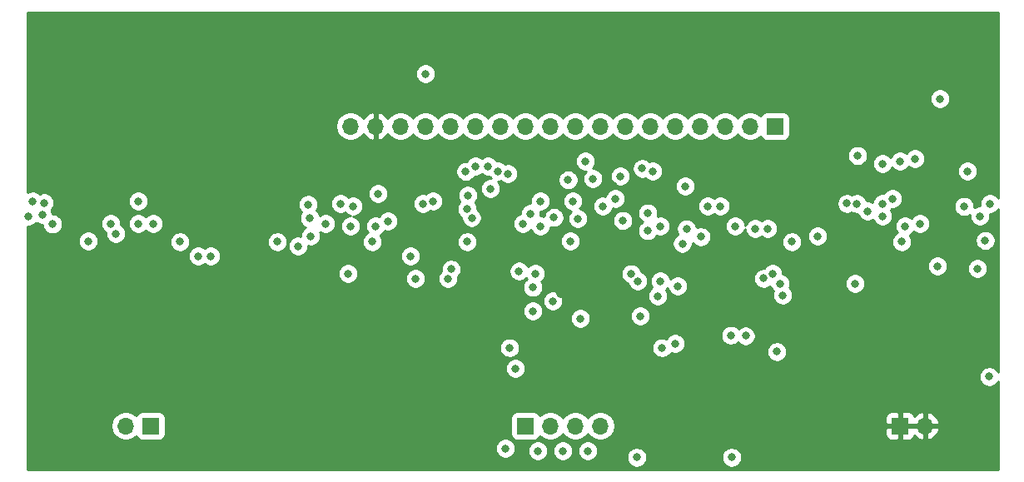
<source format=gbr>
%TF.GenerationSoftware,KiCad,Pcbnew,(5.1.10-1-10_14)*%
%TF.CreationDate,2021-11-22T02:45:21-05:00*%
%TF.ProjectId,control-unit,636f6e74-726f-46c2-9d75-6e69742e6b69,rev?*%
%TF.SameCoordinates,Original*%
%TF.FileFunction,Copper,L3,Inr*%
%TF.FilePolarity,Positive*%
%FSLAX46Y46*%
G04 Gerber Fmt 4.6, Leading zero omitted, Abs format (unit mm)*
G04 Created by KiCad (PCBNEW (5.1.10-1-10_14)) date 2021-11-22 02:45:21*
%MOMM*%
%LPD*%
G01*
G04 APERTURE LIST*
%TA.AperFunction,ComponentPad*%
%ADD10R,1.700000X1.700000*%
%TD*%
%TA.AperFunction,ComponentPad*%
%ADD11O,1.700000X1.700000*%
%TD*%
%TA.AperFunction,ViaPad*%
%ADD12C,0.800000*%
%TD*%
%TA.AperFunction,Conductor*%
%ADD13C,0.254000*%
%TD*%
%TA.AperFunction,Conductor*%
%ADD14C,0.100000*%
%TD*%
G04 APERTURE END LIST*
D10*
%TO.N,VCC*%
%TO.C,J4*%
X177800000Y-111506000D03*
D11*
X180340000Y-111506000D03*
%TD*%
%TO.N,GND*%
%TO.C,J3*%
X99060000Y-111506000D03*
D10*
X101600000Y-111506000D03*
%TD*%
D11*
%TO.N,GND*%
%TO.C,J2*%
X121920000Y-81026000D03*
%TO.N,VCC*%
X124460000Y-81026000D03*
%TO.N,~LOAD_PROGRAM_COUNTER_COND*%
X127000000Y-81026000D03*
%TO.N,~JO*%
X129540000Y-81026000D03*
%TO.N,~JNO*%
X132080000Y-81026000D03*
%TO.N,~JS*%
X134620000Y-81026000D03*
%TO.N,~JNS*%
X137160000Y-81026000D03*
%TO.N,~JE_JZ*%
X139700000Y-81026000D03*
%TO.N,~JNE_JNZ*%
X142240000Y-81026000D03*
%TO.N,~JB_JNAE_JC*%
X144780000Y-81026000D03*
%TO.N,~JNB_JAE_JNC*%
X147320000Y-81026000D03*
%TO.N,~JBE_JNA*%
X149860000Y-81026000D03*
%TO.N,~JA_JNBE*%
X152400000Y-81026000D03*
%TO.N,~JL_JNGE*%
X154940000Y-81026000D03*
%TO.N,~JGE_JNL*%
X157480000Y-81026000D03*
%TO.N,~JG_JNLE*%
X160020000Y-81026000D03*
%TO.N,~JLE_JNG*%
X162560000Y-81026000D03*
D10*
%TO.N,~J*%
X165100000Y-81026000D03*
%TD*%
D11*
%TO.N,CARRY_FLAG*%
%TO.C,J1*%
X147320000Y-111506000D03*
%TO.N,SIGN_FLAG*%
X144780000Y-111506000D03*
%TO.N,ZERO_FLAG*%
X142240000Y-111506000D03*
D10*
%TO.N,OVERFLOW_FLAG*%
X139700000Y-111506000D03*
%TD*%
D12*
%TO.N,VCC*%
X90932000Y-84836000D03*
X109728000Y-85598000D03*
X127508000Y-86360000D03*
X158564500Y-98229500D03*
X143256000Y-98044000D03*
X127254000Y-98298000D03*
X180408500Y-100769500D03*
X179900500Y-87053500D03*
X171264500Y-87053500D03*
X160088500Y-87053500D03*
X138938000Y-88646000D03*
X99381178Y-85442843D03*
X118110000Y-86628054D03*
X148658500Y-87053500D03*
%TO.N,GND*%
X95247500Y-92712500D03*
X104579500Y-92778500D03*
X114485500Y-92778500D03*
X124137500Y-92778500D03*
X133789500Y-92778500D03*
X144272000Y-92710000D03*
X166809500Y-92778500D03*
X177985500Y-92778500D03*
X186875500Y-106494500D03*
X138111000Y-103567000D03*
X153605000Y-103567000D03*
X165285500Y-103954500D03*
X155671954Y-92967742D03*
X181864000Y-78232000D03*
X186459968Y-92653630D03*
X160678500Y-114704500D03*
X151026500Y-114704500D03*
%TO.N,Net-(U3-Pad6)*%
X117856000Y-92202000D03*
X121666000Y-96012000D03*
%TO.N,Net-(U7-Pad13)*%
X149352000Y-86106000D03*
X156085250Y-91462022D03*
%TO.N,Net-(U7-Pad12)*%
X152654000Y-85598000D03*
X172402095Y-88899039D03*
%TO.N,Net-(U7-Pad11)*%
X148844000Y-88392000D03*
X157541990Y-92267732D03*
%TO.N,Net-(U7-Pad3)*%
X164338000Y-91440000D03*
X164846000Y-96012000D03*
%TO.N,~LOAD_PROGRAM_COUNTER_COND*%
X163931911Y-96509204D03*
X129540000Y-75692000D03*
%TO.N,CARRY_FLAG*%
X142494000Y-98806000D03*
X125730000Y-90678000D03*
X122174000Y-89154000D03*
X132142231Y-95571305D03*
X139061988Y-95775677D03*
X146050000Y-114046000D03*
%TO.N,SIGN_FLAG*%
X90760987Y-88817013D03*
X143510000Y-114046000D03*
%TO.N,OVERFLOW_FLAG*%
X161036000Y-91186000D03*
X137668000Y-113792000D03*
%TO.N,ZERO_FLAG*%
X140462000Y-99822000D03*
X144042847Y-86488794D03*
X140451636Y-97412011D03*
X140970000Y-114046000D03*
%TO.N,Net-(U1-Pad6)*%
X98044000Y-91948000D03*
X101854000Y-90932000D03*
%TO.N,Net-(U1-Pad4)*%
X97536000Y-90932000D03*
X100330000Y-90932000D03*
%TO.N,Net-(U10-Pad1)*%
X165608000Y-97028000D03*
X128016000Y-94234000D03*
%TO.N,Net-(U3-Pad12)*%
X117620810Y-88995756D03*
X117787541Y-90395768D03*
%TO.N,Net-(U3-Pad4)*%
X119380000Y-90932000D03*
X121920000Y-91186000D03*
%TO.N,Net-(U10-Pad10)*%
X177800000Y-84582000D03*
X151581246Y-85325087D03*
%TO.N,Net-(U11-Pad1)*%
X176022000Y-90170000D03*
X185928000Y-90170000D03*
%TO.N,~JNO*%
X91613324Y-90986641D03*
X89154000Y-90170000D03*
%TO.N,~JO*%
X90554011Y-90014114D03*
X89600010Y-88646000D03*
%TO.N,OR_JNS*%
X100330000Y-88646000D03*
X106426000Y-94234000D03*
%TO.N,Net-(U3-Pad2)*%
X116586000Y-93218000D03*
X107696008Y-94234000D03*
%TO.N,OR_JNB_JAE_JNC*%
X120904000Y-88900000D03*
X124460000Y-91186000D03*
%TO.N,OR_JB_JNAE_JC*%
X131826000Y-96520000D03*
X124714000Y-87884000D03*
%TO.N,~JG_JNLE*%
X137922000Y-85852000D03*
X129286000Y-88900000D03*
%TO.N,Net-(U11-Pad4)*%
X133635708Y-85636041D03*
X145796000Y-84582000D03*
X179324000Y-84328000D03*
%TO.N,~JL_JNGE*%
X136906000Y-85598000D03*
X130302000Y-88646000D03*
%TO.N,Net-(U5-Pad10)*%
X136144000Y-87376000D03*
X146558000Y-86360000D03*
%TO.N,Net-(U5-Pad8)*%
X142604934Y-90307035D03*
X133846370Y-88054855D03*
%TO.N,Net-(U5-Pad6)*%
X139446000Y-90932000D03*
X141224000Y-91186000D03*
%TO.N,Net-(U5-Pad4)*%
X140208000Y-89916000D03*
X145034000Y-90424000D03*
X152147808Y-89868322D03*
X152127907Y-91668345D03*
%TO.N,~JA_JNBE*%
X135890000Y-85090000D03*
X134249609Y-90339979D03*
%TO.N,~JBE_JNA*%
X134620000Y-85090000D03*
X133784206Y-89454867D03*
%TO.N,SF<>OF*%
X141224000Y-88646000D03*
X144526000Y-88646000D03*
X147574000Y-89154000D03*
X155956000Y-87122000D03*
X159512000Y-89154000D03*
X163068000Y-91440000D03*
%TO.N,Net-(U6-Pad6)*%
X149606000Y-90616010D03*
X153418899Y-91188899D03*
%TO.N,Net-(U10-Pad2)*%
X165877832Y-98213979D03*
X140716022Y-96012000D03*
%TO.N,OR_JL_JNGE*%
X158242000Y-89154000D03*
X155195407Y-97283407D03*
%TO.N,OR_JA_JNBE*%
X153416000Y-96774000D03*
X153162000Y-98298000D03*
%TO.N,SF=OF*%
X169418000Y-92202000D03*
X178308000Y-91186000D03*
%TO.N,~JLE_JNG*%
X176022000Y-84836000D03*
X176022000Y-88900000D03*
%TO.N,Net-(U10-Pad9)*%
X177038000Y-88392000D03*
X184658000Y-85598000D03*
%TO.N,Net-(U10-Pad11)*%
X186944000Y-88900000D03*
X184309572Y-89188716D03*
%TO.N,OR_JLE_JNG*%
X151130000Y-96774000D03*
X179832000Y-90932000D03*
%TO.N,OR_JGE_JNL*%
X185674000Y-95504000D03*
X181610000Y-95250000D03*
%TO.N,OR_JG_JNLE*%
X151384000Y-100330000D03*
X173228000Y-97028000D03*
%TO.N,OR_JUMP*%
X174498000Y-89662000D03*
X150454680Y-96036459D03*
%TO.N,~J*%
X173497172Y-84012010D03*
X173401990Y-88914278D03*
%TO.N,Net-(U12-Pad5)*%
X128524000Y-96520000D03*
X154940000Y-103124000D03*
%TO.N,Net-(U12-Pad4)*%
X138684000Y-105664000D03*
X162102010Y-102355135D03*
%TO.N,Net-(U12-Pad2)*%
X145288000Y-100584000D03*
X160593083Y-102296268D03*
%TD*%
D13*
%TO.N,VCC*%
X187808001Y-88330118D02*
X187747937Y-88240226D01*
X187603774Y-88096063D01*
X187434256Y-87982795D01*
X187245898Y-87904774D01*
X187045939Y-87865000D01*
X186842061Y-87865000D01*
X186642102Y-87904774D01*
X186453744Y-87982795D01*
X186284226Y-88096063D01*
X186140063Y-88240226D01*
X186026795Y-88409744D01*
X185948774Y-88598102D01*
X185909000Y-88798061D01*
X185909000Y-89001939D01*
X185935467Y-89135000D01*
X185826061Y-89135000D01*
X185626102Y-89174774D01*
X185437744Y-89252795D01*
X185338976Y-89318790D01*
X185344572Y-89290655D01*
X185344572Y-89086777D01*
X185304798Y-88886818D01*
X185226777Y-88698460D01*
X185113509Y-88528942D01*
X184969346Y-88384779D01*
X184799828Y-88271511D01*
X184611470Y-88193490D01*
X184411511Y-88153716D01*
X184207633Y-88153716D01*
X184007674Y-88193490D01*
X183819316Y-88271511D01*
X183649798Y-88384779D01*
X183505635Y-88528942D01*
X183392367Y-88698460D01*
X183314346Y-88886818D01*
X183274572Y-89086777D01*
X183274572Y-89290655D01*
X183314346Y-89490614D01*
X183392367Y-89678972D01*
X183505635Y-89848490D01*
X183649798Y-89992653D01*
X183819316Y-90105921D01*
X184007674Y-90183942D01*
X184207633Y-90223716D01*
X184411511Y-90223716D01*
X184611470Y-90183942D01*
X184799828Y-90105921D01*
X184898596Y-90039926D01*
X184893000Y-90068061D01*
X184893000Y-90271939D01*
X184932774Y-90471898D01*
X185010795Y-90660256D01*
X185124063Y-90829774D01*
X185268226Y-90973937D01*
X185437744Y-91087205D01*
X185626102Y-91165226D01*
X185826061Y-91205000D01*
X186029939Y-91205000D01*
X186229898Y-91165226D01*
X186418256Y-91087205D01*
X186587774Y-90973937D01*
X186731937Y-90829774D01*
X186845205Y-90660256D01*
X186923226Y-90471898D01*
X186963000Y-90271939D01*
X186963000Y-90068061D01*
X186936533Y-89935000D01*
X187045939Y-89935000D01*
X187245898Y-89895226D01*
X187434256Y-89817205D01*
X187603774Y-89703937D01*
X187747937Y-89559774D01*
X187808001Y-89469882D01*
X187808000Y-106041170D01*
X187792705Y-106004244D01*
X187679437Y-105834726D01*
X187535274Y-105690563D01*
X187365756Y-105577295D01*
X187177398Y-105499274D01*
X186977439Y-105459500D01*
X186773561Y-105459500D01*
X186573602Y-105499274D01*
X186385244Y-105577295D01*
X186215726Y-105690563D01*
X186071563Y-105834726D01*
X185958295Y-106004244D01*
X185880274Y-106192602D01*
X185840500Y-106392561D01*
X185840500Y-106596439D01*
X185880274Y-106796398D01*
X185958295Y-106984756D01*
X186071563Y-107154274D01*
X186215726Y-107298437D01*
X186385244Y-107411705D01*
X186573602Y-107489726D01*
X186773561Y-107529500D01*
X186977439Y-107529500D01*
X187177398Y-107489726D01*
X187365756Y-107411705D01*
X187535274Y-107298437D01*
X187679437Y-107154274D01*
X187792705Y-106984756D01*
X187808000Y-106947830D01*
X187808000Y-115926000D01*
X89052000Y-115926000D01*
X89052000Y-113690061D01*
X136633000Y-113690061D01*
X136633000Y-113893939D01*
X136672774Y-114093898D01*
X136750795Y-114282256D01*
X136864063Y-114451774D01*
X137008226Y-114595937D01*
X137177744Y-114709205D01*
X137366102Y-114787226D01*
X137566061Y-114827000D01*
X137769939Y-114827000D01*
X137969898Y-114787226D01*
X138158256Y-114709205D01*
X138327774Y-114595937D01*
X138471937Y-114451774D01*
X138585205Y-114282256D01*
X138663226Y-114093898D01*
X138693030Y-113944061D01*
X139935000Y-113944061D01*
X139935000Y-114147939D01*
X139974774Y-114347898D01*
X140052795Y-114536256D01*
X140166063Y-114705774D01*
X140310226Y-114849937D01*
X140479744Y-114963205D01*
X140668102Y-115041226D01*
X140868061Y-115081000D01*
X141071939Y-115081000D01*
X141271898Y-115041226D01*
X141460256Y-114963205D01*
X141629774Y-114849937D01*
X141773937Y-114705774D01*
X141887205Y-114536256D01*
X141965226Y-114347898D01*
X142005000Y-114147939D01*
X142005000Y-113944061D01*
X142475000Y-113944061D01*
X142475000Y-114147939D01*
X142514774Y-114347898D01*
X142592795Y-114536256D01*
X142706063Y-114705774D01*
X142850226Y-114849937D01*
X143019744Y-114963205D01*
X143208102Y-115041226D01*
X143408061Y-115081000D01*
X143611939Y-115081000D01*
X143811898Y-115041226D01*
X144000256Y-114963205D01*
X144169774Y-114849937D01*
X144313937Y-114705774D01*
X144427205Y-114536256D01*
X144505226Y-114347898D01*
X144545000Y-114147939D01*
X144545000Y-113944061D01*
X145015000Y-113944061D01*
X145015000Y-114147939D01*
X145054774Y-114347898D01*
X145132795Y-114536256D01*
X145246063Y-114705774D01*
X145390226Y-114849937D01*
X145559744Y-114963205D01*
X145748102Y-115041226D01*
X145948061Y-115081000D01*
X146151939Y-115081000D01*
X146351898Y-115041226D01*
X146540256Y-114963205D01*
X146709774Y-114849937D01*
X146853937Y-114705774D01*
X146922901Y-114602561D01*
X149991500Y-114602561D01*
X149991500Y-114806439D01*
X150031274Y-115006398D01*
X150109295Y-115194756D01*
X150222563Y-115364274D01*
X150366726Y-115508437D01*
X150536244Y-115621705D01*
X150724602Y-115699726D01*
X150924561Y-115739500D01*
X151128439Y-115739500D01*
X151328398Y-115699726D01*
X151516756Y-115621705D01*
X151686274Y-115508437D01*
X151830437Y-115364274D01*
X151943705Y-115194756D01*
X152021726Y-115006398D01*
X152061500Y-114806439D01*
X152061500Y-114602561D01*
X159643500Y-114602561D01*
X159643500Y-114806439D01*
X159683274Y-115006398D01*
X159761295Y-115194756D01*
X159874563Y-115364274D01*
X160018726Y-115508437D01*
X160188244Y-115621705D01*
X160376602Y-115699726D01*
X160576561Y-115739500D01*
X160780439Y-115739500D01*
X160980398Y-115699726D01*
X161168756Y-115621705D01*
X161338274Y-115508437D01*
X161482437Y-115364274D01*
X161595705Y-115194756D01*
X161673726Y-115006398D01*
X161713500Y-114806439D01*
X161713500Y-114602561D01*
X161673726Y-114402602D01*
X161595705Y-114214244D01*
X161482437Y-114044726D01*
X161338274Y-113900563D01*
X161168756Y-113787295D01*
X160980398Y-113709274D01*
X160780439Y-113669500D01*
X160576561Y-113669500D01*
X160376602Y-113709274D01*
X160188244Y-113787295D01*
X160018726Y-113900563D01*
X159874563Y-114044726D01*
X159761295Y-114214244D01*
X159683274Y-114402602D01*
X159643500Y-114602561D01*
X152061500Y-114602561D01*
X152021726Y-114402602D01*
X151943705Y-114214244D01*
X151830437Y-114044726D01*
X151686274Y-113900563D01*
X151516756Y-113787295D01*
X151328398Y-113709274D01*
X151128439Y-113669500D01*
X150924561Y-113669500D01*
X150724602Y-113709274D01*
X150536244Y-113787295D01*
X150366726Y-113900563D01*
X150222563Y-114044726D01*
X150109295Y-114214244D01*
X150031274Y-114402602D01*
X149991500Y-114602561D01*
X146922901Y-114602561D01*
X146967205Y-114536256D01*
X147045226Y-114347898D01*
X147085000Y-114147939D01*
X147085000Y-113944061D01*
X147045226Y-113744102D01*
X146967205Y-113555744D01*
X146853937Y-113386226D01*
X146709774Y-113242063D01*
X146540256Y-113128795D01*
X146351898Y-113050774D01*
X146151939Y-113011000D01*
X145948061Y-113011000D01*
X145748102Y-113050774D01*
X145559744Y-113128795D01*
X145390226Y-113242063D01*
X145246063Y-113386226D01*
X145132795Y-113555744D01*
X145054774Y-113744102D01*
X145015000Y-113944061D01*
X144545000Y-113944061D01*
X144505226Y-113744102D01*
X144427205Y-113555744D01*
X144313937Y-113386226D01*
X144169774Y-113242063D01*
X144000256Y-113128795D01*
X143811898Y-113050774D01*
X143611939Y-113011000D01*
X143408061Y-113011000D01*
X143208102Y-113050774D01*
X143019744Y-113128795D01*
X142850226Y-113242063D01*
X142706063Y-113386226D01*
X142592795Y-113555744D01*
X142514774Y-113744102D01*
X142475000Y-113944061D01*
X142005000Y-113944061D01*
X141965226Y-113744102D01*
X141887205Y-113555744D01*
X141773937Y-113386226D01*
X141629774Y-113242063D01*
X141460256Y-113128795D01*
X141271898Y-113050774D01*
X141071939Y-113011000D01*
X140868061Y-113011000D01*
X140668102Y-113050774D01*
X140479744Y-113128795D01*
X140310226Y-113242063D01*
X140166063Y-113386226D01*
X140052795Y-113555744D01*
X139974774Y-113744102D01*
X139935000Y-113944061D01*
X138693030Y-113944061D01*
X138703000Y-113893939D01*
X138703000Y-113690061D01*
X138663226Y-113490102D01*
X138585205Y-113301744D01*
X138471937Y-113132226D01*
X138327774Y-112988063D01*
X138158256Y-112874795D01*
X137969898Y-112796774D01*
X137769939Y-112757000D01*
X137566061Y-112757000D01*
X137366102Y-112796774D01*
X137177744Y-112874795D01*
X137008226Y-112988063D01*
X136864063Y-113132226D01*
X136750795Y-113301744D01*
X136672774Y-113490102D01*
X136633000Y-113690061D01*
X89052000Y-113690061D01*
X89052000Y-111359740D01*
X97575000Y-111359740D01*
X97575000Y-111652260D01*
X97632068Y-111939158D01*
X97744010Y-112209411D01*
X97906525Y-112452632D01*
X98113368Y-112659475D01*
X98356589Y-112821990D01*
X98626842Y-112933932D01*
X98913740Y-112991000D01*
X99206260Y-112991000D01*
X99493158Y-112933932D01*
X99763411Y-112821990D01*
X100006632Y-112659475D01*
X100138487Y-112527620D01*
X100160498Y-112600180D01*
X100219463Y-112710494D01*
X100298815Y-112807185D01*
X100395506Y-112886537D01*
X100505820Y-112945502D01*
X100625518Y-112981812D01*
X100750000Y-112994072D01*
X102450000Y-112994072D01*
X102574482Y-112981812D01*
X102694180Y-112945502D01*
X102804494Y-112886537D01*
X102901185Y-112807185D01*
X102980537Y-112710494D01*
X103039502Y-112600180D01*
X103075812Y-112480482D01*
X103088072Y-112356000D01*
X103088072Y-110656000D01*
X138211928Y-110656000D01*
X138211928Y-112356000D01*
X138224188Y-112480482D01*
X138260498Y-112600180D01*
X138319463Y-112710494D01*
X138398815Y-112807185D01*
X138495506Y-112886537D01*
X138605820Y-112945502D01*
X138725518Y-112981812D01*
X138850000Y-112994072D01*
X140550000Y-112994072D01*
X140674482Y-112981812D01*
X140794180Y-112945502D01*
X140904494Y-112886537D01*
X141001185Y-112807185D01*
X141080537Y-112710494D01*
X141139502Y-112600180D01*
X141161513Y-112527620D01*
X141293368Y-112659475D01*
X141536589Y-112821990D01*
X141806842Y-112933932D01*
X142093740Y-112991000D01*
X142386260Y-112991000D01*
X142673158Y-112933932D01*
X142943411Y-112821990D01*
X143186632Y-112659475D01*
X143393475Y-112452632D01*
X143510000Y-112278240D01*
X143626525Y-112452632D01*
X143833368Y-112659475D01*
X144076589Y-112821990D01*
X144346842Y-112933932D01*
X144633740Y-112991000D01*
X144926260Y-112991000D01*
X145213158Y-112933932D01*
X145483411Y-112821990D01*
X145726632Y-112659475D01*
X145933475Y-112452632D01*
X146050000Y-112278240D01*
X146166525Y-112452632D01*
X146373368Y-112659475D01*
X146616589Y-112821990D01*
X146886842Y-112933932D01*
X147173740Y-112991000D01*
X147466260Y-112991000D01*
X147753158Y-112933932D01*
X148023411Y-112821990D01*
X148266632Y-112659475D01*
X148473475Y-112452632D01*
X148538042Y-112356000D01*
X176311928Y-112356000D01*
X176324188Y-112480482D01*
X176360498Y-112600180D01*
X176419463Y-112710494D01*
X176498815Y-112807185D01*
X176595506Y-112886537D01*
X176705820Y-112945502D01*
X176825518Y-112981812D01*
X176950000Y-112994072D01*
X177514250Y-112991000D01*
X177673000Y-112832250D01*
X177673000Y-111633000D01*
X177927000Y-111633000D01*
X177927000Y-112832250D01*
X178085750Y-112991000D01*
X178650000Y-112994072D01*
X178774482Y-112981812D01*
X178894180Y-112945502D01*
X179004494Y-112886537D01*
X179101185Y-112807185D01*
X179180537Y-112710494D01*
X179239502Y-112600180D01*
X179263966Y-112519534D01*
X179339731Y-112603588D01*
X179573080Y-112777641D01*
X179835901Y-112902825D01*
X179983110Y-112947476D01*
X180213000Y-112826155D01*
X180213000Y-111633000D01*
X180467000Y-111633000D01*
X180467000Y-112826155D01*
X180696890Y-112947476D01*
X180844099Y-112902825D01*
X181106920Y-112777641D01*
X181340269Y-112603588D01*
X181535178Y-112387355D01*
X181684157Y-112137252D01*
X181781481Y-111862891D01*
X181660814Y-111633000D01*
X180467000Y-111633000D01*
X180213000Y-111633000D01*
X177927000Y-111633000D01*
X177673000Y-111633000D01*
X176473750Y-111633000D01*
X176315000Y-111791750D01*
X176311928Y-112356000D01*
X148538042Y-112356000D01*
X148635990Y-112209411D01*
X148747932Y-111939158D01*
X148805000Y-111652260D01*
X148805000Y-111359740D01*
X148747932Y-111072842D01*
X148635990Y-110802589D01*
X148538043Y-110656000D01*
X176311928Y-110656000D01*
X176315000Y-111220250D01*
X176473750Y-111379000D01*
X177673000Y-111379000D01*
X177673000Y-110179750D01*
X177927000Y-110179750D01*
X177927000Y-111379000D01*
X180213000Y-111379000D01*
X180213000Y-110185845D01*
X180467000Y-110185845D01*
X180467000Y-111379000D01*
X181660814Y-111379000D01*
X181781481Y-111149109D01*
X181684157Y-110874748D01*
X181535178Y-110624645D01*
X181340269Y-110408412D01*
X181106920Y-110234359D01*
X180844099Y-110109175D01*
X180696890Y-110064524D01*
X180467000Y-110185845D01*
X180213000Y-110185845D01*
X179983110Y-110064524D01*
X179835901Y-110109175D01*
X179573080Y-110234359D01*
X179339731Y-110408412D01*
X179263966Y-110492466D01*
X179239502Y-110411820D01*
X179180537Y-110301506D01*
X179101185Y-110204815D01*
X179004494Y-110125463D01*
X178894180Y-110066498D01*
X178774482Y-110030188D01*
X178650000Y-110017928D01*
X178085750Y-110021000D01*
X177927000Y-110179750D01*
X177673000Y-110179750D01*
X177514250Y-110021000D01*
X176950000Y-110017928D01*
X176825518Y-110030188D01*
X176705820Y-110066498D01*
X176595506Y-110125463D01*
X176498815Y-110204815D01*
X176419463Y-110301506D01*
X176360498Y-110411820D01*
X176324188Y-110531518D01*
X176311928Y-110656000D01*
X148538043Y-110656000D01*
X148473475Y-110559368D01*
X148266632Y-110352525D01*
X148023411Y-110190010D01*
X147753158Y-110078068D01*
X147466260Y-110021000D01*
X147173740Y-110021000D01*
X146886842Y-110078068D01*
X146616589Y-110190010D01*
X146373368Y-110352525D01*
X146166525Y-110559368D01*
X146050000Y-110733760D01*
X145933475Y-110559368D01*
X145726632Y-110352525D01*
X145483411Y-110190010D01*
X145213158Y-110078068D01*
X144926260Y-110021000D01*
X144633740Y-110021000D01*
X144346842Y-110078068D01*
X144076589Y-110190010D01*
X143833368Y-110352525D01*
X143626525Y-110559368D01*
X143510000Y-110733760D01*
X143393475Y-110559368D01*
X143186632Y-110352525D01*
X142943411Y-110190010D01*
X142673158Y-110078068D01*
X142386260Y-110021000D01*
X142093740Y-110021000D01*
X141806842Y-110078068D01*
X141536589Y-110190010D01*
X141293368Y-110352525D01*
X141161513Y-110484380D01*
X141139502Y-110411820D01*
X141080537Y-110301506D01*
X141001185Y-110204815D01*
X140904494Y-110125463D01*
X140794180Y-110066498D01*
X140674482Y-110030188D01*
X140550000Y-110017928D01*
X138850000Y-110017928D01*
X138725518Y-110030188D01*
X138605820Y-110066498D01*
X138495506Y-110125463D01*
X138398815Y-110204815D01*
X138319463Y-110301506D01*
X138260498Y-110411820D01*
X138224188Y-110531518D01*
X138211928Y-110656000D01*
X103088072Y-110656000D01*
X103075812Y-110531518D01*
X103039502Y-110411820D01*
X102980537Y-110301506D01*
X102901185Y-110204815D01*
X102804494Y-110125463D01*
X102694180Y-110066498D01*
X102574482Y-110030188D01*
X102450000Y-110017928D01*
X100750000Y-110017928D01*
X100625518Y-110030188D01*
X100505820Y-110066498D01*
X100395506Y-110125463D01*
X100298815Y-110204815D01*
X100219463Y-110301506D01*
X100160498Y-110411820D01*
X100138487Y-110484380D01*
X100006632Y-110352525D01*
X99763411Y-110190010D01*
X99493158Y-110078068D01*
X99206260Y-110021000D01*
X98913740Y-110021000D01*
X98626842Y-110078068D01*
X98356589Y-110190010D01*
X98113368Y-110352525D01*
X97906525Y-110559368D01*
X97744010Y-110802589D01*
X97632068Y-111072842D01*
X97575000Y-111359740D01*
X89052000Y-111359740D01*
X89052000Y-105562061D01*
X137649000Y-105562061D01*
X137649000Y-105765939D01*
X137688774Y-105965898D01*
X137766795Y-106154256D01*
X137880063Y-106323774D01*
X138024226Y-106467937D01*
X138193744Y-106581205D01*
X138382102Y-106659226D01*
X138582061Y-106699000D01*
X138785939Y-106699000D01*
X138985898Y-106659226D01*
X139174256Y-106581205D01*
X139343774Y-106467937D01*
X139487937Y-106323774D01*
X139601205Y-106154256D01*
X139679226Y-105965898D01*
X139719000Y-105765939D01*
X139719000Y-105562061D01*
X139679226Y-105362102D01*
X139601205Y-105173744D01*
X139487937Y-105004226D01*
X139343774Y-104860063D01*
X139174256Y-104746795D01*
X138985898Y-104668774D01*
X138785939Y-104629000D01*
X138582061Y-104629000D01*
X138382102Y-104668774D01*
X138193744Y-104746795D01*
X138024226Y-104860063D01*
X137880063Y-105004226D01*
X137766795Y-105173744D01*
X137688774Y-105362102D01*
X137649000Y-105562061D01*
X89052000Y-105562061D01*
X89052000Y-103465061D01*
X137076000Y-103465061D01*
X137076000Y-103668939D01*
X137115774Y-103868898D01*
X137193795Y-104057256D01*
X137307063Y-104226774D01*
X137451226Y-104370937D01*
X137620744Y-104484205D01*
X137809102Y-104562226D01*
X138009061Y-104602000D01*
X138212939Y-104602000D01*
X138412898Y-104562226D01*
X138601256Y-104484205D01*
X138770774Y-104370937D01*
X138914937Y-104226774D01*
X139028205Y-104057256D01*
X139106226Y-103868898D01*
X139146000Y-103668939D01*
X139146000Y-103465061D01*
X152570000Y-103465061D01*
X152570000Y-103668939D01*
X152609774Y-103868898D01*
X152687795Y-104057256D01*
X152801063Y-104226774D01*
X152945226Y-104370937D01*
X153114744Y-104484205D01*
X153303102Y-104562226D01*
X153503061Y-104602000D01*
X153706939Y-104602000D01*
X153906898Y-104562226D01*
X154095256Y-104484205D01*
X154264774Y-104370937D01*
X154408937Y-104226774D01*
X154514897Y-104068193D01*
X154638102Y-104119226D01*
X154838061Y-104159000D01*
X155041939Y-104159000D01*
X155241898Y-104119226D01*
X155430256Y-104041205D01*
X155599774Y-103927937D01*
X155675150Y-103852561D01*
X164250500Y-103852561D01*
X164250500Y-104056439D01*
X164290274Y-104256398D01*
X164368295Y-104444756D01*
X164481563Y-104614274D01*
X164625726Y-104758437D01*
X164795244Y-104871705D01*
X164983602Y-104949726D01*
X165183561Y-104989500D01*
X165387439Y-104989500D01*
X165587398Y-104949726D01*
X165775756Y-104871705D01*
X165945274Y-104758437D01*
X166089437Y-104614274D01*
X166202705Y-104444756D01*
X166280726Y-104256398D01*
X166320500Y-104056439D01*
X166320500Y-103852561D01*
X166280726Y-103652602D01*
X166202705Y-103464244D01*
X166089437Y-103294726D01*
X165945274Y-103150563D01*
X165775756Y-103037295D01*
X165587398Y-102959274D01*
X165387439Y-102919500D01*
X165183561Y-102919500D01*
X164983602Y-102959274D01*
X164795244Y-103037295D01*
X164625726Y-103150563D01*
X164481563Y-103294726D01*
X164368295Y-103464244D01*
X164290274Y-103652602D01*
X164250500Y-103852561D01*
X155675150Y-103852561D01*
X155743937Y-103783774D01*
X155857205Y-103614256D01*
X155935226Y-103425898D01*
X155975000Y-103225939D01*
X155975000Y-103022061D01*
X155935226Y-102822102D01*
X155857205Y-102633744D01*
X155743937Y-102464226D01*
X155599774Y-102320063D01*
X155430256Y-102206795D01*
X155400161Y-102194329D01*
X159558083Y-102194329D01*
X159558083Y-102398207D01*
X159597857Y-102598166D01*
X159675878Y-102786524D01*
X159789146Y-102956042D01*
X159933309Y-103100205D01*
X160102827Y-103213473D01*
X160291185Y-103291494D01*
X160491144Y-103331268D01*
X160695022Y-103331268D01*
X160894981Y-103291494D01*
X161083339Y-103213473D01*
X161252857Y-103100205D01*
X161318113Y-103034949D01*
X161442236Y-103159072D01*
X161611754Y-103272340D01*
X161800112Y-103350361D01*
X162000071Y-103390135D01*
X162203949Y-103390135D01*
X162403908Y-103350361D01*
X162592266Y-103272340D01*
X162761784Y-103159072D01*
X162905947Y-103014909D01*
X163019215Y-102845391D01*
X163097236Y-102657033D01*
X163137010Y-102457074D01*
X163137010Y-102253196D01*
X163097236Y-102053237D01*
X163019215Y-101864879D01*
X162905947Y-101695361D01*
X162761784Y-101551198D01*
X162592266Y-101437930D01*
X162403908Y-101359909D01*
X162203949Y-101320135D01*
X162000071Y-101320135D01*
X161800112Y-101359909D01*
X161611754Y-101437930D01*
X161442236Y-101551198D01*
X161376980Y-101616454D01*
X161252857Y-101492331D01*
X161083339Y-101379063D01*
X160894981Y-101301042D01*
X160695022Y-101261268D01*
X160491144Y-101261268D01*
X160291185Y-101301042D01*
X160102827Y-101379063D01*
X159933309Y-101492331D01*
X159789146Y-101636494D01*
X159675878Y-101806012D01*
X159597857Y-101994370D01*
X159558083Y-102194329D01*
X155400161Y-102194329D01*
X155241898Y-102128774D01*
X155041939Y-102089000D01*
X154838061Y-102089000D01*
X154638102Y-102128774D01*
X154449744Y-102206795D01*
X154280226Y-102320063D01*
X154136063Y-102464226D01*
X154030103Y-102622807D01*
X153906898Y-102571774D01*
X153706939Y-102532000D01*
X153503061Y-102532000D01*
X153303102Y-102571774D01*
X153114744Y-102649795D01*
X152945226Y-102763063D01*
X152801063Y-102907226D01*
X152687795Y-103076744D01*
X152609774Y-103265102D01*
X152570000Y-103465061D01*
X139146000Y-103465061D01*
X139106226Y-103265102D01*
X139028205Y-103076744D01*
X138914937Y-102907226D01*
X138770774Y-102763063D01*
X138601256Y-102649795D01*
X138412898Y-102571774D01*
X138212939Y-102532000D01*
X138009061Y-102532000D01*
X137809102Y-102571774D01*
X137620744Y-102649795D01*
X137451226Y-102763063D01*
X137307063Y-102907226D01*
X137193795Y-103076744D01*
X137115774Y-103265102D01*
X137076000Y-103465061D01*
X89052000Y-103465061D01*
X89052000Y-99720061D01*
X139427000Y-99720061D01*
X139427000Y-99923939D01*
X139466774Y-100123898D01*
X139544795Y-100312256D01*
X139658063Y-100481774D01*
X139802226Y-100625937D01*
X139971744Y-100739205D01*
X140160102Y-100817226D01*
X140360061Y-100857000D01*
X140563939Y-100857000D01*
X140763898Y-100817226D01*
X140952256Y-100739205D01*
X141121774Y-100625937D01*
X141265650Y-100482061D01*
X144253000Y-100482061D01*
X144253000Y-100685939D01*
X144292774Y-100885898D01*
X144370795Y-101074256D01*
X144484063Y-101243774D01*
X144628226Y-101387937D01*
X144797744Y-101501205D01*
X144986102Y-101579226D01*
X145186061Y-101619000D01*
X145389939Y-101619000D01*
X145589898Y-101579226D01*
X145778256Y-101501205D01*
X145947774Y-101387937D01*
X146091937Y-101243774D01*
X146205205Y-101074256D01*
X146283226Y-100885898D01*
X146323000Y-100685939D01*
X146323000Y-100482061D01*
X146283226Y-100282102D01*
X146260842Y-100228061D01*
X150349000Y-100228061D01*
X150349000Y-100431939D01*
X150388774Y-100631898D01*
X150466795Y-100820256D01*
X150580063Y-100989774D01*
X150724226Y-101133937D01*
X150893744Y-101247205D01*
X151082102Y-101325226D01*
X151282061Y-101365000D01*
X151485939Y-101365000D01*
X151685898Y-101325226D01*
X151874256Y-101247205D01*
X152043774Y-101133937D01*
X152187937Y-100989774D01*
X152301205Y-100820256D01*
X152379226Y-100631898D01*
X152419000Y-100431939D01*
X152419000Y-100228061D01*
X152379226Y-100028102D01*
X152301205Y-99839744D01*
X152187937Y-99670226D01*
X152043774Y-99526063D01*
X151874256Y-99412795D01*
X151685898Y-99334774D01*
X151485939Y-99295000D01*
X151282061Y-99295000D01*
X151082102Y-99334774D01*
X150893744Y-99412795D01*
X150724226Y-99526063D01*
X150580063Y-99670226D01*
X150466795Y-99839744D01*
X150388774Y-100028102D01*
X150349000Y-100228061D01*
X146260842Y-100228061D01*
X146205205Y-100093744D01*
X146091937Y-99924226D01*
X145947774Y-99780063D01*
X145778256Y-99666795D01*
X145589898Y-99588774D01*
X145389939Y-99549000D01*
X145186061Y-99549000D01*
X144986102Y-99588774D01*
X144797744Y-99666795D01*
X144628226Y-99780063D01*
X144484063Y-99924226D01*
X144370795Y-100093744D01*
X144292774Y-100282102D01*
X144253000Y-100482061D01*
X141265650Y-100482061D01*
X141265937Y-100481774D01*
X141379205Y-100312256D01*
X141457226Y-100123898D01*
X141497000Y-99923939D01*
X141497000Y-99720061D01*
X141457226Y-99520102D01*
X141379205Y-99331744D01*
X141265937Y-99162226D01*
X141121774Y-99018063D01*
X140952256Y-98904795D01*
X140763898Y-98826774D01*
X140563939Y-98787000D01*
X140360061Y-98787000D01*
X140160102Y-98826774D01*
X139971744Y-98904795D01*
X139802226Y-99018063D01*
X139658063Y-99162226D01*
X139544795Y-99331744D01*
X139466774Y-99520102D01*
X139427000Y-99720061D01*
X89052000Y-99720061D01*
X89052000Y-98704061D01*
X141459000Y-98704061D01*
X141459000Y-98907939D01*
X141498774Y-99107898D01*
X141576795Y-99296256D01*
X141690063Y-99465774D01*
X141834226Y-99609937D01*
X142003744Y-99723205D01*
X142192102Y-99801226D01*
X142392061Y-99841000D01*
X142595939Y-99841000D01*
X142795898Y-99801226D01*
X142984256Y-99723205D01*
X143153774Y-99609937D01*
X143297937Y-99465774D01*
X143411205Y-99296256D01*
X143489226Y-99107898D01*
X143529000Y-98907939D01*
X143529000Y-98704061D01*
X143489226Y-98504102D01*
X143411205Y-98315744D01*
X143331236Y-98196061D01*
X152127000Y-98196061D01*
X152127000Y-98399939D01*
X152166774Y-98599898D01*
X152244795Y-98788256D01*
X152358063Y-98957774D01*
X152502226Y-99101937D01*
X152671744Y-99215205D01*
X152860102Y-99293226D01*
X153060061Y-99333000D01*
X153263939Y-99333000D01*
X153463898Y-99293226D01*
X153652256Y-99215205D01*
X153821774Y-99101937D01*
X153965937Y-98957774D01*
X154079205Y-98788256D01*
X154157226Y-98599898D01*
X154197000Y-98399939D01*
X154197000Y-98196061D01*
X154157226Y-97996102D01*
X154079205Y-97807744D01*
X153971989Y-97647284D01*
X154075774Y-97577937D01*
X154178318Y-97475393D01*
X154200181Y-97585305D01*
X154278202Y-97773663D01*
X154391470Y-97943181D01*
X154535633Y-98087344D01*
X154705151Y-98200612D01*
X154893509Y-98278633D01*
X155093468Y-98318407D01*
X155297346Y-98318407D01*
X155497305Y-98278633D01*
X155685663Y-98200612D01*
X155855181Y-98087344D01*
X155999344Y-97943181D01*
X156112612Y-97773663D01*
X156190633Y-97585305D01*
X156230407Y-97385346D01*
X156230407Y-97181468D01*
X156190633Y-96981509D01*
X156112612Y-96793151D01*
X155999344Y-96623633D01*
X155855181Y-96479470D01*
X155747119Y-96407265D01*
X162896911Y-96407265D01*
X162896911Y-96611143D01*
X162936685Y-96811102D01*
X163014706Y-96999460D01*
X163127974Y-97168978D01*
X163272137Y-97313141D01*
X163441655Y-97426409D01*
X163630013Y-97504430D01*
X163829972Y-97544204D01*
X164033850Y-97544204D01*
X164233809Y-97504430D01*
X164422167Y-97426409D01*
X164591685Y-97313141D01*
X164606495Y-97298331D01*
X164612774Y-97329898D01*
X164690795Y-97518256D01*
X164804063Y-97687774D01*
X164925300Y-97809011D01*
X164882606Y-97912081D01*
X164842832Y-98112040D01*
X164842832Y-98315918D01*
X164882606Y-98515877D01*
X164960627Y-98704235D01*
X165073895Y-98873753D01*
X165218058Y-99017916D01*
X165387576Y-99131184D01*
X165575934Y-99209205D01*
X165775893Y-99248979D01*
X165979771Y-99248979D01*
X166179730Y-99209205D01*
X166368088Y-99131184D01*
X166537606Y-99017916D01*
X166681769Y-98873753D01*
X166795037Y-98704235D01*
X166873058Y-98515877D01*
X166912832Y-98315918D01*
X166912832Y-98112040D01*
X166873058Y-97912081D01*
X166795037Y-97723723D01*
X166681769Y-97554205D01*
X166560532Y-97432968D01*
X166603226Y-97329898D01*
X166643000Y-97129939D01*
X166643000Y-96926061D01*
X172193000Y-96926061D01*
X172193000Y-97129939D01*
X172232774Y-97329898D01*
X172310795Y-97518256D01*
X172424063Y-97687774D01*
X172568226Y-97831937D01*
X172737744Y-97945205D01*
X172926102Y-98023226D01*
X173126061Y-98063000D01*
X173329939Y-98063000D01*
X173529898Y-98023226D01*
X173718256Y-97945205D01*
X173887774Y-97831937D01*
X174031937Y-97687774D01*
X174145205Y-97518256D01*
X174223226Y-97329898D01*
X174263000Y-97129939D01*
X174263000Y-96926061D01*
X174223226Y-96726102D01*
X174145205Y-96537744D01*
X174031937Y-96368226D01*
X173887774Y-96224063D01*
X173718256Y-96110795D01*
X173529898Y-96032774D01*
X173329939Y-95993000D01*
X173126061Y-95993000D01*
X172926102Y-96032774D01*
X172737744Y-96110795D01*
X172568226Y-96224063D01*
X172424063Y-96368226D01*
X172310795Y-96537744D01*
X172232774Y-96726102D01*
X172193000Y-96926061D01*
X166643000Y-96926061D01*
X166603226Y-96726102D01*
X166525205Y-96537744D01*
X166411937Y-96368226D01*
X166267774Y-96224063D01*
X166098256Y-96110795D01*
X165909898Y-96032774D01*
X165881000Y-96027026D01*
X165881000Y-95910061D01*
X165841226Y-95710102D01*
X165763205Y-95521744D01*
X165649937Y-95352226D01*
X165505774Y-95208063D01*
X165415975Y-95148061D01*
X180575000Y-95148061D01*
X180575000Y-95351939D01*
X180614774Y-95551898D01*
X180692795Y-95740256D01*
X180806063Y-95909774D01*
X180950226Y-96053937D01*
X181119744Y-96167205D01*
X181308102Y-96245226D01*
X181508061Y-96285000D01*
X181711939Y-96285000D01*
X181911898Y-96245226D01*
X182100256Y-96167205D01*
X182269774Y-96053937D01*
X182413937Y-95909774D01*
X182527205Y-95740256D01*
X182605226Y-95551898D01*
X182635030Y-95402061D01*
X184639000Y-95402061D01*
X184639000Y-95605939D01*
X184678774Y-95805898D01*
X184756795Y-95994256D01*
X184870063Y-96163774D01*
X185014226Y-96307937D01*
X185183744Y-96421205D01*
X185372102Y-96499226D01*
X185572061Y-96539000D01*
X185775939Y-96539000D01*
X185975898Y-96499226D01*
X186164256Y-96421205D01*
X186333774Y-96307937D01*
X186477937Y-96163774D01*
X186591205Y-95994256D01*
X186669226Y-95805898D01*
X186709000Y-95605939D01*
X186709000Y-95402061D01*
X186669226Y-95202102D01*
X186591205Y-95013744D01*
X186477937Y-94844226D01*
X186333774Y-94700063D01*
X186164256Y-94586795D01*
X185975898Y-94508774D01*
X185775939Y-94469000D01*
X185572061Y-94469000D01*
X185372102Y-94508774D01*
X185183744Y-94586795D01*
X185014226Y-94700063D01*
X184870063Y-94844226D01*
X184756795Y-95013744D01*
X184678774Y-95202102D01*
X184639000Y-95402061D01*
X182635030Y-95402061D01*
X182645000Y-95351939D01*
X182645000Y-95148061D01*
X182605226Y-94948102D01*
X182527205Y-94759744D01*
X182413937Y-94590226D01*
X182269774Y-94446063D01*
X182100256Y-94332795D01*
X181911898Y-94254774D01*
X181711939Y-94215000D01*
X181508061Y-94215000D01*
X181308102Y-94254774D01*
X181119744Y-94332795D01*
X180950226Y-94446063D01*
X180806063Y-94590226D01*
X180692795Y-94759744D01*
X180614774Y-94948102D01*
X180575000Y-95148061D01*
X165415975Y-95148061D01*
X165336256Y-95094795D01*
X165147898Y-95016774D01*
X164947939Y-94977000D01*
X164744061Y-94977000D01*
X164544102Y-95016774D01*
X164355744Y-95094795D01*
X164186226Y-95208063D01*
X164042063Y-95352226D01*
X163960560Y-95474204D01*
X163829972Y-95474204D01*
X163630013Y-95513978D01*
X163441655Y-95591999D01*
X163272137Y-95705267D01*
X163127974Y-95849430D01*
X163014706Y-96018948D01*
X162936685Y-96207306D01*
X162896911Y-96407265D01*
X155747119Y-96407265D01*
X155685663Y-96366202D01*
X155497305Y-96288181D01*
X155297346Y-96248407D01*
X155093468Y-96248407D01*
X154893509Y-96288181D01*
X154705151Y-96366202D01*
X154535633Y-96479470D01*
X154433089Y-96582014D01*
X154411226Y-96472102D01*
X154333205Y-96283744D01*
X154219937Y-96114226D01*
X154075774Y-95970063D01*
X153906256Y-95856795D01*
X153717898Y-95778774D01*
X153517939Y-95739000D01*
X153314061Y-95739000D01*
X153114102Y-95778774D01*
X152925744Y-95856795D01*
X152756226Y-95970063D01*
X152612063Y-96114226D01*
X152498795Y-96283744D01*
X152420774Y-96472102D01*
X152381000Y-96672061D01*
X152381000Y-96875939D01*
X152420774Y-97075898D01*
X152498795Y-97264256D01*
X152606011Y-97424716D01*
X152502226Y-97494063D01*
X152358063Y-97638226D01*
X152244795Y-97807744D01*
X152166774Y-97996102D01*
X152127000Y-98196061D01*
X143331236Y-98196061D01*
X143297937Y-98146226D01*
X143153774Y-98002063D01*
X142984256Y-97888795D01*
X142795898Y-97810774D01*
X142595939Y-97771000D01*
X142392061Y-97771000D01*
X142192102Y-97810774D01*
X142003744Y-97888795D01*
X141834226Y-98002063D01*
X141690063Y-98146226D01*
X141576795Y-98315744D01*
X141498774Y-98504102D01*
X141459000Y-98704061D01*
X89052000Y-98704061D01*
X89052000Y-95910061D01*
X120631000Y-95910061D01*
X120631000Y-96113939D01*
X120670774Y-96313898D01*
X120748795Y-96502256D01*
X120862063Y-96671774D01*
X121006226Y-96815937D01*
X121175744Y-96929205D01*
X121364102Y-97007226D01*
X121564061Y-97047000D01*
X121767939Y-97047000D01*
X121967898Y-97007226D01*
X122156256Y-96929205D01*
X122325774Y-96815937D01*
X122469937Y-96671774D01*
X122583205Y-96502256D01*
X122618079Y-96418061D01*
X127489000Y-96418061D01*
X127489000Y-96621939D01*
X127528774Y-96821898D01*
X127606795Y-97010256D01*
X127720063Y-97179774D01*
X127864226Y-97323937D01*
X128033744Y-97437205D01*
X128222102Y-97515226D01*
X128422061Y-97555000D01*
X128625939Y-97555000D01*
X128825898Y-97515226D01*
X129014256Y-97437205D01*
X129183774Y-97323937D01*
X129327937Y-97179774D01*
X129441205Y-97010256D01*
X129519226Y-96821898D01*
X129559000Y-96621939D01*
X129559000Y-96418061D01*
X130791000Y-96418061D01*
X130791000Y-96621939D01*
X130830774Y-96821898D01*
X130908795Y-97010256D01*
X131022063Y-97179774D01*
X131166226Y-97323937D01*
X131335744Y-97437205D01*
X131524102Y-97515226D01*
X131724061Y-97555000D01*
X131927939Y-97555000D01*
X132127898Y-97515226D01*
X132316256Y-97437205D01*
X132485774Y-97323937D01*
X132629937Y-97179774D01*
X132743205Y-97010256D01*
X132821226Y-96821898D01*
X132861000Y-96621939D01*
X132861000Y-96418061D01*
X132844108Y-96333139D01*
X132946168Y-96231079D01*
X133059436Y-96061561D01*
X133137457Y-95873203D01*
X133177132Y-95673738D01*
X138026988Y-95673738D01*
X138026988Y-95877616D01*
X138066762Y-96077575D01*
X138144783Y-96265933D01*
X138258051Y-96435451D01*
X138402214Y-96579614D01*
X138571732Y-96692882D01*
X138760090Y-96770903D01*
X138960049Y-96810677D01*
X139163927Y-96810677D01*
X139363886Y-96770903D01*
X139552244Y-96692882D01*
X139721762Y-96579614D01*
X139798938Y-96502438D01*
X139845552Y-96572200D01*
X139791862Y-96608074D01*
X139647699Y-96752237D01*
X139534431Y-96921755D01*
X139456410Y-97110113D01*
X139416636Y-97310072D01*
X139416636Y-97513950D01*
X139456410Y-97713909D01*
X139534431Y-97902267D01*
X139647699Y-98071785D01*
X139791862Y-98215948D01*
X139961380Y-98329216D01*
X140149738Y-98407237D01*
X140349697Y-98447011D01*
X140553575Y-98447011D01*
X140753534Y-98407237D01*
X140941892Y-98329216D01*
X141111410Y-98215948D01*
X141255573Y-98071785D01*
X141368841Y-97902267D01*
X141446862Y-97713909D01*
X141486636Y-97513950D01*
X141486636Y-97310072D01*
X141446862Y-97110113D01*
X141368841Y-96921755D01*
X141322106Y-96851811D01*
X141375796Y-96815937D01*
X141519959Y-96671774D01*
X141633227Y-96502256D01*
X141711248Y-96313898D01*
X141751022Y-96113939D01*
X141751022Y-95934520D01*
X149419680Y-95934520D01*
X149419680Y-96138398D01*
X149459454Y-96338357D01*
X149537475Y-96526715D01*
X149650743Y-96696233D01*
X149794906Y-96840396D01*
X149964424Y-96953664D01*
X150123573Y-97019586D01*
X150134774Y-97075898D01*
X150212795Y-97264256D01*
X150326063Y-97433774D01*
X150470226Y-97577937D01*
X150639744Y-97691205D01*
X150828102Y-97769226D01*
X151028061Y-97809000D01*
X151231939Y-97809000D01*
X151431898Y-97769226D01*
X151620256Y-97691205D01*
X151789774Y-97577937D01*
X151933937Y-97433774D01*
X152047205Y-97264256D01*
X152125226Y-97075898D01*
X152165000Y-96875939D01*
X152165000Y-96672061D01*
X152125226Y-96472102D01*
X152047205Y-96283744D01*
X151933937Y-96114226D01*
X151789774Y-95970063D01*
X151620256Y-95856795D01*
X151461107Y-95790873D01*
X151449906Y-95734561D01*
X151371885Y-95546203D01*
X151258617Y-95376685D01*
X151114454Y-95232522D01*
X150944936Y-95119254D01*
X150756578Y-95041233D01*
X150556619Y-95001459D01*
X150352741Y-95001459D01*
X150152782Y-95041233D01*
X149964424Y-95119254D01*
X149794906Y-95232522D01*
X149650743Y-95376685D01*
X149537475Y-95546203D01*
X149459454Y-95734561D01*
X149419680Y-95934520D01*
X141751022Y-95934520D01*
X141751022Y-95910061D01*
X141711248Y-95710102D01*
X141633227Y-95521744D01*
X141519959Y-95352226D01*
X141375796Y-95208063D01*
X141206278Y-95094795D01*
X141017920Y-95016774D01*
X140817961Y-94977000D01*
X140614083Y-94977000D01*
X140414124Y-95016774D01*
X140225766Y-95094795D01*
X140056248Y-95208063D01*
X139979072Y-95285239D01*
X139865925Y-95115903D01*
X139721762Y-94971740D01*
X139552244Y-94858472D01*
X139363886Y-94780451D01*
X139163927Y-94740677D01*
X138960049Y-94740677D01*
X138760090Y-94780451D01*
X138571732Y-94858472D01*
X138402214Y-94971740D01*
X138258051Y-95115903D01*
X138144783Y-95285421D01*
X138066762Y-95473779D01*
X138026988Y-95673738D01*
X133177132Y-95673738D01*
X133177231Y-95673244D01*
X133177231Y-95469366D01*
X133137457Y-95269407D01*
X133059436Y-95081049D01*
X132946168Y-94911531D01*
X132802005Y-94767368D01*
X132632487Y-94654100D01*
X132444129Y-94576079D01*
X132244170Y-94536305D01*
X132040292Y-94536305D01*
X131840333Y-94576079D01*
X131651975Y-94654100D01*
X131482457Y-94767368D01*
X131338294Y-94911531D01*
X131225026Y-95081049D01*
X131147005Y-95269407D01*
X131107231Y-95469366D01*
X131107231Y-95673244D01*
X131124123Y-95758166D01*
X131022063Y-95860226D01*
X130908795Y-96029744D01*
X130830774Y-96218102D01*
X130791000Y-96418061D01*
X129559000Y-96418061D01*
X129519226Y-96218102D01*
X129441205Y-96029744D01*
X129327937Y-95860226D01*
X129183774Y-95716063D01*
X129014256Y-95602795D01*
X128825898Y-95524774D01*
X128625939Y-95485000D01*
X128422061Y-95485000D01*
X128222102Y-95524774D01*
X128033744Y-95602795D01*
X127864226Y-95716063D01*
X127720063Y-95860226D01*
X127606795Y-96029744D01*
X127528774Y-96218102D01*
X127489000Y-96418061D01*
X122618079Y-96418061D01*
X122661226Y-96313898D01*
X122701000Y-96113939D01*
X122701000Y-95910061D01*
X122661226Y-95710102D01*
X122583205Y-95521744D01*
X122469937Y-95352226D01*
X122325774Y-95208063D01*
X122156256Y-95094795D01*
X121967898Y-95016774D01*
X121767939Y-94977000D01*
X121564061Y-94977000D01*
X121364102Y-95016774D01*
X121175744Y-95094795D01*
X121006226Y-95208063D01*
X120862063Y-95352226D01*
X120748795Y-95521744D01*
X120670774Y-95710102D01*
X120631000Y-95910061D01*
X89052000Y-95910061D01*
X89052000Y-94132061D01*
X105391000Y-94132061D01*
X105391000Y-94335939D01*
X105430774Y-94535898D01*
X105508795Y-94724256D01*
X105622063Y-94893774D01*
X105766226Y-95037937D01*
X105935744Y-95151205D01*
X106124102Y-95229226D01*
X106324061Y-95269000D01*
X106527939Y-95269000D01*
X106727898Y-95229226D01*
X106916256Y-95151205D01*
X107061004Y-95054488D01*
X107205752Y-95151205D01*
X107394110Y-95229226D01*
X107594069Y-95269000D01*
X107797947Y-95269000D01*
X107997906Y-95229226D01*
X108186264Y-95151205D01*
X108355782Y-95037937D01*
X108499945Y-94893774D01*
X108613213Y-94724256D01*
X108691234Y-94535898D01*
X108731008Y-94335939D01*
X108731008Y-94132061D01*
X108691234Y-93932102D01*
X108613213Y-93743744D01*
X108499945Y-93574226D01*
X108355782Y-93430063D01*
X108186264Y-93316795D01*
X107997906Y-93238774D01*
X107797947Y-93199000D01*
X107594069Y-93199000D01*
X107394110Y-93238774D01*
X107205752Y-93316795D01*
X107061004Y-93413512D01*
X106916256Y-93316795D01*
X106727898Y-93238774D01*
X106527939Y-93199000D01*
X106324061Y-93199000D01*
X106124102Y-93238774D01*
X105935744Y-93316795D01*
X105766226Y-93430063D01*
X105622063Y-93574226D01*
X105508795Y-93743744D01*
X105430774Y-93932102D01*
X105391000Y-94132061D01*
X89052000Y-94132061D01*
X89052000Y-92610561D01*
X94212500Y-92610561D01*
X94212500Y-92814439D01*
X94252274Y-93014398D01*
X94330295Y-93202756D01*
X94443563Y-93372274D01*
X94587726Y-93516437D01*
X94757244Y-93629705D01*
X94945602Y-93707726D01*
X95145561Y-93747500D01*
X95349439Y-93747500D01*
X95549398Y-93707726D01*
X95737756Y-93629705D01*
X95907274Y-93516437D01*
X96051437Y-93372274D01*
X96164705Y-93202756D01*
X96242726Y-93014398D01*
X96282500Y-92814439D01*
X96282500Y-92610561D01*
X96242726Y-92410602D01*
X96164705Y-92222244D01*
X96051437Y-92052726D01*
X95907274Y-91908563D01*
X95737756Y-91795295D01*
X95549398Y-91717274D01*
X95349439Y-91677500D01*
X95145561Y-91677500D01*
X94945602Y-91717274D01*
X94757244Y-91795295D01*
X94587726Y-91908563D01*
X94443563Y-92052726D01*
X94330295Y-92222244D01*
X94252274Y-92410602D01*
X94212500Y-92610561D01*
X89052000Y-92610561D01*
X89052000Y-91204988D01*
X89052061Y-91205000D01*
X89255939Y-91205000D01*
X89455898Y-91165226D01*
X89644256Y-91087205D01*
X89813774Y-90973937D01*
X89939450Y-90848261D01*
X90063755Y-90931319D01*
X90252113Y-91009340D01*
X90452072Y-91049114D01*
X90578324Y-91049114D01*
X90578324Y-91088580D01*
X90618098Y-91288539D01*
X90696119Y-91476897D01*
X90809387Y-91646415D01*
X90953550Y-91790578D01*
X91123068Y-91903846D01*
X91311426Y-91981867D01*
X91511385Y-92021641D01*
X91715263Y-92021641D01*
X91915222Y-91981867D01*
X92103580Y-91903846D01*
X92273098Y-91790578D01*
X92417261Y-91646415D01*
X92530529Y-91476897D01*
X92608550Y-91288539D01*
X92648324Y-91088580D01*
X92648324Y-90884702D01*
X92637456Y-90830061D01*
X96501000Y-90830061D01*
X96501000Y-91033939D01*
X96540774Y-91233898D01*
X96618795Y-91422256D01*
X96732063Y-91591774D01*
X96876226Y-91735937D01*
X97012759Y-91827165D01*
X97009000Y-91846061D01*
X97009000Y-92049939D01*
X97048774Y-92249898D01*
X97126795Y-92438256D01*
X97240063Y-92607774D01*
X97384226Y-92751937D01*
X97553744Y-92865205D01*
X97742102Y-92943226D01*
X97942061Y-92983000D01*
X98145939Y-92983000D01*
X98345898Y-92943226D01*
X98534256Y-92865205D01*
X98703774Y-92751937D01*
X98779150Y-92676561D01*
X103544500Y-92676561D01*
X103544500Y-92880439D01*
X103584274Y-93080398D01*
X103662295Y-93268756D01*
X103775563Y-93438274D01*
X103919726Y-93582437D01*
X104089244Y-93695705D01*
X104277602Y-93773726D01*
X104477561Y-93813500D01*
X104681439Y-93813500D01*
X104881398Y-93773726D01*
X105069756Y-93695705D01*
X105239274Y-93582437D01*
X105383437Y-93438274D01*
X105496705Y-93268756D01*
X105574726Y-93080398D01*
X105614500Y-92880439D01*
X105614500Y-92676561D01*
X113450500Y-92676561D01*
X113450500Y-92880439D01*
X113490274Y-93080398D01*
X113568295Y-93268756D01*
X113681563Y-93438274D01*
X113825726Y-93582437D01*
X113995244Y-93695705D01*
X114183602Y-93773726D01*
X114383561Y-93813500D01*
X114587439Y-93813500D01*
X114787398Y-93773726D01*
X114975756Y-93695705D01*
X115145274Y-93582437D01*
X115289437Y-93438274D01*
X115402705Y-93268756D01*
X115465953Y-93116061D01*
X115551000Y-93116061D01*
X115551000Y-93319939D01*
X115590774Y-93519898D01*
X115668795Y-93708256D01*
X115782063Y-93877774D01*
X115926226Y-94021937D01*
X116095744Y-94135205D01*
X116284102Y-94213226D01*
X116484061Y-94253000D01*
X116687939Y-94253000D01*
X116887898Y-94213226D01*
X117076256Y-94135205D01*
X117080961Y-94132061D01*
X126981000Y-94132061D01*
X126981000Y-94335939D01*
X127020774Y-94535898D01*
X127098795Y-94724256D01*
X127212063Y-94893774D01*
X127356226Y-95037937D01*
X127525744Y-95151205D01*
X127714102Y-95229226D01*
X127914061Y-95269000D01*
X128117939Y-95269000D01*
X128317898Y-95229226D01*
X128506256Y-95151205D01*
X128675774Y-95037937D01*
X128819937Y-94893774D01*
X128933205Y-94724256D01*
X129011226Y-94535898D01*
X129051000Y-94335939D01*
X129051000Y-94132061D01*
X129011226Y-93932102D01*
X128933205Y-93743744D01*
X128819937Y-93574226D01*
X128675774Y-93430063D01*
X128506256Y-93316795D01*
X128317898Y-93238774D01*
X128117939Y-93199000D01*
X127914061Y-93199000D01*
X127714102Y-93238774D01*
X127525744Y-93316795D01*
X127356226Y-93430063D01*
X127212063Y-93574226D01*
X127098795Y-93743744D01*
X127020774Y-93932102D01*
X126981000Y-94132061D01*
X117080961Y-94132061D01*
X117245774Y-94021937D01*
X117389937Y-93877774D01*
X117503205Y-93708256D01*
X117581226Y-93519898D01*
X117621000Y-93319939D01*
X117621000Y-93210533D01*
X117754061Y-93237000D01*
X117957939Y-93237000D01*
X118157898Y-93197226D01*
X118346256Y-93119205D01*
X118515774Y-93005937D01*
X118659937Y-92861774D01*
X118773205Y-92692256D01*
X118779706Y-92676561D01*
X123102500Y-92676561D01*
X123102500Y-92880439D01*
X123142274Y-93080398D01*
X123220295Y-93268756D01*
X123333563Y-93438274D01*
X123477726Y-93582437D01*
X123647244Y-93695705D01*
X123835602Y-93773726D01*
X124035561Y-93813500D01*
X124239439Y-93813500D01*
X124439398Y-93773726D01*
X124627756Y-93695705D01*
X124797274Y-93582437D01*
X124941437Y-93438274D01*
X125054705Y-93268756D01*
X125132726Y-93080398D01*
X125172500Y-92880439D01*
X125172500Y-92676561D01*
X132754500Y-92676561D01*
X132754500Y-92880439D01*
X132794274Y-93080398D01*
X132872295Y-93268756D01*
X132985563Y-93438274D01*
X133129726Y-93582437D01*
X133299244Y-93695705D01*
X133487602Y-93773726D01*
X133687561Y-93813500D01*
X133891439Y-93813500D01*
X134091398Y-93773726D01*
X134279756Y-93695705D01*
X134449274Y-93582437D01*
X134593437Y-93438274D01*
X134706705Y-93268756D01*
X134784726Y-93080398D01*
X134824500Y-92880439D01*
X134824500Y-92676561D01*
X134810875Y-92608061D01*
X143237000Y-92608061D01*
X143237000Y-92811939D01*
X143276774Y-93011898D01*
X143354795Y-93200256D01*
X143468063Y-93369774D01*
X143612226Y-93513937D01*
X143781744Y-93627205D01*
X143970102Y-93705226D01*
X144170061Y-93745000D01*
X144373939Y-93745000D01*
X144573898Y-93705226D01*
X144762256Y-93627205D01*
X144931774Y-93513937D01*
X145075937Y-93369774D01*
X145189205Y-93200256D01*
X145267226Y-93011898D01*
X145296285Y-92865803D01*
X154636954Y-92865803D01*
X154636954Y-93069681D01*
X154676728Y-93269640D01*
X154754749Y-93457998D01*
X154868017Y-93627516D01*
X155012180Y-93771679D01*
X155181698Y-93884947D01*
X155370056Y-93962968D01*
X155570015Y-94002742D01*
X155773893Y-94002742D01*
X155973852Y-93962968D01*
X156162210Y-93884947D01*
X156331728Y-93771679D01*
X156475891Y-93627516D01*
X156589159Y-93457998D01*
X156667180Y-93269640D01*
X156706954Y-93069681D01*
X156706954Y-92880963D01*
X156738053Y-92927506D01*
X156882216Y-93071669D01*
X157051734Y-93184937D01*
X157240092Y-93262958D01*
X157440051Y-93302732D01*
X157643929Y-93302732D01*
X157843888Y-93262958D01*
X158032246Y-93184937D01*
X158201764Y-93071669D01*
X158345927Y-92927506D01*
X158459195Y-92757988D01*
X158492923Y-92676561D01*
X165774500Y-92676561D01*
X165774500Y-92880439D01*
X165814274Y-93080398D01*
X165892295Y-93268756D01*
X166005563Y-93438274D01*
X166149726Y-93582437D01*
X166319244Y-93695705D01*
X166507602Y-93773726D01*
X166707561Y-93813500D01*
X166911439Y-93813500D01*
X167111398Y-93773726D01*
X167299756Y-93695705D01*
X167469274Y-93582437D01*
X167613437Y-93438274D01*
X167726705Y-93268756D01*
X167804726Y-93080398D01*
X167844500Y-92880439D01*
X167844500Y-92676561D01*
X167804726Y-92476602D01*
X167726705Y-92288244D01*
X167613437Y-92118726D01*
X167594772Y-92100061D01*
X168383000Y-92100061D01*
X168383000Y-92303939D01*
X168422774Y-92503898D01*
X168500795Y-92692256D01*
X168614063Y-92861774D01*
X168758226Y-93005937D01*
X168927744Y-93119205D01*
X169116102Y-93197226D01*
X169316061Y-93237000D01*
X169519939Y-93237000D01*
X169719898Y-93197226D01*
X169908256Y-93119205D01*
X170077774Y-93005937D01*
X170221937Y-92861774D01*
X170335205Y-92692256D01*
X170341706Y-92676561D01*
X176950500Y-92676561D01*
X176950500Y-92880439D01*
X176990274Y-93080398D01*
X177068295Y-93268756D01*
X177181563Y-93438274D01*
X177325726Y-93582437D01*
X177495244Y-93695705D01*
X177683602Y-93773726D01*
X177883561Y-93813500D01*
X178087439Y-93813500D01*
X178287398Y-93773726D01*
X178475756Y-93695705D01*
X178645274Y-93582437D01*
X178789437Y-93438274D01*
X178902705Y-93268756D01*
X178980726Y-93080398D01*
X179020500Y-92880439D01*
X179020500Y-92676561D01*
X178995663Y-92551691D01*
X185424968Y-92551691D01*
X185424968Y-92755569D01*
X185464742Y-92955528D01*
X185542763Y-93143886D01*
X185656031Y-93313404D01*
X185800194Y-93457567D01*
X185969712Y-93570835D01*
X186158070Y-93648856D01*
X186358029Y-93688630D01*
X186561907Y-93688630D01*
X186761866Y-93648856D01*
X186950224Y-93570835D01*
X187119742Y-93457567D01*
X187263905Y-93313404D01*
X187377173Y-93143886D01*
X187455194Y-92955528D01*
X187494968Y-92755569D01*
X187494968Y-92551691D01*
X187455194Y-92351732D01*
X187377173Y-92163374D01*
X187263905Y-91993856D01*
X187119742Y-91849693D01*
X186950224Y-91736425D01*
X186761866Y-91658404D01*
X186561907Y-91618630D01*
X186358029Y-91618630D01*
X186158070Y-91658404D01*
X185969712Y-91736425D01*
X185800194Y-91849693D01*
X185656031Y-91993856D01*
X185542763Y-92163374D01*
X185464742Y-92351732D01*
X185424968Y-92551691D01*
X178995663Y-92551691D01*
X178980726Y-92476602D01*
X178902705Y-92288244D01*
X178789437Y-92118726D01*
X178781045Y-92110334D01*
X178798256Y-92103205D01*
X178967774Y-91989937D01*
X179111937Y-91845774D01*
X179181284Y-91741989D01*
X179341744Y-91849205D01*
X179530102Y-91927226D01*
X179730061Y-91967000D01*
X179933939Y-91967000D01*
X180133898Y-91927226D01*
X180322256Y-91849205D01*
X180491774Y-91735937D01*
X180635937Y-91591774D01*
X180749205Y-91422256D01*
X180827226Y-91233898D01*
X180867000Y-91033939D01*
X180867000Y-90830061D01*
X180827226Y-90630102D01*
X180749205Y-90441744D01*
X180635937Y-90272226D01*
X180491774Y-90128063D01*
X180322256Y-90014795D01*
X180133898Y-89936774D01*
X179933939Y-89897000D01*
X179730061Y-89897000D01*
X179530102Y-89936774D01*
X179341744Y-90014795D01*
X179172226Y-90128063D01*
X179028063Y-90272226D01*
X178958716Y-90376011D01*
X178798256Y-90268795D01*
X178609898Y-90190774D01*
X178409939Y-90151000D01*
X178206061Y-90151000D01*
X178006102Y-90190774D01*
X177817744Y-90268795D01*
X177648226Y-90382063D01*
X177504063Y-90526226D01*
X177390795Y-90695744D01*
X177312774Y-90884102D01*
X177273000Y-91084061D01*
X177273000Y-91287939D01*
X177312774Y-91487898D01*
X177390795Y-91676256D01*
X177504063Y-91845774D01*
X177512455Y-91854166D01*
X177495244Y-91861295D01*
X177325726Y-91974563D01*
X177181563Y-92118726D01*
X177068295Y-92288244D01*
X176990274Y-92476602D01*
X176950500Y-92676561D01*
X170341706Y-92676561D01*
X170413226Y-92503898D01*
X170453000Y-92303939D01*
X170453000Y-92100061D01*
X170413226Y-91900102D01*
X170335205Y-91711744D01*
X170221937Y-91542226D01*
X170077774Y-91398063D01*
X169908256Y-91284795D01*
X169719898Y-91206774D01*
X169519939Y-91167000D01*
X169316061Y-91167000D01*
X169116102Y-91206774D01*
X168927744Y-91284795D01*
X168758226Y-91398063D01*
X168614063Y-91542226D01*
X168500795Y-91711744D01*
X168422774Y-91900102D01*
X168383000Y-92100061D01*
X167594772Y-92100061D01*
X167469274Y-91974563D01*
X167299756Y-91861295D01*
X167111398Y-91783274D01*
X166911439Y-91743500D01*
X166707561Y-91743500D01*
X166507602Y-91783274D01*
X166319244Y-91861295D01*
X166149726Y-91974563D01*
X166005563Y-92118726D01*
X165892295Y-92288244D01*
X165814274Y-92476602D01*
X165774500Y-92676561D01*
X158492923Y-92676561D01*
X158537216Y-92569630D01*
X158576990Y-92369671D01*
X158576990Y-92165793D01*
X158537216Y-91965834D01*
X158459195Y-91777476D01*
X158345927Y-91607958D01*
X158201764Y-91463795D01*
X158032246Y-91350527D01*
X157843888Y-91272506D01*
X157643929Y-91232732D01*
X157440051Y-91232732D01*
X157240092Y-91272506D01*
X157113278Y-91325034D01*
X157080476Y-91160124D01*
X157048970Y-91084061D01*
X160001000Y-91084061D01*
X160001000Y-91287939D01*
X160040774Y-91487898D01*
X160118795Y-91676256D01*
X160232063Y-91845774D01*
X160376226Y-91989937D01*
X160545744Y-92103205D01*
X160734102Y-92181226D01*
X160934061Y-92221000D01*
X161137939Y-92221000D01*
X161337898Y-92181226D01*
X161526256Y-92103205D01*
X161695774Y-91989937D01*
X161839937Y-91845774D01*
X161953205Y-91676256D01*
X162031226Y-91487898D01*
X162033000Y-91478979D01*
X162033000Y-91541939D01*
X162072774Y-91741898D01*
X162150795Y-91930256D01*
X162264063Y-92099774D01*
X162408226Y-92243937D01*
X162577744Y-92357205D01*
X162766102Y-92435226D01*
X162966061Y-92475000D01*
X163169939Y-92475000D01*
X163369898Y-92435226D01*
X163558256Y-92357205D01*
X163703000Y-92260490D01*
X163847744Y-92357205D01*
X164036102Y-92435226D01*
X164236061Y-92475000D01*
X164439939Y-92475000D01*
X164639898Y-92435226D01*
X164828256Y-92357205D01*
X164997774Y-92243937D01*
X165141937Y-92099774D01*
X165255205Y-91930256D01*
X165333226Y-91741898D01*
X165373000Y-91541939D01*
X165373000Y-91338061D01*
X165333226Y-91138102D01*
X165255205Y-90949744D01*
X165141937Y-90780226D01*
X164997774Y-90636063D01*
X164828256Y-90522795D01*
X164639898Y-90444774D01*
X164439939Y-90405000D01*
X164236061Y-90405000D01*
X164036102Y-90444774D01*
X163847744Y-90522795D01*
X163703000Y-90619510D01*
X163558256Y-90522795D01*
X163369898Y-90444774D01*
X163169939Y-90405000D01*
X162966061Y-90405000D01*
X162766102Y-90444774D01*
X162577744Y-90522795D01*
X162408226Y-90636063D01*
X162264063Y-90780226D01*
X162150795Y-90949744D01*
X162072774Y-91138102D01*
X162071000Y-91147021D01*
X162071000Y-91084061D01*
X162031226Y-90884102D01*
X161953205Y-90695744D01*
X161839937Y-90526226D01*
X161695774Y-90382063D01*
X161526256Y-90268795D01*
X161337898Y-90190774D01*
X161137939Y-90151000D01*
X160934061Y-90151000D01*
X160734102Y-90190774D01*
X160545744Y-90268795D01*
X160376226Y-90382063D01*
X160232063Y-90526226D01*
X160118795Y-90695744D01*
X160040774Y-90884102D01*
X160001000Y-91084061D01*
X157048970Y-91084061D01*
X157002455Y-90971766D01*
X156889187Y-90802248D01*
X156745024Y-90658085D01*
X156575506Y-90544817D01*
X156387148Y-90466796D01*
X156187189Y-90427022D01*
X155983311Y-90427022D01*
X155783352Y-90466796D01*
X155594994Y-90544817D01*
X155425476Y-90658085D01*
X155281313Y-90802248D01*
X155168045Y-90971766D01*
X155090024Y-91160124D01*
X155050250Y-91360083D01*
X155050250Y-91563961D01*
X155090024Y-91763920D01*
X155168045Y-91952278D01*
X155222427Y-92033666D01*
X155181698Y-92050537D01*
X155012180Y-92163805D01*
X154868017Y-92307968D01*
X154754749Y-92477486D01*
X154676728Y-92665844D01*
X154636954Y-92865803D01*
X145296285Y-92865803D01*
X145307000Y-92811939D01*
X145307000Y-92608061D01*
X145267226Y-92408102D01*
X145189205Y-92219744D01*
X145075937Y-92050226D01*
X144931774Y-91906063D01*
X144762256Y-91792795D01*
X144573898Y-91714774D01*
X144373939Y-91675000D01*
X144170061Y-91675000D01*
X143970102Y-91714774D01*
X143781744Y-91792795D01*
X143612226Y-91906063D01*
X143468063Y-92050226D01*
X143354795Y-92219744D01*
X143276774Y-92408102D01*
X143237000Y-92608061D01*
X134810875Y-92608061D01*
X134784726Y-92476602D01*
X134706705Y-92288244D01*
X134593437Y-92118726D01*
X134449274Y-91974563D01*
X134279756Y-91861295D01*
X134091398Y-91783274D01*
X133891439Y-91743500D01*
X133687561Y-91743500D01*
X133487602Y-91783274D01*
X133299244Y-91861295D01*
X133129726Y-91974563D01*
X132985563Y-92118726D01*
X132872295Y-92288244D01*
X132794274Y-92476602D01*
X132754500Y-92676561D01*
X125172500Y-92676561D01*
X125132726Y-92476602D01*
X125054705Y-92288244D01*
X124941437Y-92118726D01*
X124933045Y-92110334D01*
X124950256Y-92103205D01*
X125119774Y-91989937D01*
X125263937Y-91845774D01*
X125377205Y-91676256D01*
X125385730Y-91655675D01*
X125428102Y-91673226D01*
X125628061Y-91713000D01*
X125831939Y-91713000D01*
X126031898Y-91673226D01*
X126220256Y-91595205D01*
X126389774Y-91481937D01*
X126533937Y-91337774D01*
X126647205Y-91168256D01*
X126725226Y-90979898D01*
X126765000Y-90779939D01*
X126765000Y-90576061D01*
X126725226Y-90376102D01*
X126647205Y-90187744D01*
X126533937Y-90018226D01*
X126389774Y-89874063D01*
X126220256Y-89760795D01*
X126031898Y-89682774D01*
X125831939Y-89643000D01*
X125628061Y-89643000D01*
X125428102Y-89682774D01*
X125239744Y-89760795D01*
X125070226Y-89874063D01*
X124926063Y-90018226D01*
X124812795Y-90187744D01*
X124804270Y-90208325D01*
X124761898Y-90190774D01*
X124561939Y-90151000D01*
X124358061Y-90151000D01*
X124158102Y-90190774D01*
X123969744Y-90268795D01*
X123800226Y-90382063D01*
X123656063Y-90526226D01*
X123542795Y-90695744D01*
X123464774Y-90884102D01*
X123425000Y-91084061D01*
X123425000Y-91287939D01*
X123464774Y-91487898D01*
X123542795Y-91676256D01*
X123656063Y-91845774D01*
X123664455Y-91854166D01*
X123647244Y-91861295D01*
X123477726Y-91974563D01*
X123333563Y-92118726D01*
X123220295Y-92288244D01*
X123142274Y-92476602D01*
X123102500Y-92676561D01*
X118779706Y-92676561D01*
X118851226Y-92503898D01*
X118891000Y-92303939D01*
X118891000Y-92100061D01*
X118851226Y-91900102D01*
X118807335Y-91794141D01*
X118889744Y-91849205D01*
X119078102Y-91927226D01*
X119278061Y-91967000D01*
X119481939Y-91967000D01*
X119681898Y-91927226D01*
X119870256Y-91849205D01*
X120039774Y-91735937D01*
X120183937Y-91591774D01*
X120297205Y-91422256D01*
X120375226Y-91233898D01*
X120415000Y-91033939D01*
X120415000Y-90830061D01*
X120375226Y-90630102D01*
X120297205Y-90441744D01*
X120183937Y-90272226D01*
X120039774Y-90128063D01*
X119870256Y-90014795D01*
X119681898Y-89936774D01*
X119481939Y-89897000D01*
X119278061Y-89897000D01*
X119078102Y-89936774D01*
X118889744Y-90014795D01*
X118780303Y-90087921D01*
X118704746Y-89905512D01*
X118591478Y-89735994D01*
X118459301Y-89603817D01*
X118538015Y-89486012D01*
X118616036Y-89297654D01*
X118655810Y-89097695D01*
X118655810Y-88893817D01*
X118636764Y-88798061D01*
X119869000Y-88798061D01*
X119869000Y-89001939D01*
X119908774Y-89201898D01*
X119986795Y-89390256D01*
X120100063Y-89559774D01*
X120244226Y-89703937D01*
X120413744Y-89817205D01*
X120602102Y-89895226D01*
X120802061Y-89935000D01*
X121005939Y-89935000D01*
X121205898Y-89895226D01*
X121379575Y-89823286D01*
X121514226Y-89957937D01*
X121683744Y-90071205D01*
X121872102Y-90149226D01*
X121881021Y-90151000D01*
X121818061Y-90151000D01*
X121618102Y-90190774D01*
X121429744Y-90268795D01*
X121260226Y-90382063D01*
X121116063Y-90526226D01*
X121002795Y-90695744D01*
X120924774Y-90884102D01*
X120885000Y-91084061D01*
X120885000Y-91287939D01*
X120924774Y-91487898D01*
X121002795Y-91676256D01*
X121116063Y-91845774D01*
X121260226Y-91989937D01*
X121429744Y-92103205D01*
X121618102Y-92181226D01*
X121818061Y-92221000D01*
X122021939Y-92221000D01*
X122221898Y-92181226D01*
X122410256Y-92103205D01*
X122579774Y-91989937D01*
X122723937Y-91845774D01*
X122837205Y-91676256D01*
X122915226Y-91487898D01*
X122955000Y-91287939D01*
X122955000Y-91084061D01*
X122915226Y-90884102D01*
X122837205Y-90695744D01*
X122723937Y-90526226D01*
X122579774Y-90382063D01*
X122410256Y-90268795D01*
X122221898Y-90190774D01*
X122212979Y-90189000D01*
X122275939Y-90189000D01*
X122475898Y-90149226D01*
X122664256Y-90071205D01*
X122833774Y-89957937D01*
X122977937Y-89813774D01*
X123091205Y-89644256D01*
X123169226Y-89455898D01*
X123209000Y-89255939D01*
X123209000Y-89052061D01*
X123169226Y-88852102D01*
X123091205Y-88663744D01*
X122977937Y-88494226D01*
X122833774Y-88350063D01*
X122664256Y-88236795D01*
X122475898Y-88158774D01*
X122275939Y-88119000D01*
X122072061Y-88119000D01*
X121872102Y-88158774D01*
X121698425Y-88230714D01*
X121563774Y-88096063D01*
X121394256Y-87982795D01*
X121205898Y-87904774D01*
X121005939Y-87865000D01*
X120802061Y-87865000D01*
X120602102Y-87904774D01*
X120413744Y-87982795D01*
X120244226Y-88096063D01*
X120100063Y-88240226D01*
X119986795Y-88409744D01*
X119908774Y-88598102D01*
X119869000Y-88798061D01*
X118636764Y-88798061D01*
X118616036Y-88693858D01*
X118538015Y-88505500D01*
X118424747Y-88335982D01*
X118280584Y-88191819D01*
X118111066Y-88078551D01*
X117922708Y-88000530D01*
X117722749Y-87960756D01*
X117518871Y-87960756D01*
X117318912Y-88000530D01*
X117130554Y-88078551D01*
X116961036Y-88191819D01*
X116816873Y-88335982D01*
X116703605Y-88505500D01*
X116625584Y-88693858D01*
X116585810Y-88893817D01*
X116585810Y-89097695D01*
X116625584Y-89297654D01*
X116703605Y-89486012D01*
X116816873Y-89655530D01*
X116949050Y-89787707D01*
X116870336Y-89905512D01*
X116792315Y-90093870D01*
X116752541Y-90293829D01*
X116752541Y-90497707D01*
X116792315Y-90697666D01*
X116870336Y-90886024D01*
X116983604Y-91055542D01*
X117127767Y-91199705D01*
X117297285Y-91312973D01*
X117313513Y-91319695D01*
X117196226Y-91398063D01*
X117052063Y-91542226D01*
X116938795Y-91711744D01*
X116860774Y-91900102D01*
X116821000Y-92100061D01*
X116821000Y-92209467D01*
X116687939Y-92183000D01*
X116484061Y-92183000D01*
X116284102Y-92222774D01*
X116095744Y-92300795D01*
X115926226Y-92414063D01*
X115782063Y-92558226D01*
X115668795Y-92727744D01*
X115590774Y-92916102D01*
X115551000Y-93116061D01*
X115465953Y-93116061D01*
X115480726Y-93080398D01*
X115520500Y-92880439D01*
X115520500Y-92676561D01*
X115480726Y-92476602D01*
X115402705Y-92288244D01*
X115289437Y-92118726D01*
X115145274Y-91974563D01*
X114975756Y-91861295D01*
X114787398Y-91783274D01*
X114587439Y-91743500D01*
X114383561Y-91743500D01*
X114183602Y-91783274D01*
X113995244Y-91861295D01*
X113825726Y-91974563D01*
X113681563Y-92118726D01*
X113568295Y-92288244D01*
X113490274Y-92476602D01*
X113450500Y-92676561D01*
X105614500Y-92676561D01*
X105574726Y-92476602D01*
X105496705Y-92288244D01*
X105383437Y-92118726D01*
X105239274Y-91974563D01*
X105069756Y-91861295D01*
X104881398Y-91783274D01*
X104681439Y-91743500D01*
X104477561Y-91743500D01*
X104277602Y-91783274D01*
X104089244Y-91861295D01*
X103919726Y-91974563D01*
X103775563Y-92118726D01*
X103662295Y-92288244D01*
X103584274Y-92476602D01*
X103544500Y-92676561D01*
X98779150Y-92676561D01*
X98847937Y-92607774D01*
X98961205Y-92438256D01*
X99039226Y-92249898D01*
X99079000Y-92049939D01*
X99079000Y-91846061D01*
X99039226Y-91646102D01*
X98961205Y-91457744D01*
X98847937Y-91288226D01*
X98703774Y-91144063D01*
X98567241Y-91052835D01*
X98571000Y-91033939D01*
X98571000Y-90830061D01*
X99295000Y-90830061D01*
X99295000Y-91033939D01*
X99334774Y-91233898D01*
X99412795Y-91422256D01*
X99526063Y-91591774D01*
X99670226Y-91735937D01*
X99839744Y-91849205D01*
X100028102Y-91927226D01*
X100228061Y-91967000D01*
X100431939Y-91967000D01*
X100631898Y-91927226D01*
X100820256Y-91849205D01*
X100989774Y-91735937D01*
X101092000Y-91633711D01*
X101194226Y-91735937D01*
X101363744Y-91849205D01*
X101552102Y-91927226D01*
X101752061Y-91967000D01*
X101955939Y-91967000D01*
X102155898Y-91927226D01*
X102344256Y-91849205D01*
X102513774Y-91735937D01*
X102657937Y-91591774D01*
X102771205Y-91422256D01*
X102849226Y-91233898D01*
X102889000Y-91033939D01*
X102889000Y-90830061D01*
X102849226Y-90630102D01*
X102771205Y-90441744D01*
X102657937Y-90272226D01*
X102513774Y-90128063D01*
X102344256Y-90014795D01*
X102155898Y-89936774D01*
X101955939Y-89897000D01*
X101752061Y-89897000D01*
X101552102Y-89936774D01*
X101363744Y-90014795D01*
X101194226Y-90128063D01*
X101092000Y-90230289D01*
X100989774Y-90128063D01*
X100820256Y-90014795D01*
X100631898Y-89936774D01*
X100431939Y-89897000D01*
X100228061Y-89897000D01*
X100028102Y-89936774D01*
X99839744Y-90014795D01*
X99670226Y-90128063D01*
X99526063Y-90272226D01*
X99412795Y-90441744D01*
X99334774Y-90630102D01*
X99295000Y-90830061D01*
X98571000Y-90830061D01*
X98531226Y-90630102D01*
X98453205Y-90441744D01*
X98339937Y-90272226D01*
X98195774Y-90128063D01*
X98026256Y-90014795D01*
X97837898Y-89936774D01*
X97637939Y-89897000D01*
X97434061Y-89897000D01*
X97234102Y-89936774D01*
X97045744Y-90014795D01*
X96876226Y-90128063D01*
X96732063Y-90272226D01*
X96618795Y-90441744D01*
X96540774Y-90630102D01*
X96501000Y-90830061D01*
X92637456Y-90830061D01*
X92608550Y-90684743D01*
X92530529Y-90496385D01*
X92417261Y-90326867D01*
X92273098Y-90182704D01*
X92103580Y-90069436D01*
X91915222Y-89991415D01*
X91715263Y-89951641D01*
X91589011Y-89951641D01*
X91589011Y-89912175D01*
X91549237Y-89712216D01*
X91484876Y-89556835D01*
X91564924Y-89476787D01*
X91678192Y-89307269D01*
X91756213Y-89118911D01*
X91795987Y-88918952D01*
X91795987Y-88715074D01*
X91761971Y-88544061D01*
X99295000Y-88544061D01*
X99295000Y-88747939D01*
X99334774Y-88947898D01*
X99412795Y-89136256D01*
X99526063Y-89305774D01*
X99670226Y-89449937D01*
X99839744Y-89563205D01*
X100028102Y-89641226D01*
X100228061Y-89681000D01*
X100431939Y-89681000D01*
X100631898Y-89641226D01*
X100820256Y-89563205D01*
X100989774Y-89449937D01*
X101133937Y-89305774D01*
X101247205Y-89136256D01*
X101325226Y-88947898D01*
X101365000Y-88747939D01*
X101365000Y-88544061D01*
X101325226Y-88344102D01*
X101247205Y-88155744D01*
X101133937Y-87986226D01*
X100989774Y-87842063D01*
X100899975Y-87782061D01*
X123679000Y-87782061D01*
X123679000Y-87985939D01*
X123718774Y-88185898D01*
X123796795Y-88374256D01*
X123910063Y-88543774D01*
X124054226Y-88687937D01*
X124223744Y-88801205D01*
X124412102Y-88879226D01*
X124612061Y-88919000D01*
X124815939Y-88919000D01*
X125015898Y-88879226D01*
X125204256Y-88801205D01*
X125208961Y-88798061D01*
X128251000Y-88798061D01*
X128251000Y-89001939D01*
X128290774Y-89201898D01*
X128368795Y-89390256D01*
X128482063Y-89559774D01*
X128626226Y-89703937D01*
X128795744Y-89817205D01*
X128984102Y-89895226D01*
X129184061Y-89935000D01*
X129387939Y-89935000D01*
X129587898Y-89895226D01*
X129776256Y-89817205D01*
X129945774Y-89703937D01*
X130007094Y-89642617D01*
X130200061Y-89681000D01*
X130403939Y-89681000D01*
X130603898Y-89641226D01*
X130792256Y-89563205D01*
X130961774Y-89449937D01*
X131058783Y-89352928D01*
X132749206Y-89352928D01*
X132749206Y-89556806D01*
X132788980Y-89756765D01*
X132867001Y-89945123D01*
X132980269Y-90114641D01*
X133124432Y-90258804D01*
X133214609Y-90319058D01*
X133214609Y-90441918D01*
X133254383Y-90641877D01*
X133332404Y-90830235D01*
X133445672Y-90999753D01*
X133589835Y-91143916D01*
X133759353Y-91257184D01*
X133947711Y-91335205D01*
X134147670Y-91374979D01*
X134351548Y-91374979D01*
X134551507Y-91335205D01*
X134739865Y-91257184D01*
X134909383Y-91143916D01*
X135053546Y-90999753D01*
X135166814Y-90830235D01*
X135166886Y-90830061D01*
X138411000Y-90830061D01*
X138411000Y-91033939D01*
X138450774Y-91233898D01*
X138528795Y-91422256D01*
X138642063Y-91591774D01*
X138786226Y-91735937D01*
X138955744Y-91849205D01*
X139144102Y-91927226D01*
X139344061Y-91967000D01*
X139547939Y-91967000D01*
X139747898Y-91927226D01*
X139936256Y-91849205D01*
X140105774Y-91735937D01*
X140249937Y-91591774D01*
X140263434Y-91571574D01*
X140306795Y-91676256D01*
X140420063Y-91845774D01*
X140564226Y-91989937D01*
X140733744Y-92103205D01*
X140922102Y-92181226D01*
X141122061Y-92221000D01*
X141325939Y-92221000D01*
X141525898Y-92181226D01*
X141714256Y-92103205D01*
X141883774Y-91989937D01*
X142027937Y-91845774D01*
X142141205Y-91676256D01*
X142219226Y-91487898D01*
X142259000Y-91287939D01*
X142259000Y-91284021D01*
X142303036Y-91302261D01*
X142502995Y-91342035D01*
X142706873Y-91342035D01*
X142906832Y-91302261D01*
X143095190Y-91224240D01*
X143264708Y-91110972D01*
X143408871Y-90966809D01*
X143522139Y-90797291D01*
X143600160Y-90608933D01*
X143639934Y-90408974D01*
X143639934Y-90205096D01*
X143600160Y-90005137D01*
X143522139Y-89816779D01*
X143408871Y-89647261D01*
X143264708Y-89503098D01*
X143095190Y-89389830D01*
X142906832Y-89311809D01*
X142706873Y-89272035D01*
X142502995Y-89272035D01*
X142303036Y-89311809D01*
X142114678Y-89389830D01*
X141945160Y-89503098D01*
X141800997Y-89647261D01*
X141687729Y-89816779D01*
X141609708Y-90005137D01*
X141569934Y-90205096D01*
X141569934Y-90209014D01*
X141525898Y-90190774D01*
X141325939Y-90151000D01*
X141216533Y-90151000D01*
X141243000Y-90017939D01*
X141243000Y-89814061D01*
X141216533Y-89681000D01*
X141325939Y-89681000D01*
X141525898Y-89641226D01*
X141714256Y-89563205D01*
X141883774Y-89449937D01*
X142027937Y-89305774D01*
X142141205Y-89136256D01*
X142219226Y-88947898D01*
X142259000Y-88747939D01*
X142259000Y-88544061D01*
X143491000Y-88544061D01*
X143491000Y-88747939D01*
X143530774Y-88947898D01*
X143608795Y-89136256D01*
X143722063Y-89305774D01*
X143866226Y-89449937D01*
X144035744Y-89563205D01*
X144224102Y-89641226D01*
X144331667Y-89662622D01*
X144230063Y-89764226D01*
X144116795Y-89933744D01*
X144038774Y-90122102D01*
X143999000Y-90322061D01*
X143999000Y-90525939D01*
X144038774Y-90725898D01*
X144116795Y-90914256D01*
X144230063Y-91083774D01*
X144374226Y-91227937D01*
X144543744Y-91341205D01*
X144732102Y-91419226D01*
X144932061Y-91459000D01*
X145135939Y-91459000D01*
X145335898Y-91419226D01*
X145524256Y-91341205D01*
X145693774Y-91227937D01*
X145837937Y-91083774D01*
X145951205Y-90914256D01*
X146029226Y-90725898D01*
X146069000Y-90525939D01*
X146069000Y-90514071D01*
X148571000Y-90514071D01*
X148571000Y-90717949D01*
X148610774Y-90917908D01*
X148688795Y-91106266D01*
X148802063Y-91275784D01*
X148946226Y-91419947D01*
X149115744Y-91533215D01*
X149304102Y-91611236D01*
X149504061Y-91651010D01*
X149707939Y-91651010D01*
X149907898Y-91611236D01*
X150016126Y-91566406D01*
X151092907Y-91566406D01*
X151092907Y-91770284D01*
X151132681Y-91970243D01*
X151210702Y-92158601D01*
X151323970Y-92328119D01*
X151468133Y-92472282D01*
X151637651Y-92585550D01*
X151826009Y-92663571D01*
X152025968Y-92703345D01*
X152229846Y-92703345D01*
X152429805Y-92663571D01*
X152618163Y-92585550D01*
X152787681Y-92472282D01*
X152931844Y-92328119D01*
X153045112Y-92158601D01*
X153046616Y-92154970D01*
X153117001Y-92184125D01*
X153316960Y-92223899D01*
X153520838Y-92223899D01*
X153720797Y-92184125D01*
X153909155Y-92106104D01*
X154078673Y-91992836D01*
X154222836Y-91848673D01*
X154336104Y-91679155D01*
X154414125Y-91490797D01*
X154453899Y-91290838D01*
X154453899Y-91086960D01*
X154414125Y-90887001D01*
X154336104Y-90698643D01*
X154222836Y-90529125D01*
X154078673Y-90384962D01*
X153909155Y-90271694D01*
X153720797Y-90193673D01*
X153520838Y-90153899D01*
X153316960Y-90153899D01*
X153134785Y-90190136D01*
X153143034Y-90170220D01*
X153182808Y-89970261D01*
X153182808Y-89766383D01*
X153143034Y-89566424D01*
X153065013Y-89378066D01*
X152951745Y-89208548D01*
X152807582Y-89064385D01*
X152789138Y-89052061D01*
X157207000Y-89052061D01*
X157207000Y-89255939D01*
X157246774Y-89455898D01*
X157324795Y-89644256D01*
X157438063Y-89813774D01*
X157582226Y-89957937D01*
X157751744Y-90071205D01*
X157940102Y-90149226D01*
X158140061Y-90189000D01*
X158343939Y-90189000D01*
X158543898Y-90149226D01*
X158732256Y-90071205D01*
X158877000Y-89974490D01*
X159021744Y-90071205D01*
X159210102Y-90149226D01*
X159410061Y-90189000D01*
X159613939Y-90189000D01*
X159813898Y-90149226D01*
X160002256Y-90071205D01*
X160171774Y-89957937D01*
X160315937Y-89813774D01*
X160429205Y-89644256D01*
X160507226Y-89455898D01*
X160547000Y-89255939D01*
X160547000Y-89052061D01*
X160507226Y-88852102D01*
X160484444Y-88797100D01*
X171367095Y-88797100D01*
X171367095Y-89000978D01*
X171406869Y-89200937D01*
X171484890Y-89389295D01*
X171598158Y-89558813D01*
X171742321Y-89702976D01*
X171911839Y-89816244D01*
X172100197Y-89894265D01*
X172300156Y-89934039D01*
X172504034Y-89934039D01*
X172703993Y-89894265D01*
X172890237Y-89817119D01*
X172911734Y-89831483D01*
X173100092Y-89909504D01*
X173300051Y-89949278D01*
X173499866Y-89949278D01*
X173502774Y-89963898D01*
X173580795Y-90152256D01*
X173694063Y-90321774D01*
X173838226Y-90465937D01*
X174007744Y-90579205D01*
X174196102Y-90657226D01*
X174396061Y-90697000D01*
X174599939Y-90697000D01*
X174799898Y-90657226D01*
X174988256Y-90579205D01*
X175053237Y-90535786D01*
X175104795Y-90660256D01*
X175218063Y-90829774D01*
X175362226Y-90973937D01*
X175531744Y-91087205D01*
X175720102Y-91165226D01*
X175920061Y-91205000D01*
X176123939Y-91205000D01*
X176323898Y-91165226D01*
X176512256Y-91087205D01*
X176681774Y-90973937D01*
X176825937Y-90829774D01*
X176939205Y-90660256D01*
X177017226Y-90471898D01*
X177057000Y-90271939D01*
X177057000Y-90068061D01*
X177017226Y-89868102D01*
X176939205Y-89679744D01*
X176842490Y-89535000D01*
X176917165Y-89423241D01*
X176936061Y-89427000D01*
X177139939Y-89427000D01*
X177339898Y-89387226D01*
X177528256Y-89309205D01*
X177697774Y-89195937D01*
X177841937Y-89051774D01*
X177955205Y-88882256D01*
X178033226Y-88693898D01*
X178073000Y-88493939D01*
X178073000Y-88290061D01*
X178033226Y-88090102D01*
X177955205Y-87901744D01*
X177841937Y-87732226D01*
X177697774Y-87588063D01*
X177528256Y-87474795D01*
X177339898Y-87396774D01*
X177139939Y-87357000D01*
X176936061Y-87357000D01*
X176736102Y-87396774D01*
X176547744Y-87474795D01*
X176378226Y-87588063D01*
X176234063Y-87732226D01*
X176142835Y-87868759D01*
X176123939Y-87865000D01*
X175920061Y-87865000D01*
X175720102Y-87904774D01*
X175531744Y-87982795D01*
X175362226Y-88096063D01*
X175218063Y-88240226D01*
X175104795Y-88409744D01*
X175026774Y-88598102D01*
X174996500Y-88750303D01*
X174988256Y-88744795D01*
X174799898Y-88666774D01*
X174599939Y-88627000D01*
X174400124Y-88627000D01*
X174397216Y-88612380D01*
X174319195Y-88424022D01*
X174205927Y-88254504D01*
X174061764Y-88110341D01*
X173892246Y-87997073D01*
X173703888Y-87919052D01*
X173503929Y-87879278D01*
X173300051Y-87879278D01*
X173100092Y-87919052D01*
X172913848Y-87996198D01*
X172892351Y-87981834D01*
X172703993Y-87903813D01*
X172504034Y-87864039D01*
X172300156Y-87864039D01*
X172100197Y-87903813D01*
X171911839Y-87981834D01*
X171742321Y-88095102D01*
X171598158Y-88239265D01*
X171484890Y-88408783D01*
X171406869Y-88597141D01*
X171367095Y-88797100D01*
X160484444Y-88797100D01*
X160429205Y-88663744D01*
X160315937Y-88494226D01*
X160171774Y-88350063D01*
X160002256Y-88236795D01*
X159813898Y-88158774D01*
X159613939Y-88119000D01*
X159410061Y-88119000D01*
X159210102Y-88158774D01*
X159021744Y-88236795D01*
X158877000Y-88333510D01*
X158732256Y-88236795D01*
X158543898Y-88158774D01*
X158343939Y-88119000D01*
X158140061Y-88119000D01*
X157940102Y-88158774D01*
X157751744Y-88236795D01*
X157582226Y-88350063D01*
X157438063Y-88494226D01*
X157324795Y-88663744D01*
X157246774Y-88852102D01*
X157207000Y-89052061D01*
X152789138Y-89052061D01*
X152638064Y-88951117D01*
X152449706Y-88873096D01*
X152249747Y-88833322D01*
X152045869Y-88833322D01*
X151845910Y-88873096D01*
X151657552Y-88951117D01*
X151488034Y-89064385D01*
X151343871Y-89208548D01*
X151230603Y-89378066D01*
X151152582Y-89566424D01*
X151112808Y-89766383D01*
X151112808Y-89970261D01*
X151152582Y-90170220D01*
X151230603Y-90358578D01*
X151343871Y-90528096D01*
X151488034Y-90672259D01*
X151621870Y-90761685D01*
X151468133Y-90864408D01*
X151323970Y-91008571D01*
X151210702Y-91178089D01*
X151132681Y-91366447D01*
X151092907Y-91566406D01*
X150016126Y-91566406D01*
X150096256Y-91533215D01*
X150265774Y-91419947D01*
X150409937Y-91275784D01*
X150523205Y-91106266D01*
X150601226Y-90917908D01*
X150641000Y-90717949D01*
X150641000Y-90514071D01*
X150601226Y-90314112D01*
X150523205Y-90125754D01*
X150409937Y-89956236D01*
X150265774Y-89812073D01*
X150096256Y-89698805D01*
X149907898Y-89620784D01*
X149707939Y-89581010D01*
X149504061Y-89581010D01*
X149304102Y-89620784D01*
X149115744Y-89698805D01*
X148946226Y-89812073D01*
X148802063Y-89956236D01*
X148688795Y-90125754D01*
X148610774Y-90314112D01*
X148571000Y-90514071D01*
X146069000Y-90514071D01*
X146069000Y-90322061D01*
X146029226Y-90122102D01*
X145951205Y-89933744D01*
X145837937Y-89764226D01*
X145693774Y-89620063D01*
X145524256Y-89506795D01*
X145335898Y-89428774D01*
X145228333Y-89407378D01*
X145329937Y-89305774D01*
X145443205Y-89136256D01*
X145478079Y-89052061D01*
X146539000Y-89052061D01*
X146539000Y-89255939D01*
X146578774Y-89455898D01*
X146656795Y-89644256D01*
X146770063Y-89813774D01*
X146914226Y-89957937D01*
X147083744Y-90071205D01*
X147272102Y-90149226D01*
X147472061Y-90189000D01*
X147675939Y-90189000D01*
X147875898Y-90149226D01*
X148064256Y-90071205D01*
X148233774Y-89957937D01*
X148377937Y-89813774D01*
X148491205Y-89644256D01*
X148569226Y-89455898D01*
X148581333Y-89395030D01*
X148742061Y-89427000D01*
X148945939Y-89427000D01*
X149145898Y-89387226D01*
X149334256Y-89309205D01*
X149503774Y-89195937D01*
X149647937Y-89051774D01*
X149761205Y-88882256D01*
X149839226Y-88693898D01*
X149879000Y-88493939D01*
X149879000Y-88290061D01*
X149839226Y-88090102D01*
X149761205Y-87901744D01*
X149647937Y-87732226D01*
X149503774Y-87588063D01*
X149334256Y-87474795D01*
X149145898Y-87396774D01*
X148945939Y-87357000D01*
X148742061Y-87357000D01*
X148542102Y-87396774D01*
X148353744Y-87474795D01*
X148184226Y-87588063D01*
X148040063Y-87732226D01*
X147926795Y-87901744D01*
X147848774Y-88090102D01*
X147836667Y-88150970D01*
X147675939Y-88119000D01*
X147472061Y-88119000D01*
X147272102Y-88158774D01*
X147083744Y-88236795D01*
X146914226Y-88350063D01*
X146770063Y-88494226D01*
X146656795Y-88663744D01*
X146578774Y-88852102D01*
X146539000Y-89052061D01*
X145478079Y-89052061D01*
X145521226Y-88947898D01*
X145561000Y-88747939D01*
X145561000Y-88544061D01*
X145521226Y-88344102D01*
X145443205Y-88155744D01*
X145329937Y-87986226D01*
X145185774Y-87842063D01*
X145016256Y-87728795D01*
X144827898Y-87650774D01*
X144627939Y-87611000D01*
X144424061Y-87611000D01*
X144224102Y-87650774D01*
X144035744Y-87728795D01*
X143866226Y-87842063D01*
X143722063Y-87986226D01*
X143608795Y-88155744D01*
X143530774Y-88344102D01*
X143491000Y-88544061D01*
X142259000Y-88544061D01*
X142219226Y-88344102D01*
X142141205Y-88155744D01*
X142027937Y-87986226D01*
X141883774Y-87842063D01*
X141714256Y-87728795D01*
X141525898Y-87650774D01*
X141325939Y-87611000D01*
X141122061Y-87611000D01*
X140922102Y-87650774D01*
X140733744Y-87728795D01*
X140564226Y-87842063D01*
X140420063Y-87986226D01*
X140306795Y-88155744D01*
X140228774Y-88344102D01*
X140189000Y-88544061D01*
X140189000Y-88747939D01*
X140215467Y-88881000D01*
X140106061Y-88881000D01*
X139906102Y-88920774D01*
X139717744Y-88998795D01*
X139548226Y-89112063D01*
X139404063Y-89256226D01*
X139290795Y-89425744D01*
X139212774Y-89614102D01*
X139173000Y-89814061D01*
X139173000Y-89931026D01*
X139144102Y-89936774D01*
X138955744Y-90014795D01*
X138786226Y-90128063D01*
X138642063Y-90272226D01*
X138528795Y-90441744D01*
X138450774Y-90630102D01*
X138411000Y-90830061D01*
X135166886Y-90830061D01*
X135244835Y-90641877D01*
X135284609Y-90441918D01*
X135284609Y-90238040D01*
X135244835Y-90038081D01*
X135166814Y-89849723D01*
X135053546Y-89680205D01*
X134909383Y-89536042D01*
X134819206Y-89475788D01*
X134819206Y-89352928D01*
X134779432Y-89152969D01*
X134701411Y-88964611D01*
X134588143Y-88795093D01*
X134578993Y-88785943D01*
X134650307Y-88714629D01*
X134763575Y-88545111D01*
X134841596Y-88356753D01*
X134881370Y-88156794D01*
X134881370Y-87952916D01*
X134841596Y-87752957D01*
X134763575Y-87564599D01*
X134650307Y-87395081D01*
X134506144Y-87250918D01*
X134336626Y-87137650D01*
X134148268Y-87059629D01*
X133948309Y-87019855D01*
X133744431Y-87019855D01*
X133544472Y-87059629D01*
X133356114Y-87137650D01*
X133186596Y-87250918D01*
X133042433Y-87395081D01*
X132929165Y-87564599D01*
X132851144Y-87752957D01*
X132811370Y-87952916D01*
X132811370Y-88156794D01*
X132851144Y-88356753D01*
X132929165Y-88545111D01*
X133042433Y-88714629D01*
X133051583Y-88723779D01*
X132980269Y-88795093D01*
X132867001Y-88964611D01*
X132788980Y-89152969D01*
X132749206Y-89352928D01*
X131058783Y-89352928D01*
X131105937Y-89305774D01*
X131219205Y-89136256D01*
X131297226Y-88947898D01*
X131337000Y-88747939D01*
X131337000Y-88544061D01*
X131297226Y-88344102D01*
X131219205Y-88155744D01*
X131105937Y-87986226D01*
X130961774Y-87842063D01*
X130792256Y-87728795D01*
X130603898Y-87650774D01*
X130403939Y-87611000D01*
X130200061Y-87611000D01*
X130000102Y-87650774D01*
X129811744Y-87728795D01*
X129642226Y-87842063D01*
X129580906Y-87903383D01*
X129387939Y-87865000D01*
X129184061Y-87865000D01*
X128984102Y-87904774D01*
X128795744Y-87982795D01*
X128626226Y-88096063D01*
X128482063Y-88240226D01*
X128368795Y-88409744D01*
X128290774Y-88598102D01*
X128251000Y-88798061D01*
X125208961Y-88798061D01*
X125373774Y-88687937D01*
X125517937Y-88543774D01*
X125631205Y-88374256D01*
X125709226Y-88185898D01*
X125749000Y-87985939D01*
X125749000Y-87782061D01*
X125709226Y-87582102D01*
X125631205Y-87393744D01*
X125517937Y-87224226D01*
X125373774Y-87080063D01*
X125204256Y-86966795D01*
X125015898Y-86888774D01*
X124815939Y-86849000D01*
X124612061Y-86849000D01*
X124412102Y-86888774D01*
X124223744Y-86966795D01*
X124054226Y-87080063D01*
X123910063Y-87224226D01*
X123796795Y-87393744D01*
X123718774Y-87582102D01*
X123679000Y-87782061D01*
X100899975Y-87782061D01*
X100820256Y-87728795D01*
X100631898Y-87650774D01*
X100431939Y-87611000D01*
X100228061Y-87611000D01*
X100028102Y-87650774D01*
X99839744Y-87728795D01*
X99670226Y-87842063D01*
X99526063Y-87986226D01*
X99412795Y-88155744D01*
X99334774Y-88344102D01*
X99295000Y-88544061D01*
X91761971Y-88544061D01*
X91756213Y-88515115D01*
X91678192Y-88326757D01*
X91564924Y-88157239D01*
X91420761Y-88013076D01*
X91251243Y-87899808D01*
X91062885Y-87821787D01*
X90862926Y-87782013D01*
X90659048Y-87782013D01*
X90459089Y-87821787D01*
X90303822Y-87886101D01*
X90259784Y-87842063D01*
X90090266Y-87728795D01*
X89901908Y-87650774D01*
X89701949Y-87611000D01*
X89498071Y-87611000D01*
X89298112Y-87650774D01*
X89109754Y-87728795D01*
X89052000Y-87767385D01*
X89052000Y-85534102D01*
X132600708Y-85534102D01*
X132600708Y-85737980D01*
X132640482Y-85937939D01*
X132718503Y-86126297D01*
X132831771Y-86295815D01*
X132975934Y-86439978D01*
X133145452Y-86553246D01*
X133333810Y-86631267D01*
X133533769Y-86671041D01*
X133737647Y-86671041D01*
X133937606Y-86631267D01*
X134125964Y-86553246D01*
X134295482Y-86439978D01*
X134439645Y-86295815D01*
X134552913Y-86126297D01*
X134553450Y-86125000D01*
X134721939Y-86125000D01*
X134921898Y-86085226D01*
X135110256Y-86007205D01*
X135255000Y-85910490D01*
X135399744Y-86007205D01*
X135588102Y-86085226D01*
X135788061Y-86125000D01*
X135991939Y-86125000D01*
X136010835Y-86121241D01*
X136102063Y-86257774D01*
X136185289Y-86341000D01*
X136042061Y-86341000D01*
X135842102Y-86380774D01*
X135653744Y-86458795D01*
X135484226Y-86572063D01*
X135340063Y-86716226D01*
X135226795Y-86885744D01*
X135148774Y-87074102D01*
X135109000Y-87274061D01*
X135109000Y-87477939D01*
X135148774Y-87677898D01*
X135226795Y-87866256D01*
X135340063Y-88035774D01*
X135484226Y-88179937D01*
X135653744Y-88293205D01*
X135842102Y-88371226D01*
X136042061Y-88411000D01*
X136245939Y-88411000D01*
X136445898Y-88371226D01*
X136634256Y-88293205D01*
X136803774Y-88179937D01*
X136947937Y-88035774D01*
X137061205Y-87866256D01*
X137139226Y-87677898D01*
X137179000Y-87477939D01*
X137179000Y-87274061D01*
X137139226Y-87074102D01*
X137061205Y-86885744D01*
X136947937Y-86716226D01*
X136864711Y-86633000D01*
X137007939Y-86633000D01*
X137200906Y-86594617D01*
X137262226Y-86655937D01*
X137431744Y-86769205D01*
X137620102Y-86847226D01*
X137820061Y-86887000D01*
X138023939Y-86887000D01*
X138223898Y-86847226D01*
X138412256Y-86769205D01*
X138581774Y-86655937D01*
X138725937Y-86511774D01*
X138809404Y-86386855D01*
X143007847Y-86386855D01*
X143007847Y-86590733D01*
X143047621Y-86790692D01*
X143125642Y-86979050D01*
X143238910Y-87148568D01*
X143383073Y-87292731D01*
X143552591Y-87405999D01*
X143740949Y-87484020D01*
X143940908Y-87523794D01*
X144144786Y-87523794D01*
X144344745Y-87484020D01*
X144533103Y-87405999D01*
X144702621Y-87292731D01*
X144846784Y-87148568D01*
X144960052Y-86979050D01*
X145038073Y-86790692D01*
X145077847Y-86590733D01*
X145077847Y-86386855D01*
X145038073Y-86186896D01*
X144960052Y-85998538D01*
X144846784Y-85829020D01*
X144702621Y-85684857D01*
X144533103Y-85571589D01*
X144344745Y-85493568D01*
X144144786Y-85453794D01*
X143940908Y-85453794D01*
X143740949Y-85493568D01*
X143552591Y-85571589D01*
X143383073Y-85684857D01*
X143238910Y-85829020D01*
X143125642Y-85998538D01*
X143047621Y-86186896D01*
X143007847Y-86386855D01*
X138809404Y-86386855D01*
X138839205Y-86342256D01*
X138917226Y-86153898D01*
X138957000Y-85953939D01*
X138957000Y-85750061D01*
X138917226Y-85550102D01*
X138839205Y-85361744D01*
X138725937Y-85192226D01*
X138581774Y-85048063D01*
X138412256Y-84934795D01*
X138223898Y-84856774D01*
X138023939Y-84817000D01*
X137820061Y-84817000D01*
X137627094Y-84855383D01*
X137565774Y-84794063D01*
X137396256Y-84680795D01*
X137207898Y-84602774D01*
X137007939Y-84563000D01*
X136804061Y-84563000D01*
X136785165Y-84566759D01*
X136727236Y-84480061D01*
X144761000Y-84480061D01*
X144761000Y-84683939D01*
X144800774Y-84883898D01*
X144878795Y-85072256D01*
X144992063Y-85241774D01*
X145136226Y-85385937D01*
X145305744Y-85499205D01*
X145494102Y-85577226D01*
X145694061Y-85617000D01*
X145837289Y-85617000D01*
X145754063Y-85700226D01*
X145640795Y-85869744D01*
X145562774Y-86058102D01*
X145523000Y-86258061D01*
X145523000Y-86461939D01*
X145562774Y-86661898D01*
X145640795Y-86850256D01*
X145754063Y-87019774D01*
X145898226Y-87163937D01*
X146067744Y-87277205D01*
X146256102Y-87355226D01*
X146456061Y-87395000D01*
X146659939Y-87395000D01*
X146859898Y-87355226D01*
X147048256Y-87277205D01*
X147217774Y-87163937D01*
X147361937Y-87019774D01*
X147475205Y-86850256D01*
X147553226Y-86661898D01*
X147593000Y-86461939D01*
X147593000Y-86258061D01*
X147553226Y-86058102D01*
X147530842Y-86004061D01*
X148317000Y-86004061D01*
X148317000Y-86207939D01*
X148356774Y-86407898D01*
X148434795Y-86596256D01*
X148548063Y-86765774D01*
X148692226Y-86909937D01*
X148861744Y-87023205D01*
X149050102Y-87101226D01*
X149250061Y-87141000D01*
X149453939Y-87141000D01*
X149653898Y-87101226D01*
X149842256Y-87023205D01*
X149846961Y-87020061D01*
X154921000Y-87020061D01*
X154921000Y-87223939D01*
X154960774Y-87423898D01*
X155038795Y-87612256D01*
X155152063Y-87781774D01*
X155296226Y-87925937D01*
X155465744Y-88039205D01*
X155654102Y-88117226D01*
X155854061Y-88157000D01*
X156057939Y-88157000D01*
X156257898Y-88117226D01*
X156446256Y-88039205D01*
X156615774Y-87925937D01*
X156759937Y-87781774D01*
X156873205Y-87612256D01*
X156951226Y-87423898D01*
X156991000Y-87223939D01*
X156991000Y-87020061D01*
X156951226Y-86820102D01*
X156873205Y-86631744D01*
X156759937Y-86462226D01*
X156615774Y-86318063D01*
X156446256Y-86204795D01*
X156257898Y-86126774D01*
X156057939Y-86087000D01*
X155854061Y-86087000D01*
X155654102Y-86126774D01*
X155465744Y-86204795D01*
X155296226Y-86318063D01*
X155152063Y-86462226D01*
X155038795Y-86631744D01*
X154960774Y-86820102D01*
X154921000Y-87020061D01*
X149846961Y-87020061D01*
X150011774Y-86909937D01*
X150155937Y-86765774D01*
X150269205Y-86596256D01*
X150347226Y-86407898D01*
X150387000Y-86207939D01*
X150387000Y-86004061D01*
X150347226Y-85804102D01*
X150269205Y-85615744D01*
X150155937Y-85446226D01*
X150011774Y-85302063D01*
X149893670Y-85223148D01*
X150546246Y-85223148D01*
X150546246Y-85427026D01*
X150586020Y-85626985D01*
X150664041Y-85815343D01*
X150777309Y-85984861D01*
X150921472Y-86129024D01*
X151090990Y-86242292D01*
X151279348Y-86320313D01*
X151479307Y-86360087D01*
X151683185Y-86360087D01*
X151883144Y-86320313D01*
X151903974Y-86311685D01*
X151994226Y-86401937D01*
X152163744Y-86515205D01*
X152352102Y-86593226D01*
X152552061Y-86633000D01*
X152755939Y-86633000D01*
X152955898Y-86593226D01*
X153144256Y-86515205D01*
X153313774Y-86401937D01*
X153457937Y-86257774D01*
X153571205Y-86088256D01*
X153649226Y-85899898D01*
X153689000Y-85699939D01*
X153689000Y-85496061D01*
X153649226Y-85296102D01*
X153571205Y-85107744D01*
X153457937Y-84938226D01*
X153313774Y-84794063D01*
X153144256Y-84680795D01*
X152955898Y-84602774D01*
X152755939Y-84563000D01*
X152552061Y-84563000D01*
X152352102Y-84602774D01*
X152331272Y-84611402D01*
X152241020Y-84521150D01*
X152071502Y-84407882D01*
X151883144Y-84329861D01*
X151683185Y-84290087D01*
X151479307Y-84290087D01*
X151279348Y-84329861D01*
X151090990Y-84407882D01*
X150921472Y-84521150D01*
X150777309Y-84665313D01*
X150664041Y-84834831D01*
X150586020Y-85023189D01*
X150546246Y-85223148D01*
X149893670Y-85223148D01*
X149842256Y-85188795D01*
X149653898Y-85110774D01*
X149453939Y-85071000D01*
X149250061Y-85071000D01*
X149050102Y-85110774D01*
X148861744Y-85188795D01*
X148692226Y-85302063D01*
X148548063Y-85446226D01*
X148434795Y-85615744D01*
X148356774Y-85804102D01*
X148317000Y-86004061D01*
X147530842Y-86004061D01*
X147475205Y-85869744D01*
X147361937Y-85700226D01*
X147217774Y-85556063D01*
X147048256Y-85442795D01*
X146859898Y-85364774D01*
X146659939Y-85325000D01*
X146516711Y-85325000D01*
X146599937Y-85241774D01*
X146713205Y-85072256D01*
X146791226Y-84883898D01*
X146831000Y-84683939D01*
X146831000Y-84480061D01*
X146791226Y-84280102D01*
X146713205Y-84091744D01*
X146599937Y-83922226D01*
X146587782Y-83910071D01*
X172462172Y-83910071D01*
X172462172Y-84113949D01*
X172501946Y-84313908D01*
X172579967Y-84502266D01*
X172693235Y-84671784D01*
X172837398Y-84815947D01*
X173006916Y-84929215D01*
X173195274Y-85007236D01*
X173395233Y-85047010D01*
X173599111Y-85047010D01*
X173799070Y-85007236D01*
X173987428Y-84929215D01*
X174156946Y-84815947D01*
X174238832Y-84734061D01*
X174987000Y-84734061D01*
X174987000Y-84937939D01*
X175026774Y-85137898D01*
X175104795Y-85326256D01*
X175218063Y-85495774D01*
X175362226Y-85639937D01*
X175531744Y-85753205D01*
X175720102Y-85831226D01*
X175920061Y-85871000D01*
X176123939Y-85871000D01*
X176323898Y-85831226D01*
X176512256Y-85753205D01*
X176681774Y-85639937D01*
X176825937Y-85495774D01*
X176939205Y-85326256D01*
X176982566Y-85221574D01*
X176996063Y-85241774D01*
X177140226Y-85385937D01*
X177309744Y-85499205D01*
X177498102Y-85577226D01*
X177698061Y-85617000D01*
X177901939Y-85617000D01*
X178101898Y-85577226D01*
X178290256Y-85499205D01*
X178294961Y-85496061D01*
X183623000Y-85496061D01*
X183623000Y-85699939D01*
X183662774Y-85899898D01*
X183740795Y-86088256D01*
X183854063Y-86257774D01*
X183998226Y-86401937D01*
X184167744Y-86515205D01*
X184356102Y-86593226D01*
X184556061Y-86633000D01*
X184759939Y-86633000D01*
X184959898Y-86593226D01*
X185148256Y-86515205D01*
X185317774Y-86401937D01*
X185461937Y-86257774D01*
X185575205Y-86088256D01*
X185653226Y-85899898D01*
X185693000Y-85699939D01*
X185693000Y-85496061D01*
X185653226Y-85296102D01*
X185575205Y-85107744D01*
X185461937Y-84938226D01*
X185317774Y-84794063D01*
X185148256Y-84680795D01*
X184959898Y-84602774D01*
X184759939Y-84563000D01*
X184556061Y-84563000D01*
X184356102Y-84602774D01*
X184167744Y-84680795D01*
X183998226Y-84794063D01*
X183854063Y-84938226D01*
X183740795Y-85107744D01*
X183662774Y-85296102D01*
X183623000Y-85496061D01*
X178294961Y-85496061D01*
X178459774Y-85385937D01*
X178603937Y-85241774D01*
X178673284Y-85137989D01*
X178833744Y-85245205D01*
X179022102Y-85323226D01*
X179222061Y-85363000D01*
X179425939Y-85363000D01*
X179625898Y-85323226D01*
X179814256Y-85245205D01*
X179983774Y-85131937D01*
X180127937Y-84987774D01*
X180241205Y-84818256D01*
X180319226Y-84629898D01*
X180359000Y-84429939D01*
X180359000Y-84226061D01*
X180319226Y-84026102D01*
X180241205Y-83837744D01*
X180127937Y-83668226D01*
X179983774Y-83524063D01*
X179814256Y-83410795D01*
X179625898Y-83332774D01*
X179425939Y-83293000D01*
X179222061Y-83293000D01*
X179022102Y-83332774D01*
X178833744Y-83410795D01*
X178664226Y-83524063D01*
X178520063Y-83668226D01*
X178450716Y-83772011D01*
X178290256Y-83664795D01*
X178101898Y-83586774D01*
X177901939Y-83547000D01*
X177698061Y-83547000D01*
X177498102Y-83586774D01*
X177309744Y-83664795D01*
X177140226Y-83778063D01*
X176996063Y-83922226D01*
X176882795Y-84091744D01*
X176839434Y-84196426D01*
X176825937Y-84176226D01*
X176681774Y-84032063D01*
X176512256Y-83918795D01*
X176323898Y-83840774D01*
X176123939Y-83801000D01*
X175920061Y-83801000D01*
X175720102Y-83840774D01*
X175531744Y-83918795D01*
X175362226Y-84032063D01*
X175218063Y-84176226D01*
X175104795Y-84345744D01*
X175026774Y-84534102D01*
X174987000Y-84734061D01*
X174238832Y-84734061D01*
X174301109Y-84671784D01*
X174414377Y-84502266D01*
X174492398Y-84313908D01*
X174532172Y-84113949D01*
X174532172Y-83910071D01*
X174492398Y-83710112D01*
X174414377Y-83521754D01*
X174301109Y-83352236D01*
X174156946Y-83208073D01*
X173987428Y-83094805D01*
X173799070Y-83016784D01*
X173599111Y-82977010D01*
X173395233Y-82977010D01*
X173195274Y-83016784D01*
X173006916Y-83094805D01*
X172837398Y-83208073D01*
X172693235Y-83352236D01*
X172579967Y-83521754D01*
X172501946Y-83710112D01*
X172462172Y-83910071D01*
X146587782Y-83910071D01*
X146455774Y-83778063D01*
X146286256Y-83664795D01*
X146097898Y-83586774D01*
X145897939Y-83547000D01*
X145694061Y-83547000D01*
X145494102Y-83586774D01*
X145305744Y-83664795D01*
X145136226Y-83778063D01*
X144992063Y-83922226D01*
X144878795Y-84091744D01*
X144800774Y-84280102D01*
X144761000Y-84480061D01*
X136727236Y-84480061D01*
X136693937Y-84430226D01*
X136549774Y-84286063D01*
X136380256Y-84172795D01*
X136191898Y-84094774D01*
X135991939Y-84055000D01*
X135788061Y-84055000D01*
X135588102Y-84094774D01*
X135399744Y-84172795D01*
X135255000Y-84269510D01*
X135110256Y-84172795D01*
X134921898Y-84094774D01*
X134721939Y-84055000D01*
X134518061Y-84055000D01*
X134318102Y-84094774D01*
X134129744Y-84172795D01*
X133960226Y-84286063D01*
X133816063Y-84430226D01*
X133702795Y-84599744D01*
X133702258Y-84601041D01*
X133533769Y-84601041D01*
X133333810Y-84640815D01*
X133145452Y-84718836D01*
X132975934Y-84832104D01*
X132831771Y-84976267D01*
X132718503Y-85145785D01*
X132640482Y-85334143D01*
X132600708Y-85534102D01*
X89052000Y-85534102D01*
X89052000Y-80879740D01*
X120435000Y-80879740D01*
X120435000Y-81172260D01*
X120492068Y-81459158D01*
X120604010Y-81729411D01*
X120766525Y-81972632D01*
X120973368Y-82179475D01*
X121216589Y-82341990D01*
X121486842Y-82453932D01*
X121773740Y-82511000D01*
X122066260Y-82511000D01*
X122353158Y-82453932D01*
X122623411Y-82341990D01*
X122866632Y-82179475D01*
X123073475Y-81972632D01*
X123195195Y-81790466D01*
X123264822Y-81907355D01*
X123459731Y-82123588D01*
X123693080Y-82297641D01*
X123955901Y-82422825D01*
X124103110Y-82467476D01*
X124333000Y-82346155D01*
X124333000Y-81153000D01*
X124313000Y-81153000D01*
X124313000Y-80899000D01*
X124333000Y-80899000D01*
X124333000Y-79705845D01*
X124587000Y-79705845D01*
X124587000Y-80899000D01*
X124607000Y-80899000D01*
X124607000Y-81153000D01*
X124587000Y-81153000D01*
X124587000Y-82346155D01*
X124816890Y-82467476D01*
X124964099Y-82422825D01*
X125226920Y-82297641D01*
X125460269Y-82123588D01*
X125655178Y-81907355D01*
X125724805Y-81790466D01*
X125846525Y-81972632D01*
X126053368Y-82179475D01*
X126296589Y-82341990D01*
X126566842Y-82453932D01*
X126853740Y-82511000D01*
X127146260Y-82511000D01*
X127433158Y-82453932D01*
X127703411Y-82341990D01*
X127946632Y-82179475D01*
X128153475Y-81972632D01*
X128270000Y-81798240D01*
X128386525Y-81972632D01*
X128593368Y-82179475D01*
X128836589Y-82341990D01*
X129106842Y-82453932D01*
X129393740Y-82511000D01*
X129686260Y-82511000D01*
X129973158Y-82453932D01*
X130243411Y-82341990D01*
X130486632Y-82179475D01*
X130693475Y-81972632D01*
X130810000Y-81798240D01*
X130926525Y-81972632D01*
X131133368Y-82179475D01*
X131376589Y-82341990D01*
X131646842Y-82453932D01*
X131933740Y-82511000D01*
X132226260Y-82511000D01*
X132513158Y-82453932D01*
X132783411Y-82341990D01*
X133026632Y-82179475D01*
X133233475Y-81972632D01*
X133350000Y-81798240D01*
X133466525Y-81972632D01*
X133673368Y-82179475D01*
X133916589Y-82341990D01*
X134186842Y-82453932D01*
X134473740Y-82511000D01*
X134766260Y-82511000D01*
X135053158Y-82453932D01*
X135323411Y-82341990D01*
X135566632Y-82179475D01*
X135773475Y-81972632D01*
X135890000Y-81798240D01*
X136006525Y-81972632D01*
X136213368Y-82179475D01*
X136456589Y-82341990D01*
X136726842Y-82453932D01*
X137013740Y-82511000D01*
X137306260Y-82511000D01*
X137593158Y-82453932D01*
X137863411Y-82341990D01*
X138106632Y-82179475D01*
X138313475Y-81972632D01*
X138430000Y-81798240D01*
X138546525Y-81972632D01*
X138753368Y-82179475D01*
X138996589Y-82341990D01*
X139266842Y-82453932D01*
X139553740Y-82511000D01*
X139846260Y-82511000D01*
X140133158Y-82453932D01*
X140403411Y-82341990D01*
X140646632Y-82179475D01*
X140853475Y-81972632D01*
X140970000Y-81798240D01*
X141086525Y-81972632D01*
X141293368Y-82179475D01*
X141536589Y-82341990D01*
X141806842Y-82453932D01*
X142093740Y-82511000D01*
X142386260Y-82511000D01*
X142673158Y-82453932D01*
X142943411Y-82341990D01*
X143186632Y-82179475D01*
X143393475Y-81972632D01*
X143510000Y-81798240D01*
X143626525Y-81972632D01*
X143833368Y-82179475D01*
X144076589Y-82341990D01*
X144346842Y-82453932D01*
X144633740Y-82511000D01*
X144926260Y-82511000D01*
X145213158Y-82453932D01*
X145483411Y-82341990D01*
X145726632Y-82179475D01*
X145933475Y-81972632D01*
X146050000Y-81798240D01*
X146166525Y-81972632D01*
X146373368Y-82179475D01*
X146616589Y-82341990D01*
X146886842Y-82453932D01*
X147173740Y-82511000D01*
X147466260Y-82511000D01*
X147753158Y-82453932D01*
X148023411Y-82341990D01*
X148266632Y-82179475D01*
X148473475Y-81972632D01*
X148590000Y-81798240D01*
X148706525Y-81972632D01*
X148913368Y-82179475D01*
X149156589Y-82341990D01*
X149426842Y-82453932D01*
X149713740Y-82511000D01*
X150006260Y-82511000D01*
X150293158Y-82453932D01*
X150563411Y-82341990D01*
X150806632Y-82179475D01*
X151013475Y-81972632D01*
X151130000Y-81798240D01*
X151246525Y-81972632D01*
X151453368Y-82179475D01*
X151696589Y-82341990D01*
X151966842Y-82453932D01*
X152253740Y-82511000D01*
X152546260Y-82511000D01*
X152833158Y-82453932D01*
X153103411Y-82341990D01*
X153346632Y-82179475D01*
X153553475Y-81972632D01*
X153670000Y-81798240D01*
X153786525Y-81972632D01*
X153993368Y-82179475D01*
X154236589Y-82341990D01*
X154506842Y-82453932D01*
X154793740Y-82511000D01*
X155086260Y-82511000D01*
X155373158Y-82453932D01*
X155643411Y-82341990D01*
X155886632Y-82179475D01*
X156093475Y-81972632D01*
X156210000Y-81798240D01*
X156326525Y-81972632D01*
X156533368Y-82179475D01*
X156776589Y-82341990D01*
X157046842Y-82453932D01*
X157333740Y-82511000D01*
X157626260Y-82511000D01*
X157913158Y-82453932D01*
X158183411Y-82341990D01*
X158426632Y-82179475D01*
X158633475Y-81972632D01*
X158750000Y-81798240D01*
X158866525Y-81972632D01*
X159073368Y-82179475D01*
X159316589Y-82341990D01*
X159586842Y-82453932D01*
X159873740Y-82511000D01*
X160166260Y-82511000D01*
X160453158Y-82453932D01*
X160723411Y-82341990D01*
X160966632Y-82179475D01*
X161173475Y-81972632D01*
X161290000Y-81798240D01*
X161406525Y-81972632D01*
X161613368Y-82179475D01*
X161856589Y-82341990D01*
X162126842Y-82453932D01*
X162413740Y-82511000D01*
X162706260Y-82511000D01*
X162993158Y-82453932D01*
X163263411Y-82341990D01*
X163506632Y-82179475D01*
X163638487Y-82047620D01*
X163660498Y-82120180D01*
X163719463Y-82230494D01*
X163798815Y-82327185D01*
X163895506Y-82406537D01*
X164005820Y-82465502D01*
X164125518Y-82501812D01*
X164250000Y-82514072D01*
X165950000Y-82514072D01*
X166074482Y-82501812D01*
X166194180Y-82465502D01*
X166304494Y-82406537D01*
X166401185Y-82327185D01*
X166480537Y-82230494D01*
X166539502Y-82120180D01*
X166575812Y-82000482D01*
X166588072Y-81876000D01*
X166588072Y-80176000D01*
X166575812Y-80051518D01*
X166539502Y-79931820D01*
X166480537Y-79821506D01*
X166401185Y-79724815D01*
X166304494Y-79645463D01*
X166194180Y-79586498D01*
X166074482Y-79550188D01*
X165950000Y-79537928D01*
X164250000Y-79537928D01*
X164125518Y-79550188D01*
X164005820Y-79586498D01*
X163895506Y-79645463D01*
X163798815Y-79724815D01*
X163719463Y-79821506D01*
X163660498Y-79931820D01*
X163638487Y-80004380D01*
X163506632Y-79872525D01*
X163263411Y-79710010D01*
X162993158Y-79598068D01*
X162706260Y-79541000D01*
X162413740Y-79541000D01*
X162126842Y-79598068D01*
X161856589Y-79710010D01*
X161613368Y-79872525D01*
X161406525Y-80079368D01*
X161290000Y-80253760D01*
X161173475Y-80079368D01*
X160966632Y-79872525D01*
X160723411Y-79710010D01*
X160453158Y-79598068D01*
X160166260Y-79541000D01*
X159873740Y-79541000D01*
X159586842Y-79598068D01*
X159316589Y-79710010D01*
X159073368Y-79872525D01*
X158866525Y-80079368D01*
X158750000Y-80253760D01*
X158633475Y-80079368D01*
X158426632Y-79872525D01*
X158183411Y-79710010D01*
X157913158Y-79598068D01*
X157626260Y-79541000D01*
X157333740Y-79541000D01*
X157046842Y-79598068D01*
X156776589Y-79710010D01*
X156533368Y-79872525D01*
X156326525Y-80079368D01*
X156210000Y-80253760D01*
X156093475Y-80079368D01*
X155886632Y-79872525D01*
X155643411Y-79710010D01*
X155373158Y-79598068D01*
X155086260Y-79541000D01*
X154793740Y-79541000D01*
X154506842Y-79598068D01*
X154236589Y-79710010D01*
X153993368Y-79872525D01*
X153786525Y-80079368D01*
X153670000Y-80253760D01*
X153553475Y-80079368D01*
X153346632Y-79872525D01*
X153103411Y-79710010D01*
X152833158Y-79598068D01*
X152546260Y-79541000D01*
X152253740Y-79541000D01*
X151966842Y-79598068D01*
X151696589Y-79710010D01*
X151453368Y-79872525D01*
X151246525Y-80079368D01*
X151130000Y-80253760D01*
X151013475Y-80079368D01*
X150806632Y-79872525D01*
X150563411Y-79710010D01*
X150293158Y-79598068D01*
X150006260Y-79541000D01*
X149713740Y-79541000D01*
X149426842Y-79598068D01*
X149156589Y-79710010D01*
X148913368Y-79872525D01*
X148706525Y-80079368D01*
X148590000Y-80253760D01*
X148473475Y-80079368D01*
X148266632Y-79872525D01*
X148023411Y-79710010D01*
X147753158Y-79598068D01*
X147466260Y-79541000D01*
X147173740Y-79541000D01*
X146886842Y-79598068D01*
X146616589Y-79710010D01*
X146373368Y-79872525D01*
X146166525Y-80079368D01*
X146050000Y-80253760D01*
X145933475Y-80079368D01*
X145726632Y-79872525D01*
X145483411Y-79710010D01*
X145213158Y-79598068D01*
X144926260Y-79541000D01*
X144633740Y-79541000D01*
X144346842Y-79598068D01*
X144076589Y-79710010D01*
X143833368Y-79872525D01*
X143626525Y-80079368D01*
X143510000Y-80253760D01*
X143393475Y-80079368D01*
X143186632Y-79872525D01*
X142943411Y-79710010D01*
X142673158Y-79598068D01*
X142386260Y-79541000D01*
X142093740Y-79541000D01*
X141806842Y-79598068D01*
X141536589Y-79710010D01*
X141293368Y-79872525D01*
X141086525Y-80079368D01*
X140970000Y-80253760D01*
X140853475Y-80079368D01*
X140646632Y-79872525D01*
X140403411Y-79710010D01*
X140133158Y-79598068D01*
X139846260Y-79541000D01*
X139553740Y-79541000D01*
X139266842Y-79598068D01*
X138996589Y-79710010D01*
X138753368Y-79872525D01*
X138546525Y-80079368D01*
X138430000Y-80253760D01*
X138313475Y-80079368D01*
X138106632Y-79872525D01*
X137863411Y-79710010D01*
X137593158Y-79598068D01*
X137306260Y-79541000D01*
X137013740Y-79541000D01*
X136726842Y-79598068D01*
X136456589Y-79710010D01*
X136213368Y-79872525D01*
X136006525Y-80079368D01*
X135890000Y-80253760D01*
X135773475Y-80079368D01*
X135566632Y-79872525D01*
X135323411Y-79710010D01*
X135053158Y-79598068D01*
X134766260Y-79541000D01*
X134473740Y-79541000D01*
X134186842Y-79598068D01*
X133916589Y-79710010D01*
X133673368Y-79872525D01*
X133466525Y-80079368D01*
X133350000Y-80253760D01*
X133233475Y-80079368D01*
X133026632Y-79872525D01*
X132783411Y-79710010D01*
X132513158Y-79598068D01*
X132226260Y-79541000D01*
X131933740Y-79541000D01*
X131646842Y-79598068D01*
X131376589Y-79710010D01*
X131133368Y-79872525D01*
X130926525Y-80079368D01*
X130810000Y-80253760D01*
X130693475Y-80079368D01*
X130486632Y-79872525D01*
X130243411Y-79710010D01*
X129973158Y-79598068D01*
X129686260Y-79541000D01*
X129393740Y-79541000D01*
X129106842Y-79598068D01*
X128836589Y-79710010D01*
X128593368Y-79872525D01*
X128386525Y-80079368D01*
X128270000Y-80253760D01*
X128153475Y-80079368D01*
X127946632Y-79872525D01*
X127703411Y-79710010D01*
X127433158Y-79598068D01*
X127146260Y-79541000D01*
X126853740Y-79541000D01*
X126566842Y-79598068D01*
X126296589Y-79710010D01*
X126053368Y-79872525D01*
X125846525Y-80079368D01*
X125724805Y-80261534D01*
X125655178Y-80144645D01*
X125460269Y-79928412D01*
X125226920Y-79754359D01*
X124964099Y-79629175D01*
X124816890Y-79584524D01*
X124587000Y-79705845D01*
X124333000Y-79705845D01*
X124103110Y-79584524D01*
X123955901Y-79629175D01*
X123693080Y-79754359D01*
X123459731Y-79928412D01*
X123264822Y-80144645D01*
X123195195Y-80261534D01*
X123073475Y-80079368D01*
X122866632Y-79872525D01*
X122623411Y-79710010D01*
X122353158Y-79598068D01*
X122066260Y-79541000D01*
X121773740Y-79541000D01*
X121486842Y-79598068D01*
X121216589Y-79710010D01*
X120973368Y-79872525D01*
X120766525Y-80079368D01*
X120604010Y-80322589D01*
X120492068Y-80592842D01*
X120435000Y-80879740D01*
X89052000Y-80879740D01*
X89052000Y-78130061D01*
X180829000Y-78130061D01*
X180829000Y-78333939D01*
X180868774Y-78533898D01*
X180946795Y-78722256D01*
X181060063Y-78891774D01*
X181204226Y-79035937D01*
X181373744Y-79149205D01*
X181562102Y-79227226D01*
X181762061Y-79267000D01*
X181965939Y-79267000D01*
X182165898Y-79227226D01*
X182354256Y-79149205D01*
X182523774Y-79035937D01*
X182667937Y-78891774D01*
X182781205Y-78722256D01*
X182859226Y-78533898D01*
X182899000Y-78333939D01*
X182899000Y-78130061D01*
X182859226Y-77930102D01*
X182781205Y-77741744D01*
X182667937Y-77572226D01*
X182523774Y-77428063D01*
X182354256Y-77314795D01*
X182165898Y-77236774D01*
X181965939Y-77197000D01*
X181762061Y-77197000D01*
X181562102Y-77236774D01*
X181373744Y-77314795D01*
X181204226Y-77428063D01*
X181060063Y-77572226D01*
X180946795Y-77741744D01*
X180868774Y-77930102D01*
X180829000Y-78130061D01*
X89052000Y-78130061D01*
X89052000Y-75590061D01*
X128505000Y-75590061D01*
X128505000Y-75793939D01*
X128544774Y-75993898D01*
X128622795Y-76182256D01*
X128736063Y-76351774D01*
X128880226Y-76495937D01*
X129049744Y-76609205D01*
X129238102Y-76687226D01*
X129438061Y-76727000D01*
X129641939Y-76727000D01*
X129841898Y-76687226D01*
X130030256Y-76609205D01*
X130199774Y-76495937D01*
X130343937Y-76351774D01*
X130457205Y-76182256D01*
X130535226Y-75993898D01*
X130575000Y-75793939D01*
X130575000Y-75590061D01*
X130535226Y-75390102D01*
X130457205Y-75201744D01*
X130343937Y-75032226D01*
X130199774Y-74888063D01*
X130030256Y-74774795D01*
X129841898Y-74696774D01*
X129641939Y-74657000D01*
X129438061Y-74657000D01*
X129238102Y-74696774D01*
X129049744Y-74774795D01*
X128880226Y-74888063D01*
X128736063Y-75032226D01*
X128622795Y-75201744D01*
X128544774Y-75390102D01*
X128505000Y-75590061D01*
X89052000Y-75590061D01*
X89052000Y-69494000D01*
X187808001Y-69494000D01*
X187808001Y-88330118D01*
%TA.AperFunction,Conductor*%
D14*
G36*
X187808001Y-88330118D02*
G01*
X187747937Y-88240226D01*
X187603774Y-88096063D01*
X187434256Y-87982795D01*
X187245898Y-87904774D01*
X187045939Y-87865000D01*
X186842061Y-87865000D01*
X186642102Y-87904774D01*
X186453744Y-87982795D01*
X186284226Y-88096063D01*
X186140063Y-88240226D01*
X186026795Y-88409744D01*
X185948774Y-88598102D01*
X185909000Y-88798061D01*
X185909000Y-89001939D01*
X185935467Y-89135000D01*
X185826061Y-89135000D01*
X185626102Y-89174774D01*
X185437744Y-89252795D01*
X185338976Y-89318790D01*
X185344572Y-89290655D01*
X185344572Y-89086777D01*
X185304798Y-88886818D01*
X185226777Y-88698460D01*
X185113509Y-88528942D01*
X184969346Y-88384779D01*
X184799828Y-88271511D01*
X184611470Y-88193490D01*
X184411511Y-88153716D01*
X184207633Y-88153716D01*
X184007674Y-88193490D01*
X183819316Y-88271511D01*
X183649798Y-88384779D01*
X183505635Y-88528942D01*
X183392367Y-88698460D01*
X183314346Y-88886818D01*
X183274572Y-89086777D01*
X183274572Y-89290655D01*
X183314346Y-89490614D01*
X183392367Y-89678972D01*
X183505635Y-89848490D01*
X183649798Y-89992653D01*
X183819316Y-90105921D01*
X184007674Y-90183942D01*
X184207633Y-90223716D01*
X184411511Y-90223716D01*
X184611470Y-90183942D01*
X184799828Y-90105921D01*
X184898596Y-90039926D01*
X184893000Y-90068061D01*
X184893000Y-90271939D01*
X184932774Y-90471898D01*
X185010795Y-90660256D01*
X185124063Y-90829774D01*
X185268226Y-90973937D01*
X185437744Y-91087205D01*
X185626102Y-91165226D01*
X185826061Y-91205000D01*
X186029939Y-91205000D01*
X186229898Y-91165226D01*
X186418256Y-91087205D01*
X186587774Y-90973937D01*
X186731937Y-90829774D01*
X186845205Y-90660256D01*
X186923226Y-90471898D01*
X186963000Y-90271939D01*
X186963000Y-90068061D01*
X186936533Y-89935000D01*
X187045939Y-89935000D01*
X187245898Y-89895226D01*
X187434256Y-89817205D01*
X187603774Y-89703937D01*
X187747937Y-89559774D01*
X187808001Y-89469882D01*
X187808000Y-106041170D01*
X187792705Y-106004244D01*
X187679437Y-105834726D01*
X187535274Y-105690563D01*
X187365756Y-105577295D01*
X187177398Y-105499274D01*
X186977439Y-105459500D01*
X186773561Y-105459500D01*
X186573602Y-105499274D01*
X186385244Y-105577295D01*
X186215726Y-105690563D01*
X186071563Y-105834726D01*
X185958295Y-106004244D01*
X185880274Y-106192602D01*
X185840500Y-106392561D01*
X185840500Y-106596439D01*
X185880274Y-106796398D01*
X185958295Y-106984756D01*
X186071563Y-107154274D01*
X186215726Y-107298437D01*
X186385244Y-107411705D01*
X186573602Y-107489726D01*
X186773561Y-107529500D01*
X186977439Y-107529500D01*
X187177398Y-107489726D01*
X187365756Y-107411705D01*
X187535274Y-107298437D01*
X187679437Y-107154274D01*
X187792705Y-106984756D01*
X187808000Y-106947830D01*
X187808000Y-115926000D01*
X89052000Y-115926000D01*
X89052000Y-113690061D01*
X136633000Y-113690061D01*
X136633000Y-113893939D01*
X136672774Y-114093898D01*
X136750795Y-114282256D01*
X136864063Y-114451774D01*
X137008226Y-114595937D01*
X137177744Y-114709205D01*
X137366102Y-114787226D01*
X137566061Y-114827000D01*
X137769939Y-114827000D01*
X137969898Y-114787226D01*
X138158256Y-114709205D01*
X138327774Y-114595937D01*
X138471937Y-114451774D01*
X138585205Y-114282256D01*
X138663226Y-114093898D01*
X138693030Y-113944061D01*
X139935000Y-113944061D01*
X139935000Y-114147939D01*
X139974774Y-114347898D01*
X140052795Y-114536256D01*
X140166063Y-114705774D01*
X140310226Y-114849937D01*
X140479744Y-114963205D01*
X140668102Y-115041226D01*
X140868061Y-115081000D01*
X141071939Y-115081000D01*
X141271898Y-115041226D01*
X141460256Y-114963205D01*
X141629774Y-114849937D01*
X141773937Y-114705774D01*
X141887205Y-114536256D01*
X141965226Y-114347898D01*
X142005000Y-114147939D01*
X142005000Y-113944061D01*
X142475000Y-113944061D01*
X142475000Y-114147939D01*
X142514774Y-114347898D01*
X142592795Y-114536256D01*
X142706063Y-114705774D01*
X142850226Y-114849937D01*
X143019744Y-114963205D01*
X143208102Y-115041226D01*
X143408061Y-115081000D01*
X143611939Y-115081000D01*
X143811898Y-115041226D01*
X144000256Y-114963205D01*
X144169774Y-114849937D01*
X144313937Y-114705774D01*
X144427205Y-114536256D01*
X144505226Y-114347898D01*
X144545000Y-114147939D01*
X144545000Y-113944061D01*
X145015000Y-113944061D01*
X145015000Y-114147939D01*
X145054774Y-114347898D01*
X145132795Y-114536256D01*
X145246063Y-114705774D01*
X145390226Y-114849937D01*
X145559744Y-114963205D01*
X145748102Y-115041226D01*
X145948061Y-115081000D01*
X146151939Y-115081000D01*
X146351898Y-115041226D01*
X146540256Y-114963205D01*
X146709774Y-114849937D01*
X146853937Y-114705774D01*
X146922901Y-114602561D01*
X149991500Y-114602561D01*
X149991500Y-114806439D01*
X150031274Y-115006398D01*
X150109295Y-115194756D01*
X150222563Y-115364274D01*
X150366726Y-115508437D01*
X150536244Y-115621705D01*
X150724602Y-115699726D01*
X150924561Y-115739500D01*
X151128439Y-115739500D01*
X151328398Y-115699726D01*
X151516756Y-115621705D01*
X151686274Y-115508437D01*
X151830437Y-115364274D01*
X151943705Y-115194756D01*
X152021726Y-115006398D01*
X152061500Y-114806439D01*
X152061500Y-114602561D01*
X159643500Y-114602561D01*
X159643500Y-114806439D01*
X159683274Y-115006398D01*
X159761295Y-115194756D01*
X159874563Y-115364274D01*
X160018726Y-115508437D01*
X160188244Y-115621705D01*
X160376602Y-115699726D01*
X160576561Y-115739500D01*
X160780439Y-115739500D01*
X160980398Y-115699726D01*
X161168756Y-115621705D01*
X161338274Y-115508437D01*
X161482437Y-115364274D01*
X161595705Y-115194756D01*
X161673726Y-115006398D01*
X161713500Y-114806439D01*
X161713500Y-114602561D01*
X161673726Y-114402602D01*
X161595705Y-114214244D01*
X161482437Y-114044726D01*
X161338274Y-113900563D01*
X161168756Y-113787295D01*
X160980398Y-113709274D01*
X160780439Y-113669500D01*
X160576561Y-113669500D01*
X160376602Y-113709274D01*
X160188244Y-113787295D01*
X160018726Y-113900563D01*
X159874563Y-114044726D01*
X159761295Y-114214244D01*
X159683274Y-114402602D01*
X159643500Y-114602561D01*
X152061500Y-114602561D01*
X152021726Y-114402602D01*
X151943705Y-114214244D01*
X151830437Y-114044726D01*
X151686274Y-113900563D01*
X151516756Y-113787295D01*
X151328398Y-113709274D01*
X151128439Y-113669500D01*
X150924561Y-113669500D01*
X150724602Y-113709274D01*
X150536244Y-113787295D01*
X150366726Y-113900563D01*
X150222563Y-114044726D01*
X150109295Y-114214244D01*
X150031274Y-114402602D01*
X149991500Y-114602561D01*
X146922901Y-114602561D01*
X146967205Y-114536256D01*
X147045226Y-114347898D01*
X147085000Y-114147939D01*
X147085000Y-113944061D01*
X147045226Y-113744102D01*
X146967205Y-113555744D01*
X146853937Y-113386226D01*
X146709774Y-113242063D01*
X146540256Y-113128795D01*
X146351898Y-113050774D01*
X146151939Y-113011000D01*
X145948061Y-113011000D01*
X145748102Y-113050774D01*
X145559744Y-113128795D01*
X145390226Y-113242063D01*
X145246063Y-113386226D01*
X145132795Y-113555744D01*
X145054774Y-113744102D01*
X145015000Y-113944061D01*
X144545000Y-113944061D01*
X144505226Y-113744102D01*
X144427205Y-113555744D01*
X144313937Y-113386226D01*
X144169774Y-113242063D01*
X144000256Y-113128795D01*
X143811898Y-113050774D01*
X143611939Y-113011000D01*
X143408061Y-113011000D01*
X143208102Y-113050774D01*
X143019744Y-113128795D01*
X142850226Y-113242063D01*
X142706063Y-113386226D01*
X142592795Y-113555744D01*
X142514774Y-113744102D01*
X142475000Y-113944061D01*
X142005000Y-113944061D01*
X141965226Y-113744102D01*
X141887205Y-113555744D01*
X141773937Y-113386226D01*
X141629774Y-113242063D01*
X141460256Y-113128795D01*
X141271898Y-113050774D01*
X141071939Y-113011000D01*
X140868061Y-113011000D01*
X140668102Y-113050774D01*
X140479744Y-113128795D01*
X140310226Y-113242063D01*
X140166063Y-113386226D01*
X140052795Y-113555744D01*
X139974774Y-113744102D01*
X139935000Y-113944061D01*
X138693030Y-113944061D01*
X138703000Y-113893939D01*
X138703000Y-113690061D01*
X138663226Y-113490102D01*
X138585205Y-113301744D01*
X138471937Y-113132226D01*
X138327774Y-112988063D01*
X138158256Y-112874795D01*
X137969898Y-112796774D01*
X137769939Y-112757000D01*
X137566061Y-112757000D01*
X137366102Y-112796774D01*
X137177744Y-112874795D01*
X137008226Y-112988063D01*
X136864063Y-113132226D01*
X136750795Y-113301744D01*
X136672774Y-113490102D01*
X136633000Y-113690061D01*
X89052000Y-113690061D01*
X89052000Y-111359740D01*
X97575000Y-111359740D01*
X97575000Y-111652260D01*
X97632068Y-111939158D01*
X97744010Y-112209411D01*
X97906525Y-112452632D01*
X98113368Y-112659475D01*
X98356589Y-112821990D01*
X98626842Y-112933932D01*
X98913740Y-112991000D01*
X99206260Y-112991000D01*
X99493158Y-112933932D01*
X99763411Y-112821990D01*
X100006632Y-112659475D01*
X100138487Y-112527620D01*
X100160498Y-112600180D01*
X100219463Y-112710494D01*
X100298815Y-112807185D01*
X100395506Y-112886537D01*
X100505820Y-112945502D01*
X100625518Y-112981812D01*
X100750000Y-112994072D01*
X102450000Y-112994072D01*
X102574482Y-112981812D01*
X102694180Y-112945502D01*
X102804494Y-112886537D01*
X102901185Y-112807185D01*
X102980537Y-112710494D01*
X103039502Y-112600180D01*
X103075812Y-112480482D01*
X103088072Y-112356000D01*
X103088072Y-110656000D01*
X138211928Y-110656000D01*
X138211928Y-112356000D01*
X138224188Y-112480482D01*
X138260498Y-112600180D01*
X138319463Y-112710494D01*
X138398815Y-112807185D01*
X138495506Y-112886537D01*
X138605820Y-112945502D01*
X138725518Y-112981812D01*
X138850000Y-112994072D01*
X140550000Y-112994072D01*
X140674482Y-112981812D01*
X140794180Y-112945502D01*
X140904494Y-112886537D01*
X141001185Y-112807185D01*
X141080537Y-112710494D01*
X141139502Y-112600180D01*
X141161513Y-112527620D01*
X141293368Y-112659475D01*
X141536589Y-112821990D01*
X141806842Y-112933932D01*
X142093740Y-112991000D01*
X142386260Y-112991000D01*
X142673158Y-112933932D01*
X142943411Y-112821990D01*
X143186632Y-112659475D01*
X143393475Y-112452632D01*
X143510000Y-112278240D01*
X143626525Y-112452632D01*
X143833368Y-112659475D01*
X144076589Y-112821990D01*
X144346842Y-112933932D01*
X144633740Y-112991000D01*
X144926260Y-112991000D01*
X145213158Y-112933932D01*
X145483411Y-112821990D01*
X145726632Y-112659475D01*
X145933475Y-112452632D01*
X146050000Y-112278240D01*
X146166525Y-112452632D01*
X146373368Y-112659475D01*
X146616589Y-112821990D01*
X146886842Y-112933932D01*
X147173740Y-112991000D01*
X147466260Y-112991000D01*
X147753158Y-112933932D01*
X148023411Y-112821990D01*
X148266632Y-112659475D01*
X148473475Y-112452632D01*
X148538042Y-112356000D01*
X176311928Y-112356000D01*
X176324188Y-112480482D01*
X176360498Y-112600180D01*
X176419463Y-112710494D01*
X176498815Y-112807185D01*
X176595506Y-112886537D01*
X176705820Y-112945502D01*
X176825518Y-112981812D01*
X176950000Y-112994072D01*
X177514250Y-112991000D01*
X177673000Y-112832250D01*
X177673000Y-111633000D01*
X177927000Y-111633000D01*
X177927000Y-112832250D01*
X178085750Y-112991000D01*
X178650000Y-112994072D01*
X178774482Y-112981812D01*
X178894180Y-112945502D01*
X179004494Y-112886537D01*
X179101185Y-112807185D01*
X179180537Y-112710494D01*
X179239502Y-112600180D01*
X179263966Y-112519534D01*
X179339731Y-112603588D01*
X179573080Y-112777641D01*
X179835901Y-112902825D01*
X179983110Y-112947476D01*
X180213000Y-112826155D01*
X180213000Y-111633000D01*
X180467000Y-111633000D01*
X180467000Y-112826155D01*
X180696890Y-112947476D01*
X180844099Y-112902825D01*
X181106920Y-112777641D01*
X181340269Y-112603588D01*
X181535178Y-112387355D01*
X181684157Y-112137252D01*
X181781481Y-111862891D01*
X181660814Y-111633000D01*
X180467000Y-111633000D01*
X180213000Y-111633000D01*
X177927000Y-111633000D01*
X177673000Y-111633000D01*
X176473750Y-111633000D01*
X176315000Y-111791750D01*
X176311928Y-112356000D01*
X148538042Y-112356000D01*
X148635990Y-112209411D01*
X148747932Y-111939158D01*
X148805000Y-111652260D01*
X148805000Y-111359740D01*
X148747932Y-111072842D01*
X148635990Y-110802589D01*
X148538043Y-110656000D01*
X176311928Y-110656000D01*
X176315000Y-111220250D01*
X176473750Y-111379000D01*
X177673000Y-111379000D01*
X177673000Y-110179750D01*
X177927000Y-110179750D01*
X177927000Y-111379000D01*
X180213000Y-111379000D01*
X180213000Y-110185845D01*
X180467000Y-110185845D01*
X180467000Y-111379000D01*
X181660814Y-111379000D01*
X181781481Y-111149109D01*
X181684157Y-110874748D01*
X181535178Y-110624645D01*
X181340269Y-110408412D01*
X181106920Y-110234359D01*
X180844099Y-110109175D01*
X180696890Y-110064524D01*
X180467000Y-110185845D01*
X180213000Y-110185845D01*
X179983110Y-110064524D01*
X179835901Y-110109175D01*
X179573080Y-110234359D01*
X179339731Y-110408412D01*
X179263966Y-110492466D01*
X179239502Y-110411820D01*
X179180537Y-110301506D01*
X179101185Y-110204815D01*
X179004494Y-110125463D01*
X178894180Y-110066498D01*
X178774482Y-110030188D01*
X178650000Y-110017928D01*
X178085750Y-110021000D01*
X177927000Y-110179750D01*
X177673000Y-110179750D01*
X177514250Y-110021000D01*
X176950000Y-110017928D01*
X176825518Y-110030188D01*
X176705820Y-110066498D01*
X176595506Y-110125463D01*
X176498815Y-110204815D01*
X176419463Y-110301506D01*
X176360498Y-110411820D01*
X176324188Y-110531518D01*
X176311928Y-110656000D01*
X148538043Y-110656000D01*
X148473475Y-110559368D01*
X148266632Y-110352525D01*
X148023411Y-110190010D01*
X147753158Y-110078068D01*
X147466260Y-110021000D01*
X147173740Y-110021000D01*
X146886842Y-110078068D01*
X146616589Y-110190010D01*
X146373368Y-110352525D01*
X146166525Y-110559368D01*
X146050000Y-110733760D01*
X145933475Y-110559368D01*
X145726632Y-110352525D01*
X145483411Y-110190010D01*
X145213158Y-110078068D01*
X144926260Y-110021000D01*
X144633740Y-110021000D01*
X144346842Y-110078068D01*
X144076589Y-110190010D01*
X143833368Y-110352525D01*
X143626525Y-110559368D01*
X143510000Y-110733760D01*
X143393475Y-110559368D01*
X143186632Y-110352525D01*
X142943411Y-110190010D01*
X142673158Y-110078068D01*
X142386260Y-110021000D01*
X142093740Y-110021000D01*
X141806842Y-110078068D01*
X141536589Y-110190010D01*
X141293368Y-110352525D01*
X141161513Y-110484380D01*
X141139502Y-110411820D01*
X141080537Y-110301506D01*
X141001185Y-110204815D01*
X140904494Y-110125463D01*
X140794180Y-110066498D01*
X140674482Y-110030188D01*
X140550000Y-110017928D01*
X138850000Y-110017928D01*
X138725518Y-110030188D01*
X138605820Y-110066498D01*
X138495506Y-110125463D01*
X138398815Y-110204815D01*
X138319463Y-110301506D01*
X138260498Y-110411820D01*
X138224188Y-110531518D01*
X138211928Y-110656000D01*
X103088072Y-110656000D01*
X103075812Y-110531518D01*
X103039502Y-110411820D01*
X102980537Y-110301506D01*
X102901185Y-110204815D01*
X102804494Y-110125463D01*
X102694180Y-110066498D01*
X102574482Y-110030188D01*
X102450000Y-110017928D01*
X100750000Y-110017928D01*
X100625518Y-110030188D01*
X100505820Y-110066498D01*
X100395506Y-110125463D01*
X100298815Y-110204815D01*
X100219463Y-110301506D01*
X100160498Y-110411820D01*
X100138487Y-110484380D01*
X100006632Y-110352525D01*
X99763411Y-110190010D01*
X99493158Y-110078068D01*
X99206260Y-110021000D01*
X98913740Y-110021000D01*
X98626842Y-110078068D01*
X98356589Y-110190010D01*
X98113368Y-110352525D01*
X97906525Y-110559368D01*
X97744010Y-110802589D01*
X97632068Y-111072842D01*
X97575000Y-111359740D01*
X89052000Y-111359740D01*
X89052000Y-105562061D01*
X137649000Y-105562061D01*
X137649000Y-105765939D01*
X137688774Y-105965898D01*
X137766795Y-106154256D01*
X137880063Y-106323774D01*
X138024226Y-106467937D01*
X138193744Y-106581205D01*
X138382102Y-106659226D01*
X138582061Y-106699000D01*
X138785939Y-106699000D01*
X138985898Y-106659226D01*
X139174256Y-106581205D01*
X139343774Y-106467937D01*
X139487937Y-106323774D01*
X139601205Y-106154256D01*
X139679226Y-105965898D01*
X139719000Y-105765939D01*
X139719000Y-105562061D01*
X139679226Y-105362102D01*
X139601205Y-105173744D01*
X139487937Y-105004226D01*
X139343774Y-104860063D01*
X139174256Y-104746795D01*
X138985898Y-104668774D01*
X138785939Y-104629000D01*
X138582061Y-104629000D01*
X138382102Y-104668774D01*
X138193744Y-104746795D01*
X138024226Y-104860063D01*
X137880063Y-105004226D01*
X137766795Y-105173744D01*
X137688774Y-105362102D01*
X137649000Y-105562061D01*
X89052000Y-105562061D01*
X89052000Y-103465061D01*
X137076000Y-103465061D01*
X137076000Y-103668939D01*
X137115774Y-103868898D01*
X137193795Y-104057256D01*
X137307063Y-104226774D01*
X137451226Y-104370937D01*
X137620744Y-104484205D01*
X137809102Y-104562226D01*
X138009061Y-104602000D01*
X138212939Y-104602000D01*
X138412898Y-104562226D01*
X138601256Y-104484205D01*
X138770774Y-104370937D01*
X138914937Y-104226774D01*
X139028205Y-104057256D01*
X139106226Y-103868898D01*
X139146000Y-103668939D01*
X139146000Y-103465061D01*
X152570000Y-103465061D01*
X152570000Y-103668939D01*
X152609774Y-103868898D01*
X152687795Y-104057256D01*
X152801063Y-104226774D01*
X152945226Y-104370937D01*
X153114744Y-104484205D01*
X153303102Y-104562226D01*
X153503061Y-104602000D01*
X153706939Y-104602000D01*
X153906898Y-104562226D01*
X154095256Y-104484205D01*
X154264774Y-104370937D01*
X154408937Y-104226774D01*
X154514897Y-104068193D01*
X154638102Y-104119226D01*
X154838061Y-104159000D01*
X155041939Y-104159000D01*
X155241898Y-104119226D01*
X155430256Y-104041205D01*
X155599774Y-103927937D01*
X155675150Y-103852561D01*
X164250500Y-103852561D01*
X164250500Y-104056439D01*
X164290274Y-104256398D01*
X164368295Y-104444756D01*
X164481563Y-104614274D01*
X164625726Y-104758437D01*
X164795244Y-104871705D01*
X164983602Y-104949726D01*
X165183561Y-104989500D01*
X165387439Y-104989500D01*
X165587398Y-104949726D01*
X165775756Y-104871705D01*
X165945274Y-104758437D01*
X166089437Y-104614274D01*
X166202705Y-104444756D01*
X166280726Y-104256398D01*
X166320500Y-104056439D01*
X166320500Y-103852561D01*
X166280726Y-103652602D01*
X166202705Y-103464244D01*
X166089437Y-103294726D01*
X165945274Y-103150563D01*
X165775756Y-103037295D01*
X165587398Y-102959274D01*
X165387439Y-102919500D01*
X165183561Y-102919500D01*
X164983602Y-102959274D01*
X164795244Y-103037295D01*
X164625726Y-103150563D01*
X164481563Y-103294726D01*
X164368295Y-103464244D01*
X164290274Y-103652602D01*
X164250500Y-103852561D01*
X155675150Y-103852561D01*
X155743937Y-103783774D01*
X155857205Y-103614256D01*
X155935226Y-103425898D01*
X155975000Y-103225939D01*
X155975000Y-103022061D01*
X155935226Y-102822102D01*
X155857205Y-102633744D01*
X155743937Y-102464226D01*
X155599774Y-102320063D01*
X155430256Y-102206795D01*
X155400161Y-102194329D01*
X159558083Y-102194329D01*
X159558083Y-102398207D01*
X159597857Y-102598166D01*
X159675878Y-102786524D01*
X159789146Y-102956042D01*
X159933309Y-103100205D01*
X160102827Y-103213473D01*
X160291185Y-103291494D01*
X160491144Y-103331268D01*
X160695022Y-103331268D01*
X160894981Y-103291494D01*
X161083339Y-103213473D01*
X161252857Y-103100205D01*
X161318113Y-103034949D01*
X161442236Y-103159072D01*
X161611754Y-103272340D01*
X161800112Y-103350361D01*
X162000071Y-103390135D01*
X162203949Y-103390135D01*
X162403908Y-103350361D01*
X162592266Y-103272340D01*
X162761784Y-103159072D01*
X162905947Y-103014909D01*
X163019215Y-102845391D01*
X163097236Y-102657033D01*
X163137010Y-102457074D01*
X163137010Y-102253196D01*
X163097236Y-102053237D01*
X163019215Y-101864879D01*
X162905947Y-101695361D01*
X162761784Y-101551198D01*
X162592266Y-101437930D01*
X162403908Y-101359909D01*
X162203949Y-101320135D01*
X162000071Y-101320135D01*
X161800112Y-101359909D01*
X161611754Y-101437930D01*
X161442236Y-101551198D01*
X161376980Y-101616454D01*
X161252857Y-101492331D01*
X161083339Y-101379063D01*
X160894981Y-101301042D01*
X160695022Y-101261268D01*
X160491144Y-101261268D01*
X160291185Y-101301042D01*
X160102827Y-101379063D01*
X159933309Y-101492331D01*
X159789146Y-101636494D01*
X159675878Y-101806012D01*
X159597857Y-101994370D01*
X159558083Y-102194329D01*
X155400161Y-102194329D01*
X155241898Y-102128774D01*
X155041939Y-102089000D01*
X154838061Y-102089000D01*
X154638102Y-102128774D01*
X154449744Y-102206795D01*
X154280226Y-102320063D01*
X154136063Y-102464226D01*
X154030103Y-102622807D01*
X153906898Y-102571774D01*
X153706939Y-102532000D01*
X153503061Y-102532000D01*
X153303102Y-102571774D01*
X153114744Y-102649795D01*
X152945226Y-102763063D01*
X152801063Y-102907226D01*
X152687795Y-103076744D01*
X152609774Y-103265102D01*
X152570000Y-103465061D01*
X139146000Y-103465061D01*
X139106226Y-103265102D01*
X139028205Y-103076744D01*
X138914937Y-102907226D01*
X138770774Y-102763063D01*
X138601256Y-102649795D01*
X138412898Y-102571774D01*
X138212939Y-102532000D01*
X138009061Y-102532000D01*
X137809102Y-102571774D01*
X137620744Y-102649795D01*
X137451226Y-102763063D01*
X137307063Y-102907226D01*
X137193795Y-103076744D01*
X137115774Y-103265102D01*
X137076000Y-103465061D01*
X89052000Y-103465061D01*
X89052000Y-99720061D01*
X139427000Y-99720061D01*
X139427000Y-99923939D01*
X139466774Y-100123898D01*
X139544795Y-100312256D01*
X139658063Y-100481774D01*
X139802226Y-100625937D01*
X139971744Y-100739205D01*
X140160102Y-100817226D01*
X140360061Y-100857000D01*
X140563939Y-100857000D01*
X140763898Y-100817226D01*
X140952256Y-100739205D01*
X141121774Y-100625937D01*
X141265650Y-100482061D01*
X144253000Y-100482061D01*
X144253000Y-100685939D01*
X144292774Y-100885898D01*
X144370795Y-101074256D01*
X144484063Y-101243774D01*
X144628226Y-101387937D01*
X144797744Y-101501205D01*
X144986102Y-101579226D01*
X145186061Y-101619000D01*
X145389939Y-101619000D01*
X145589898Y-101579226D01*
X145778256Y-101501205D01*
X145947774Y-101387937D01*
X146091937Y-101243774D01*
X146205205Y-101074256D01*
X146283226Y-100885898D01*
X146323000Y-100685939D01*
X146323000Y-100482061D01*
X146283226Y-100282102D01*
X146260842Y-100228061D01*
X150349000Y-100228061D01*
X150349000Y-100431939D01*
X150388774Y-100631898D01*
X150466795Y-100820256D01*
X150580063Y-100989774D01*
X150724226Y-101133937D01*
X150893744Y-101247205D01*
X151082102Y-101325226D01*
X151282061Y-101365000D01*
X151485939Y-101365000D01*
X151685898Y-101325226D01*
X151874256Y-101247205D01*
X152043774Y-101133937D01*
X152187937Y-100989774D01*
X152301205Y-100820256D01*
X152379226Y-100631898D01*
X152419000Y-100431939D01*
X152419000Y-100228061D01*
X152379226Y-100028102D01*
X152301205Y-99839744D01*
X152187937Y-99670226D01*
X152043774Y-99526063D01*
X151874256Y-99412795D01*
X151685898Y-99334774D01*
X151485939Y-99295000D01*
X151282061Y-99295000D01*
X151082102Y-99334774D01*
X150893744Y-99412795D01*
X150724226Y-99526063D01*
X150580063Y-99670226D01*
X150466795Y-99839744D01*
X150388774Y-100028102D01*
X150349000Y-100228061D01*
X146260842Y-100228061D01*
X146205205Y-100093744D01*
X146091937Y-99924226D01*
X145947774Y-99780063D01*
X145778256Y-99666795D01*
X145589898Y-99588774D01*
X145389939Y-99549000D01*
X145186061Y-99549000D01*
X144986102Y-99588774D01*
X144797744Y-99666795D01*
X144628226Y-99780063D01*
X144484063Y-99924226D01*
X144370795Y-100093744D01*
X144292774Y-100282102D01*
X144253000Y-100482061D01*
X141265650Y-100482061D01*
X141265937Y-100481774D01*
X141379205Y-100312256D01*
X141457226Y-100123898D01*
X141497000Y-99923939D01*
X141497000Y-99720061D01*
X141457226Y-99520102D01*
X141379205Y-99331744D01*
X141265937Y-99162226D01*
X141121774Y-99018063D01*
X140952256Y-98904795D01*
X140763898Y-98826774D01*
X140563939Y-98787000D01*
X140360061Y-98787000D01*
X140160102Y-98826774D01*
X139971744Y-98904795D01*
X139802226Y-99018063D01*
X139658063Y-99162226D01*
X139544795Y-99331744D01*
X139466774Y-99520102D01*
X139427000Y-99720061D01*
X89052000Y-99720061D01*
X89052000Y-98704061D01*
X141459000Y-98704061D01*
X141459000Y-98907939D01*
X141498774Y-99107898D01*
X141576795Y-99296256D01*
X141690063Y-99465774D01*
X141834226Y-99609937D01*
X142003744Y-99723205D01*
X142192102Y-99801226D01*
X142392061Y-99841000D01*
X142595939Y-99841000D01*
X142795898Y-99801226D01*
X142984256Y-99723205D01*
X143153774Y-99609937D01*
X143297937Y-99465774D01*
X143411205Y-99296256D01*
X143489226Y-99107898D01*
X143529000Y-98907939D01*
X143529000Y-98704061D01*
X143489226Y-98504102D01*
X143411205Y-98315744D01*
X143331236Y-98196061D01*
X152127000Y-98196061D01*
X152127000Y-98399939D01*
X152166774Y-98599898D01*
X152244795Y-98788256D01*
X152358063Y-98957774D01*
X152502226Y-99101937D01*
X152671744Y-99215205D01*
X152860102Y-99293226D01*
X153060061Y-99333000D01*
X153263939Y-99333000D01*
X153463898Y-99293226D01*
X153652256Y-99215205D01*
X153821774Y-99101937D01*
X153965937Y-98957774D01*
X154079205Y-98788256D01*
X154157226Y-98599898D01*
X154197000Y-98399939D01*
X154197000Y-98196061D01*
X154157226Y-97996102D01*
X154079205Y-97807744D01*
X153971989Y-97647284D01*
X154075774Y-97577937D01*
X154178318Y-97475393D01*
X154200181Y-97585305D01*
X154278202Y-97773663D01*
X154391470Y-97943181D01*
X154535633Y-98087344D01*
X154705151Y-98200612D01*
X154893509Y-98278633D01*
X155093468Y-98318407D01*
X155297346Y-98318407D01*
X155497305Y-98278633D01*
X155685663Y-98200612D01*
X155855181Y-98087344D01*
X155999344Y-97943181D01*
X156112612Y-97773663D01*
X156190633Y-97585305D01*
X156230407Y-97385346D01*
X156230407Y-97181468D01*
X156190633Y-96981509D01*
X156112612Y-96793151D01*
X155999344Y-96623633D01*
X155855181Y-96479470D01*
X155747119Y-96407265D01*
X162896911Y-96407265D01*
X162896911Y-96611143D01*
X162936685Y-96811102D01*
X163014706Y-96999460D01*
X163127974Y-97168978D01*
X163272137Y-97313141D01*
X163441655Y-97426409D01*
X163630013Y-97504430D01*
X163829972Y-97544204D01*
X164033850Y-97544204D01*
X164233809Y-97504430D01*
X164422167Y-97426409D01*
X164591685Y-97313141D01*
X164606495Y-97298331D01*
X164612774Y-97329898D01*
X164690795Y-97518256D01*
X164804063Y-97687774D01*
X164925300Y-97809011D01*
X164882606Y-97912081D01*
X164842832Y-98112040D01*
X164842832Y-98315918D01*
X164882606Y-98515877D01*
X164960627Y-98704235D01*
X165073895Y-98873753D01*
X165218058Y-99017916D01*
X165387576Y-99131184D01*
X165575934Y-99209205D01*
X165775893Y-99248979D01*
X165979771Y-99248979D01*
X166179730Y-99209205D01*
X166368088Y-99131184D01*
X166537606Y-99017916D01*
X166681769Y-98873753D01*
X166795037Y-98704235D01*
X166873058Y-98515877D01*
X166912832Y-98315918D01*
X166912832Y-98112040D01*
X166873058Y-97912081D01*
X166795037Y-97723723D01*
X166681769Y-97554205D01*
X166560532Y-97432968D01*
X166603226Y-97329898D01*
X166643000Y-97129939D01*
X166643000Y-96926061D01*
X172193000Y-96926061D01*
X172193000Y-97129939D01*
X172232774Y-97329898D01*
X172310795Y-97518256D01*
X172424063Y-97687774D01*
X172568226Y-97831937D01*
X172737744Y-97945205D01*
X172926102Y-98023226D01*
X173126061Y-98063000D01*
X173329939Y-98063000D01*
X173529898Y-98023226D01*
X173718256Y-97945205D01*
X173887774Y-97831937D01*
X174031937Y-97687774D01*
X174145205Y-97518256D01*
X174223226Y-97329898D01*
X174263000Y-97129939D01*
X174263000Y-96926061D01*
X174223226Y-96726102D01*
X174145205Y-96537744D01*
X174031937Y-96368226D01*
X173887774Y-96224063D01*
X173718256Y-96110795D01*
X173529898Y-96032774D01*
X173329939Y-95993000D01*
X173126061Y-95993000D01*
X172926102Y-96032774D01*
X172737744Y-96110795D01*
X172568226Y-96224063D01*
X172424063Y-96368226D01*
X172310795Y-96537744D01*
X172232774Y-96726102D01*
X172193000Y-96926061D01*
X166643000Y-96926061D01*
X166603226Y-96726102D01*
X166525205Y-96537744D01*
X166411937Y-96368226D01*
X166267774Y-96224063D01*
X166098256Y-96110795D01*
X165909898Y-96032774D01*
X165881000Y-96027026D01*
X165881000Y-95910061D01*
X165841226Y-95710102D01*
X165763205Y-95521744D01*
X165649937Y-95352226D01*
X165505774Y-95208063D01*
X165415975Y-95148061D01*
X180575000Y-95148061D01*
X180575000Y-95351939D01*
X180614774Y-95551898D01*
X180692795Y-95740256D01*
X180806063Y-95909774D01*
X180950226Y-96053937D01*
X181119744Y-96167205D01*
X181308102Y-96245226D01*
X181508061Y-96285000D01*
X181711939Y-96285000D01*
X181911898Y-96245226D01*
X182100256Y-96167205D01*
X182269774Y-96053937D01*
X182413937Y-95909774D01*
X182527205Y-95740256D01*
X182605226Y-95551898D01*
X182635030Y-95402061D01*
X184639000Y-95402061D01*
X184639000Y-95605939D01*
X184678774Y-95805898D01*
X184756795Y-95994256D01*
X184870063Y-96163774D01*
X185014226Y-96307937D01*
X185183744Y-96421205D01*
X185372102Y-96499226D01*
X185572061Y-96539000D01*
X185775939Y-96539000D01*
X185975898Y-96499226D01*
X186164256Y-96421205D01*
X186333774Y-96307937D01*
X186477937Y-96163774D01*
X186591205Y-95994256D01*
X186669226Y-95805898D01*
X186709000Y-95605939D01*
X186709000Y-95402061D01*
X186669226Y-95202102D01*
X186591205Y-95013744D01*
X186477937Y-94844226D01*
X186333774Y-94700063D01*
X186164256Y-94586795D01*
X185975898Y-94508774D01*
X185775939Y-94469000D01*
X185572061Y-94469000D01*
X185372102Y-94508774D01*
X185183744Y-94586795D01*
X185014226Y-94700063D01*
X184870063Y-94844226D01*
X184756795Y-95013744D01*
X184678774Y-95202102D01*
X184639000Y-95402061D01*
X182635030Y-95402061D01*
X182645000Y-95351939D01*
X182645000Y-95148061D01*
X182605226Y-94948102D01*
X182527205Y-94759744D01*
X182413937Y-94590226D01*
X182269774Y-94446063D01*
X182100256Y-94332795D01*
X181911898Y-94254774D01*
X181711939Y-94215000D01*
X181508061Y-94215000D01*
X181308102Y-94254774D01*
X181119744Y-94332795D01*
X180950226Y-94446063D01*
X180806063Y-94590226D01*
X180692795Y-94759744D01*
X180614774Y-94948102D01*
X180575000Y-95148061D01*
X165415975Y-95148061D01*
X165336256Y-95094795D01*
X165147898Y-95016774D01*
X164947939Y-94977000D01*
X164744061Y-94977000D01*
X164544102Y-95016774D01*
X164355744Y-95094795D01*
X164186226Y-95208063D01*
X164042063Y-95352226D01*
X163960560Y-95474204D01*
X163829972Y-95474204D01*
X163630013Y-95513978D01*
X163441655Y-95591999D01*
X163272137Y-95705267D01*
X163127974Y-95849430D01*
X163014706Y-96018948D01*
X162936685Y-96207306D01*
X162896911Y-96407265D01*
X155747119Y-96407265D01*
X155685663Y-96366202D01*
X155497305Y-96288181D01*
X155297346Y-96248407D01*
X155093468Y-96248407D01*
X154893509Y-96288181D01*
X154705151Y-96366202D01*
X154535633Y-96479470D01*
X154433089Y-96582014D01*
X154411226Y-96472102D01*
X154333205Y-96283744D01*
X154219937Y-96114226D01*
X154075774Y-95970063D01*
X153906256Y-95856795D01*
X153717898Y-95778774D01*
X153517939Y-95739000D01*
X153314061Y-95739000D01*
X153114102Y-95778774D01*
X152925744Y-95856795D01*
X152756226Y-95970063D01*
X152612063Y-96114226D01*
X152498795Y-96283744D01*
X152420774Y-96472102D01*
X152381000Y-96672061D01*
X152381000Y-96875939D01*
X152420774Y-97075898D01*
X152498795Y-97264256D01*
X152606011Y-97424716D01*
X152502226Y-97494063D01*
X152358063Y-97638226D01*
X152244795Y-97807744D01*
X152166774Y-97996102D01*
X152127000Y-98196061D01*
X143331236Y-98196061D01*
X143297937Y-98146226D01*
X143153774Y-98002063D01*
X142984256Y-97888795D01*
X142795898Y-97810774D01*
X142595939Y-97771000D01*
X142392061Y-97771000D01*
X142192102Y-97810774D01*
X142003744Y-97888795D01*
X141834226Y-98002063D01*
X141690063Y-98146226D01*
X141576795Y-98315744D01*
X141498774Y-98504102D01*
X141459000Y-98704061D01*
X89052000Y-98704061D01*
X89052000Y-95910061D01*
X120631000Y-95910061D01*
X120631000Y-96113939D01*
X120670774Y-96313898D01*
X120748795Y-96502256D01*
X120862063Y-96671774D01*
X121006226Y-96815937D01*
X121175744Y-96929205D01*
X121364102Y-97007226D01*
X121564061Y-97047000D01*
X121767939Y-97047000D01*
X121967898Y-97007226D01*
X122156256Y-96929205D01*
X122325774Y-96815937D01*
X122469937Y-96671774D01*
X122583205Y-96502256D01*
X122618079Y-96418061D01*
X127489000Y-96418061D01*
X127489000Y-96621939D01*
X127528774Y-96821898D01*
X127606795Y-97010256D01*
X127720063Y-97179774D01*
X127864226Y-97323937D01*
X128033744Y-97437205D01*
X128222102Y-97515226D01*
X128422061Y-97555000D01*
X128625939Y-97555000D01*
X128825898Y-97515226D01*
X129014256Y-97437205D01*
X129183774Y-97323937D01*
X129327937Y-97179774D01*
X129441205Y-97010256D01*
X129519226Y-96821898D01*
X129559000Y-96621939D01*
X129559000Y-96418061D01*
X130791000Y-96418061D01*
X130791000Y-96621939D01*
X130830774Y-96821898D01*
X130908795Y-97010256D01*
X131022063Y-97179774D01*
X131166226Y-97323937D01*
X131335744Y-97437205D01*
X131524102Y-97515226D01*
X131724061Y-97555000D01*
X131927939Y-97555000D01*
X132127898Y-97515226D01*
X132316256Y-97437205D01*
X132485774Y-97323937D01*
X132629937Y-97179774D01*
X132743205Y-97010256D01*
X132821226Y-96821898D01*
X132861000Y-96621939D01*
X132861000Y-96418061D01*
X132844108Y-96333139D01*
X132946168Y-96231079D01*
X133059436Y-96061561D01*
X133137457Y-95873203D01*
X133177132Y-95673738D01*
X138026988Y-95673738D01*
X138026988Y-95877616D01*
X138066762Y-96077575D01*
X138144783Y-96265933D01*
X138258051Y-96435451D01*
X138402214Y-96579614D01*
X138571732Y-96692882D01*
X138760090Y-96770903D01*
X138960049Y-96810677D01*
X139163927Y-96810677D01*
X139363886Y-96770903D01*
X139552244Y-96692882D01*
X139721762Y-96579614D01*
X139798938Y-96502438D01*
X139845552Y-96572200D01*
X139791862Y-96608074D01*
X139647699Y-96752237D01*
X139534431Y-96921755D01*
X139456410Y-97110113D01*
X139416636Y-97310072D01*
X139416636Y-97513950D01*
X139456410Y-97713909D01*
X139534431Y-97902267D01*
X139647699Y-98071785D01*
X139791862Y-98215948D01*
X139961380Y-98329216D01*
X140149738Y-98407237D01*
X140349697Y-98447011D01*
X140553575Y-98447011D01*
X140753534Y-98407237D01*
X140941892Y-98329216D01*
X141111410Y-98215948D01*
X141255573Y-98071785D01*
X141368841Y-97902267D01*
X141446862Y-97713909D01*
X141486636Y-97513950D01*
X141486636Y-97310072D01*
X141446862Y-97110113D01*
X141368841Y-96921755D01*
X141322106Y-96851811D01*
X141375796Y-96815937D01*
X141519959Y-96671774D01*
X141633227Y-96502256D01*
X141711248Y-96313898D01*
X141751022Y-96113939D01*
X141751022Y-95934520D01*
X149419680Y-95934520D01*
X149419680Y-96138398D01*
X149459454Y-96338357D01*
X149537475Y-96526715D01*
X149650743Y-96696233D01*
X149794906Y-96840396D01*
X149964424Y-96953664D01*
X150123573Y-97019586D01*
X150134774Y-97075898D01*
X150212795Y-97264256D01*
X150326063Y-97433774D01*
X150470226Y-97577937D01*
X150639744Y-97691205D01*
X150828102Y-97769226D01*
X151028061Y-97809000D01*
X151231939Y-97809000D01*
X151431898Y-97769226D01*
X151620256Y-97691205D01*
X151789774Y-97577937D01*
X151933937Y-97433774D01*
X152047205Y-97264256D01*
X152125226Y-97075898D01*
X152165000Y-96875939D01*
X152165000Y-96672061D01*
X152125226Y-96472102D01*
X152047205Y-96283744D01*
X151933937Y-96114226D01*
X151789774Y-95970063D01*
X151620256Y-95856795D01*
X151461107Y-95790873D01*
X151449906Y-95734561D01*
X151371885Y-95546203D01*
X151258617Y-95376685D01*
X151114454Y-95232522D01*
X150944936Y-95119254D01*
X150756578Y-95041233D01*
X150556619Y-95001459D01*
X150352741Y-95001459D01*
X150152782Y-95041233D01*
X149964424Y-95119254D01*
X149794906Y-95232522D01*
X149650743Y-95376685D01*
X149537475Y-95546203D01*
X149459454Y-95734561D01*
X149419680Y-95934520D01*
X141751022Y-95934520D01*
X141751022Y-95910061D01*
X141711248Y-95710102D01*
X141633227Y-95521744D01*
X141519959Y-95352226D01*
X141375796Y-95208063D01*
X141206278Y-95094795D01*
X141017920Y-95016774D01*
X140817961Y-94977000D01*
X140614083Y-94977000D01*
X140414124Y-95016774D01*
X140225766Y-95094795D01*
X140056248Y-95208063D01*
X139979072Y-95285239D01*
X139865925Y-95115903D01*
X139721762Y-94971740D01*
X139552244Y-94858472D01*
X139363886Y-94780451D01*
X139163927Y-94740677D01*
X138960049Y-94740677D01*
X138760090Y-94780451D01*
X138571732Y-94858472D01*
X138402214Y-94971740D01*
X138258051Y-95115903D01*
X138144783Y-95285421D01*
X138066762Y-95473779D01*
X138026988Y-95673738D01*
X133177132Y-95673738D01*
X133177231Y-95673244D01*
X133177231Y-95469366D01*
X133137457Y-95269407D01*
X133059436Y-95081049D01*
X132946168Y-94911531D01*
X132802005Y-94767368D01*
X132632487Y-94654100D01*
X132444129Y-94576079D01*
X132244170Y-94536305D01*
X132040292Y-94536305D01*
X131840333Y-94576079D01*
X131651975Y-94654100D01*
X131482457Y-94767368D01*
X131338294Y-94911531D01*
X131225026Y-95081049D01*
X131147005Y-95269407D01*
X131107231Y-95469366D01*
X131107231Y-95673244D01*
X131124123Y-95758166D01*
X131022063Y-95860226D01*
X130908795Y-96029744D01*
X130830774Y-96218102D01*
X130791000Y-96418061D01*
X129559000Y-96418061D01*
X129519226Y-96218102D01*
X129441205Y-96029744D01*
X129327937Y-95860226D01*
X129183774Y-95716063D01*
X129014256Y-95602795D01*
X128825898Y-95524774D01*
X128625939Y-95485000D01*
X128422061Y-95485000D01*
X128222102Y-95524774D01*
X128033744Y-95602795D01*
X127864226Y-95716063D01*
X127720063Y-95860226D01*
X127606795Y-96029744D01*
X127528774Y-96218102D01*
X127489000Y-96418061D01*
X122618079Y-96418061D01*
X122661226Y-96313898D01*
X122701000Y-96113939D01*
X122701000Y-95910061D01*
X122661226Y-95710102D01*
X122583205Y-95521744D01*
X122469937Y-95352226D01*
X122325774Y-95208063D01*
X122156256Y-95094795D01*
X121967898Y-95016774D01*
X121767939Y-94977000D01*
X121564061Y-94977000D01*
X121364102Y-95016774D01*
X121175744Y-95094795D01*
X121006226Y-95208063D01*
X120862063Y-95352226D01*
X120748795Y-95521744D01*
X120670774Y-95710102D01*
X120631000Y-95910061D01*
X89052000Y-95910061D01*
X89052000Y-94132061D01*
X105391000Y-94132061D01*
X105391000Y-94335939D01*
X105430774Y-94535898D01*
X105508795Y-94724256D01*
X105622063Y-94893774D01*
X105766226Y-95037937D01*
X105935744Y-95151205D01*
X106124102Y-95229226D01*
X106324061Y-95269000D01*
X106527939Y-95269000D01*
X106727898Y-95229226D01*
X106916256Y-95151205D01*
X107061004Y-95054488D01*
X107205752Y-95151205D01*
X107394110Y-95229226D01*
X107594069Y-95269000D01*
X107797947Y-95269000D01*
X107997906Y-95229226D01*
X108186264Y-95151205D01*
X108355782Y-95037937D01*
X108499945Y-94893774D01*
X108613213Y-94724256D01*
X108691234Y-94535898D01*
X108731008Y-94335939D01*
X108731008Y-94132061D01*
X108691234Y-93932102D01*
X108613213Y-93743744D01*
X108499945Y-93574226D01*
X108355782Y-93430063D01*
X108186264Y-93316795D01*
X107997906Y-93238774D01*
X107797947Y-93199000D01*
X107594069Y-93199000D01*
X107394110Y-93238774D01*
X107205752Y-93316795D01*
X107061004Y-93413512D01*
X106916256Y-93316795D01*
X106727898Y-93238774D01*
X106527939Y-93199000D01*
X106324061Y-93199000D01*
X106124102Y-93238774D01*
X105935744Y-93316795D01*
X105766226Y-93430063D01*
X105622063Y-93574226D01*
X105508795Y-93743744D01*
X105430774Y-93932102D01*
X105391000Y-94132061D01*
X89052000Y-94132061D01*
X89052000Y-92610561D01*
X94212500Y-92610561D01*
X94212500Y-92814439D01*
X94252274Y-93014398D01*
X94330295Y-93202756D01*
X94443563Y-93372274D01*
X94587726Y-93516437D01*
X94757244Y-93629705D01*
X94945602Y-93707726D01*
X95145561Y-93747500D01*
X95349439Y-93747500D01*
X95549398Y-93707726D01*
X95737756Y-93629705D01*
X95907274Y-93516437D01*
X96051437Y-93372274D01*
X96164705Y-93202756D01*
X96242726Y-93014398D01*
X96282500Y-92814439D01*
X96282500Y-92610561D01*
X96242726Y-92410602D01*
X96164705Y-92222244D01*
X96051437Y-92052726D01*
X95907274Y-91908563D01*
X95737756Y-91795295D01*
X95549398Y-91717274D01*
X95349439Y-91677500D01*
X95145561Y-91677500D01*
X94945602Y-91717274D01*
X94757244Y-91795295D01*
X94587726Y-91908563D01*
X94443563Y-92052726D01*
X94330295Y-92222244D01*
X94252274Y-92410602D01*
X94212500Y-92610561D01*
X89052000Y-92610561D01*
X89052000Y-91204988D01*
X89052061Y-91205000D01*
X89255939Y-91205000D01*
X89455898Y-91165226D01*
X89644256Y-91087205D01*
X89813774Y-90973937D01*
X89939450Y-90848261D01*
X90063755Y-90931319D01*
X90252113Y-91009340D01*
X90452072Y-91049114D01*
X90578324Y-91049114D01*
X90578324Y-91088580D01*
X90618098Y-91288539D01*
X90696119Y-91476897D01*
X90809387Y-91646415D01*
X90953550Y-91790578D01*
X91123068Y-91903846D01*
X91311426Y-91981867D01*
X91511385Y-92021641D01*
X91715263Y-92021641D01*
X91915222Y-91981867D01*
X92103580Y-91903846D01*
X92273098Y-91790578D01*
X92417261Y-91646415D01*
X92530529Y-91476897D01*
X92608550Y-91288539D01*
X92648324Y-91088580D01*
X92648324Y-90884702D01*
X92637456Y-90830061D01*
X96501000Y-90830061D01*
X96501000Y-91033939D01*
X96540774Y-91233898D01*
X96618795Y-91422256D01*
X96732063Y-91591774D01*
X96876226Y-91735937D01*
X97012759Y-91827165D01*
X97009000Y-91846061D01*
X97009000Y-92049939D01*
X97048774Y-92249898D01*
X97126795Y-92438256D01*
X97240063Y-92607774D01*
X97384226Y-92751937D01*
X97553744Y-92865205D01*
X97742102Y-92943226D01*
X97942061Y-92983000D01*
X98145939Y-92983000D01*
X98345898Y-92943226D01*
X98534256Y-92865205D01*
X98703774Y-92751937D01*
X98779150Y-92676561D01*
X103544500Y-92676561D01*
X103544500Y-92880439D01*
X103584274Y-93080398D01*
X103662295Y-93268756D01*
X103775563Y-93438274D01*
X103919726Y-93582437D01*
X104089244Y-93695705D01*
X104277602Y-93773726D01*
X104477561Y-93813500D01*
X104681439Y-93813500D01*
X104881398Y-93773726D01*
X105069756Y-93695705D01*
X105239274Y-93582437D01*
X105383437Y-93438274D01*
X105496705Y-93268756D01*
X105574726Y-93080398D01*
X105614500Y-92880439D01*
X105614500Y-92676561D01*
X113450500Y-92676561D01*
X113450500Y-92880439D01*
X113490274Y-93080398D01*
X113568295Y-93268756D01*
X113681563Y-93438274D01*
X113825726Y-93582437D01*
X113995244Y-93695705D01*
X114183602Y-93773726D01*
X114383561Y-93813500D01*
X114587439Y-93813500D01*
X114787398Y-93773726D01*
X114975756Y-93695705D01*
X115145274Y-93582437D01*
X115289437Y-93438274D01*
X115402705Y-93268756D01*
X115465953Y-93116061D01*
X115551000Y-93116061D01*
X115551000Y-93319939D01*
X115590774Y-93519898D01*
X115668795Y-93708256D01*
X115782063Y-93877774D01*
X115926226Y-94021937D01*
X116095744Y-94135205D01*
X116284102Y-94213226D01*
X116484061Y-94253000D01*
X116687939Y-94253000D01*
X116887898Y-94213226D01*
X117076256Y-94135205D01*
X117080961Y-94132061D01*
X126981000Y-94132061D01*
X126981000Y-94335939D01*
X127020774Y-94535898D01*
X127098795Y-94724256D01*
X127212063Y-94893774D01*
X127356226Y-95037937D01*
X127525744Y-95151205D01*
X127714102Y-95229226D01*
X127914061Y-95269000D01*
X128117939Y-95269000D01*
X128317898Y-95229226D01*
X128506256Y-95151205D01*
X128675774Y-95037937D01*
X128819937Y-94893774D01*
X128933205Y-94724256D01*
X129011226Y-94535898D01*
X129051000Y-94335939D01*
X129051000Y-94132061D01*
X129011226Y-93932102D01*
X128933205Y-93743744D01*
X128819937Y-93574226D01*
X128675774Y-93430063D01*
X128506256Y-93316795D01*
X128317898Y-93238774D01*
X128117939Y-93199000D01*
X127914061Y-93199000D01*
X127714102Y-93238774D01*
X127525744Y-93316795D01*
X127356226Y-93430063D01*
X127212063Y-93574226D01*
X127098795Y-93743744D01*
X127020774Y-93932102D01*
X126981000Y-94132061D01*
X117080961Y-94132061D01*
X117245774Y-94021937D01*
X117389937Y-93877774D01*
X117503205Y-93708256D01*
X117581226Y-93519898D01*
X117621000Y-93319939D01*
X117621000Y-93210533D01*
X117754061Y-93237000D01*
X117957939Y-93237000D01*
X118157898Y-93197226D01*
X118346256Y-93119205D01*
X118515774Y-93005937D01*
X118659937Y-92861774D01*
X118773205Y-92692256D01*
X118779706Y-92676561D01*
X123102500Y-92676561D01*
X123102500Y-92880439D01*
X123142274Y-93080398D01*
X123220295Y-93268756D01*
X123333563Y-93438274D01*
X123477726Y-93582437D01*
X123647244Y-93695705D01*
X123835602Y-93773726D01*
X124035561Y-93813500D01*
X124239439Y-93813500D01*
X124439398Y-93773726D01*
X124627756Y-93695705D01*
X124797274Y-93582437D01*
X124941437Y-93438274D01*
X125054705Y-93268756D01*
X125132726Y-93080398D01*
X125172500Y-92880439D01*
X125172500Y-92676561D01*
X132754500Y-92676561D01*
X132754500Y-92880439D01*
X132794274Y-93080398D01*
X132872295Y-93268756D01*
X132985563Y-93438274D01*
X133129726Y-93582437D01*
X133299244Y-93695705D01*
X133487602Y-93773726D01*
X133687561Y-93813500D01*
X133891439Y-93813500D01*
X134091398Y-93773726D01*
X134279756Y-93695705D01*
X134449274Y-93582437D01*
X134593437Y-93438274D01*
X134706705Y-93268756D01*
X134784726Y-93080398D01*
X134824500Y-92880439D01*
X134824500Y-92676561D01*
X134810875Y-92608061D01*
X143237000Y-92608061D01*
X143237000Y-92811939D01*
X143276774Y-93011898D01*
X143354795Y-93200256D01*
X143468063Y-93369774D01*
X143612226Y-93513937D01*
X143781744Y-93627205D01*
X143970102Y-93705226D01*
X144170061Y-93745000D01*
X144373939Y-93745000D01*
X144573898Y-93705226D01*
X144762256Y-93627205D01*
X144931774Y-93513937D01*
X145075937Y-93369774D01*
X145189205Y-93200256D01*
X145267226Y-93011898D01*
X145296285Y-92865803D01*
X154636954Y-92865803D01*
X154636954Y-93069681D01*
X154676728Y-93269640D01*
X154754749Y-93457998D01*
X154868017Y-93627516D01*
X155012180Y-93771679D01*
X155181698Y-93884947D01*
X155370056Y-93962968D01*
X155570015Y-94002742D01*
X155773893Y-94002742D01*
X155973852Y-93962968D01*
X156162210Y-93884947D01*
X156331728Y-93771679D01*
X156475891Y-93627516D01*
X156589159Y-93457998D01*
X156667180Y-93269640D01*
X156706954Y-93069681D01*
X156706954Y-92880963D01*
X156738053Y-92927506D01*
X156882216Y-93071669D01*
X157051734Y-93184937D01*
X157240092Y-93262958D01*
X157440051Y-93302732D01*
X157643929Y-93302732D01*
X157843888Y-93262958D01*
X158032246Y-93184937D01*
X158201764Y-93071669D01*
X158345927Y-92927506D01*
X158459195Y-92757988D01*
X158492923Y-92676561D01*
X165774500Y-92676561D01*
X165774500Y-92880439D01*
X165814274Y-93080398D01*
X165892295Y-93268756D01*
X166005563Y-93438274D01*
X166149726Y-93582437D01*
X166319244Y-93695705D01*
X166507602Y-93773726D01*
X166707561Y-93813500D01*
X166911439Y-93813500D01*
X167111398Y-93773726D01*
X167299756Y-93695705D01*
X167469274Y-93582437D01*
X167613437Y-93438274D01*
X167726705Y-93268756D01*
X167804726Y-93080398D01*
X167844500Y-92880439D01*
X167844500Y-92676561D01*
X167804726Y-92476602D01*
X167726705Y-92288244D01*
X167613437Y-92118726D01*
X167594772Y-92100061D01*
X168383000Y-92100061D01*
X168383000Y-92303939D01*
X168422774Y-92503898D01*
X168500795Y-92692256D01*
X168614063Y-92861774D01*
X168758226Y-93005937D01*
X168927744Y-93119205D01*
X169116102Y-93197226D01*
X169316061Y-93237000D01*
X169519939Y-93237000D01*
X169719898Y-93197226D01*
X169908256Y-93119205D01*
X170077774Y-93005937D01*
X170221937Y-92861774D01*
X170335205Y-92692256D01*
X170341706Y-92676561D01*
X176950500Y-92676561D01*
X176950500Y-92880439D01*
X176990274Y-93080398D01*
X177068295Y-93268756D01*
X177181563Y-93438274D01*
X177325726Y-93582437D01*
X177495244Y-93695705D01*
X177683602Y-93773726D01*
X177883561Y-93813500D01*
X178087439Y-93813500D01*
X178287398Y-93773726D01*
X178475756Y-93695705D01*
X178645274Y-93582437D01*
X178789437Y-93438274D01*
X178902705Y-93268756D01*
X178980726Y-93080398D01*
X179020500Y-92880439D01*
X179020500Y-92676561D01*
X178995663Y-92551691D01*
X185424968Y-92551691D01*
X185424968Y-92755569D01*
X185464742Y-92955528D01*
X185542763Y-93143886D01*
X185656031Y-93313404D01*
X185800194Y-93457567D01*
X185969712Y-93570835D01*
X186158070Y-93648856D01*
X186358029Y-93688630D01*
X186561907Y-93688630D01*
X186761866Y-93648856D01*
X186950224Y-93570835D01*
X187119742Y-93457567D01*
X187263905Y-93313404D01*
X187377173Y-93143886D01*
X187455194Y-92955528D01*
X187494968Y-92755569D01*
X187494968Y-92551691D01*
X187455194Y-92351732D01*
X187377173Y-92163374D01*
X187263905Y-91993856D01*
X187119742Y-91849693D01*
X186950224Y-91736425D01*
X186761866Y-91658404D01*
X186561907Y-91618630D01*
X186358029Y-91618630D01*
X186158070Y-91658404D01*
X185969712Y-91736425D01*
X185800194Y-91849693D01*
X185656031Y-91993856D01*
X185542763Y-92163374D01*
X185464742Y-92351732D01*
X185424968Y-92551691D01*
X178995663Y-92551691D01*
X178980726Y-92476602D01*
X178902705Y-92288244D01*
X178789437Y-92118726D01*
X178781045Y-92110334D01*
X178798256Y-92103205D01*
X178967774Y-91989937D01*
X179111937Y-91845774D01*
X179181284Y-91741989D01*
X179341744Y-91849205D01*
X179530102Y-91927226D01*
X179730061Y-91967000D01*
X179933939Y-91967000D01*
X180133898Y-91927226D01*
X180322256Y-91849205D01*
X180491774Y-91735937D01*
X180635937Y-91591774D01*
X180749205Y-91422256D01*
X180827226Y-91233898D01*
X180867000Y-91033939D01*
X180867000Y-90830061D01*
X180827226Y-90630102D01*
X180749205Y-90441744D01*
X180635937Y-90272226D01*
X180491774Y-90128063D01*
X180322256Y-90014795D01*
X180133898Y-89936774D01*
X179933939Y-89897000D01*
X179730061Y-89897000D01*
X179530102Y-89936774D01*
X179341744Y-90014795D01*
X179172226Y-90128063D01*
X179028063Y-90272226D01*
X178958716Y-90376011D01*
X178798256Y-90268795D01*
X178609898Y-90190774D01*
X178409939Y-90151000D01*
X178206061Y-90151000D01*
X178006102Y-90190774D01*
X177817744Y-90268795D01*
X177648226Y-90382063D01*
X177504063Y-90526226D01*
X177390795Y-90695744D01*
X177312774Y-90884102D01*
X177273000Y-91084061D01*
X177273000Y-91287939D01*
X177312774Y-91487898D01*
X177390795Y-91676256D01*
X177504063Y-91845774D01*
X177512455Y-91854166D01*
X177495244Y-91861295D01*
X177325726Y-91974563D01*
X177181563Y-92118726D01*
X177068295Y-92288244D01*
X176990274Y-92476602D01*
X176950500Y-92676561D01*
X170341706Y-92676561D01*
X170413226Y-92503898D01*
X170453000Y-92303939D01*
X170453000Y-92100061D01*
X170413226Y-91900102D01*
X170335205Y-91711744D01*
X170221937Y-91542226D01*
X170077774Y-91398063D01*
X169908256Y-91284795D01*
X169719898Y-91206774D01*
X169519939Y-91167000D01*
X169316061Y-91167000D01*
X169116102Y-91206774D01*
X168927744Y-91284795D01*
X168758226Y-91398063D01*
X168614063Y-91542226D01*
X168500795Y-91711744D01*
X168422774Y-91900102D01*
X168383000Y-92100061D01*
X167594772Y-92100061D01*
X167469274Y-91974563D01*
X167299756Y-91861295D01*
X167111398Y-91783274D01*
X166911439Y-91743500D01*
X166707561Y-91743500D01*
X166507602Y-91783274D01*
X166319244Y-91861295D01*
X166149726Y-91974563D01*
X166005563Y-92118726D01*
X165892295Y-92288244D01*
X165814274Y-92476602D01*
X165774500Y-92676561D01*
X158492923Y-92676561D01*
X158537216Y-92569630D01*
X158576990Y-92369671D01*
X158576990Y-92165793D01*
X158537216Y-91965834D01*
X158459195Y-91777476D01*
X158345927Y-91607958D01*
X158201764Y-91463795D01*
X158032246Y-91350527D01*
X157843888Y-91272506D01*
X157643929Y-91232732D01*
X157440051Y-91232732D01*
X157240092Y-91272506D01*
X157113278Y-91325034D01*
X157080476Y-91160124D01*
X157048970Y-91084061D01*
X160001000Y-91084061D01*
X160001000Y-91287939D01*
X160040774Y-91487898D01*
X160118795Y-91676256D01*
X160232063Y-91845774D01*
X160376226Y-91989937D01*
X160545744Y-92103205D01*
X160734102Y-92181226D01*
X160934061Y-92221000D01*
X161137939Y-92221000D01*
X161337898Y-92181226D01*
X161526256Y-92103205D01*
X161695774Y-91989937D01*
X161839937Y-91845774D01*
X161953205Y-91676256D01*
X162031226Y-91487898D01*
X162033000Y-91478979D01*
X162033000Y-91541939D01*
X162072774Y-91741898D01*
X162150795Y-91930256D01*
X162264063Y-92099774D01*
X162408226Y-92243937D01*
X162577744Y-92357205D01*
X162766102Y-92435226D01*
X162966061Y-92475000D01*
X163169939Y-92475000D01*
X163369898Y-92435226D01*
X163558256Y-92357205D01*
X163703000Y-92260490D01*
X163847744Y-92357205D01*
X164036102Y-92435226D01*
X164236061Y-92475000D01*
X164439939Y-92475000D01*
X164639898Y-92435226D01*
X164828256Y-92357205D01*
X164997774Y-92243937D01*
X165141937Y-92099774D01*
X165255205Y-91930256D01*
X165333226Y-91741898D01*
X165373000Y-91541939D01*
X165373000Y-91338061D01*
X165333226Y-91138102D01*
X165255205Y-90949744D01*
X165141937Y-90780226D01*
X164997774Y-90636063D01*
X164828256Y-90522795D01*
X164639898Y-90444774D01*
X164439939Y-90405000D01*
X164236061Y-90405000D01*
X164036102Y-90444774D01*
X163847744Y-90522795D01*
X163703000Y-90619510D01*
X163558256Y-90522795D01*
X163369898Y-90444774D01*
X163169939Y-90405000D01*
X162966061Y-90405000D01*
X162766102Y-90444774D01*
X162577744Y-90522795D01*
X162408226Y-90636063D01*
X162264063Y-90780226D01*
X162150795Y-90949744D01*
X162072774Y-91138102D01*
X162071000Y-91147021D01*
X162071000Y-91084061D01*
X162031226Y-90884102D01*
X161953205Y-90695744D01*
X161839937Y-90526226D01*
X161695774Y-90382063D01*
X161526256Y-90268795D01*
X161337898Y-90190774D01*
X161137939Y-90151000D01*
X160934061Y-90151000D01*
X160734102Y-90190774D01*
X160545744Y-90268795D01*
X160376226Y-90382063D01*
X160232063Y-90526226D01*
X160118795Y-90695744D01*
X160040774Y-90884102D01*
X160001000Y-91084061D01*
X157048970Y-91084061D01*
X157002455Y-90971766D01*
X156889187Y-90802248D01*
X156745024Y-90658085D01*
X156575506Y-90544817D01*
X156387148Y-90466796D01*
X156187189Y-90427022D01*
X155983311Y-90427022D01*
X155783352Y-90466796D01*
X155594994Y-90544817D01*
X155425476Y-90658085D01*
X155281313Y-90802248D01*
X155168045Y-90971766D01*
X155090024Y-91160124D01*
X155050250Y-91360083D01*
X155050250Y-91563961D01*
X155090024Y-91763920D01*
X155168045Y-91952278D01*
X155222427Y-92033666D01*
X155181698Y-92050537D01*
X155012180Y-92163805D01*
X154868017Y-92307968D01*
X154754749Y-92477486D01*
X154676728Y-92665844D01*
X154636954Y-92865803D01*
X145296285Y-92865803D01*
X145307000Y-92811939D01*
X145307000Y-92608061D01*
X145267226Y-92408102D01*
X145189205Y-92219744D01*
X145075937Y-92050226D01*
X144931774Y-91906063D01*
X144762256Y-91792795D01*
X144573898Y-91714774D01*
X144373939Y-91675000D01*
X144170061Y-91675000D01*
X143970102Y-91714774D01*
X143781744Y-91792795D01*
X143612226Y-91906063D01*
X143468063Y-92050226D01*
X143354795Y-92219744D01*
X143276774Y-92408102D01*
X143237000Y-92608061D01*
X134810875Y-92608061D01*
X134784726Y-92476602D01*
X134706705Y-92288244D01*
X134593437Y-92118726D01*
X134449274Y-91974563D01*
X134279756Y-91861295D01*
X134091398Y-91783274D01*
X133891439Y-91743500D01*
X133687561Y-91743500D01*
X133487602Y-91783274D01*
X133299244Y-91861295D01*
X133129726Y-91974563D01*
X132985563Y-92118726D01*
X132872295Y-92288244D01*
X132794274Y-92476602D01*
X132754500Y-92676561D01*
X125172500Y-92676561D01*
X125132726Y-92476602D01*
X125054705Y-92288244D01*
X124941437Y-92118726D01*
X124933045Y-92110334D01*
X124950256Y-92103205D01*
X125119774Y-91989937D01*
X125263937Y-91845774D01*
X125377205Y-91676256D01*
X125385730Y-91655675D01*
X125428102Y-91673226D01*
X125628061Y-91713000D01*
X125831939Y-91713000D01*
X126031898Y-91673226D01*
X126220256Y-91595205D01*
X126389774Y-91481937D01*
X126533937Y-91337774D01*
X126647205Y-91168256D01*
X126725226Y-90979898D01*
X126765000Y-90779939D01*
X126765000Y-90576061D01*
X126725226Y-90376102D01*
X126647205Y-90187744D01*
X126533937Y-90018226D01*
X126389774Y-89874063D01*
X126220256Y-89760795D01*
X126031898Y-89682774D01*
X125831939Y-89643000D01*
X125628061Y-89643000D01*
X125428102Y-89682774D01*
X125239744Y-89760795D01*
X125070226Y-89874063D01*
X124926063Y-90018226D01*
X124812795Y-90187744D01*
X124804270Y-90208325D01*
X124761898Y-90190774D01*
X124561939Y-90151000D01*
X124358061Y-90151000D01*
X124158102Y-90190774D01*
X123969744Y-90268795D01*
X123800226Y-90382063D01*
X123656063Y-90526226D01*
X123542795Y-90695744D01*
X123464774Y-90884102D01*
X123425000Y-91084061D01*
X123425000Y-91287939D01*
X123464774Y-91487898D01*
X123542795Y-91676256D01*
X123656063Y-91845774D01*
X123664455Y-91854166D01*
X123647244Y-91861295D01*
X123477726Y-91974563D01*
X123333563Y-92118726D01*
X123220295Y-92288244D01*
X123142274Y-92476602D01*
X123102500Y-92676561D01*
X118779706Y-92676561D01*
X118851226Y-92503898D01*
X118891000Y-92303939D01*
X118891000Y-92100061D01*
X118851226Y-91900102D01*
X118807335Y-91794141D01*
X118889744Y-91849205D01*
X119078102Y-91927226D01*
X119278061Y-91967000D01*
X119481939Y-91967000D01*
X119681898Y-91927226D01*
X119870256Y-91849205D01*
X120039774Y-91735937D01*
X120183937Y-91591774D01*
X120297205Y-91422256D01*
X120375226Y-91233898D01*
X120415000Y-91033939D01*
X120415000Y-90830061D01*
X120375226Y-90630102D01*
X120297205Y-90441744D01*
X120183937Y-90272226D01*
X120039774Y-90128063D01*
X119870256Y-90014795D01*
X119681898Y-89936774D01*
X119481939Y-89897000D01*
X119278061Y-89897000D01*
X119078102Y-89936774D01*
X118889744Y-90014795D01*
X118780303Y-90087921D01*
X118704746Y-89905512D01*
X118591478Y-89735994D01*
X118459301Y-89603817D01*
X118538015Y-89486012D01*
X118616036Y-89297654D01*
X118655810Y-89097695D01*
X118655810Y-88893817D01*
X118636764Y-88798061D01*
X119869000Y-88798061D01*
X119869000Y-89001939D01*
X119908774Y-89201898D01*
X119986795Y-89390256D01*
X120100063Y-89559774D01*
X120244226Y-89703937D01*
X120413744Y-89817205D01*
X120602102Y-89895226D01*
X120802061Y-89935000D01*
X121005939Y-89935000D01*
X121205898Y-89895226D01*
X121379575Y-89823286D01*
X121514226Y-89957937D01*
X121683744Y-90071205D01*
X121872102Y-90149226D01*
X121881021Y-90151000D01*
X121818061Y-90151000D01*
X121618102Y-90190774D01*
X121429744Y-90268795D01*
X121260226Y-90382063D01*
X121116063Y-90526226D01*
X121002795Y-90695744D01*
X120924774Y-90884102D01*
X120885000Y-91084061D01*
X120885000Y-91287939D01*
X120924774Y-91487898D01*
X121002795Y-91676256D01*
X121116063Y-91845774D01*
X121260226Y-91989937D01*
X121429744Y-92103205D01*
X121618102Y-92181226D01*
X121818061Y-92221000D01*
X122021939Y-92221000D01*
X122221898Y-92181226D01*
X122410256Y-92103205D01*
X122579774Y-91989937D01*
X122723937Y-91845774D01*
X122837205Y-91676256D01*
X122915226Y-91487898D01*
X122955000Y-91287939D01*
X122955000Y-91084061D01*
X122915226Y-90884102D01*
X122837205Y-90695744D01*
X122723937Y-90526226D01*
X122579774Y-90382063D01*
X122410256Y-90268795D01*
X122221898Y-90190774D01*
X122212979Y-90189000D01*
X122275939Y-90189000D01*
X122475898Y-90149226D01*
X122664256Y-90071205D01*
X122833774Y-89957937D01*
X122977937Y-89813774D01*
X123091205Y-89644256D01*
X123169226Y-89455898D01*
X123209000Y-89255939D01*
X123209000Y-89052061D01*
X123169226Y-88852102D01*
X123091205Y-88663744D01*
X122977937Y-88494226D01*
X122833774Y-88350063D01*
X122664256Y-88236795D01*
X122475898Y-88158774D01*
X122275939Y-88119000D01*
X122072061Y-88119000D01*
X121872102Y-88158774D01*
X121698425Y-88230714D01*
X121563774Y-88096063D01*
X121394256Y-87982795D01*
X121205898Y-87904774D01*
X121005939Y-87865000D01*
X120802061Y-87865000D01*
X120602102Y-87904774D01*
X120413744Y-87982795D01*
X120244226Y-88096063D01*
X120100063Y-88240226D01*
X119986795Y-88409744D01*
X119908774Y-88598102D01*
X119869000Y-88798061D01*
X118636764Y-88798061D01*
X118616036Y-88693858D01*
X118538015Y-88505500D01*
X118424747Y-88335982D01*
X118280584Y-88191819D01*
X118111066Y-88078551D01*
X117922708Y-88000530D01*
X117722749Y-87960756D01*
X117518871Y-87960756D01*
X117318912Y-88000530D01*
X117130554Y-88078551D01*
X116961036Y-88191819D01*
X116816873Y-88335982D01*
X116703605Y-88505500D01*
X116625584Y-88693858D01*
X116585810Y-88893817D01*
X116585810Y-89097695D01*
X116625584Y-89297654D01*
X116703605Y-89486012D01*
X116816873Y-89655530D01*
X116949050Y-89787707D01*
X116870336Y-89905512D01*
X116792315Y-90093870D01*
X116752541Y-90293829D01*
X116752541Y-90497707D01*
X116792315Y-90697666D01*
X116870336Y-90886024D01*
X116983604Y-91055542D01*
X117127767Y-91199705D01*
X117297285Y-91312973D01*
X117313513Y-91319695D01*
X117196226Y-91398063D01*
X117052063Y-91542226D01*
X116938795Y-91711744D01*
X116860774Y-91900102D01*
X116821000Y-92100061D01*
X116821000Y-92209467D01*
X116687939Y-92183000D01*
X116484061Y-92183000D01*
X116284102Y-92222774D01*
X116095744Y-92300795D01*
X115926226Y-92414063D01*
X115782063Y-92558226D01*
X115668795Y-92727744D01*
X115590774Y-92916102D01*
X115551000Y-93116061D01*
X115465953Y-93116061D01*
X115480726Y-93080398D01*
X115520500Y-92880439D01*
X115520500Y-92676561D01*
X115480726Y-92476602D01*
X115402705Y-92288244D01*
X115289437Y-92118726D01*
X115145274Y-91974563D01*
X114975756Y-91861295D01*
X114787398Y-91783274D01*
X114587439Y-91743500D01*
X114383561Y-91743500D01*
X114183602Y-91783274D01*
X113995244Y-91861295D01*
X113825726Y-91974563D01*
X113681563Y-92118726D01*
X113568295Y-92288244D01*
X113490274Y-92476602D01*
X113450500Y-92676561D01*
X105614500Y-92676561D01*
X105574726Y-92476602D01*
X105496705Y-92288244D01*
X105383437Y-92118726D01*
X105239274Y-91974563D01*
X105069756Y-91861295D01*
X104881398Y-91783274D01*
X104681439Y-91743500D01*
X104477561Y-91743500D01*
X104277602Y-91783274D01*
X104089244Y-91861295D01*
X103919726Y-91974563D01*
X103775563Y-92118726D01*
X103662295Y-92288244D01*
X103584274Y-92476602D01*
X103544500Y-92676561D01*
X98779150Y-92676561D01*
X98847937Y-92607774D01*
X98961205Y-92438256D01*
X99039226Y-92249898D01*
X99079000Y-92049939D01*
X99079000Y-91846061D01*
X99039226Y-91646102D01*
X98961205Y-91457744D01*
X98847937Y-91288226D01*
X98703774Y-91144063D01*
X98567241Y-91052835D01*
X98571000Y-91033939D01*
X98571000Y-90830061D01*
X99295000Y-90830061D01*
X99295000Y-91033939D01*
X99334774Y-91233898D01*
X99412795Y-91422256D01*
X99526063Y-91591774D01*
X99670226Y-91735937D01*
X99839744Y-91849205D01*
X100028102Y-91927226D01*
X100228061Y-91967000D01*
X100431939Y-91967000D01*
X100631898Y-91927226D01*
X100820256Y-91849205D01*
X100989774Y-91735937D01*
X101092000Y-91633711D01*
X101194226Y-91735937D01*
X101363744Y-91849205D01*
X101552102Y-91927226D01*
X101752061Y-91967000D01*
X101955939Y-91967000D01*
X102155898Y-91927226D01*
X102344256Y-91849205D01*
X102513774Y-91735937D01*
X102657937Y-91591774D01*
X102771205Y-91422256D01*
X102849226Y-91233898D01*
X102889000Y-91033939D01*
X102889000Y-90830061D01*
X102849226Y-90630102D01*
X102771205Y-90441744D01*
X102657937Y-90272226D01*
X102513774Y-90128063D01*
X102344256Y-90014795D01*
X102155898Y-89936774D01*
X101955939Y-89897000D01*
X101752061Y-89897000D01*
X101552102Y-89936774D01*
X101363744Y-90014795D01*
X101194226Y-90128063D01*
X101092000Y-90230289D01*
X100989774Y-90128063D01*
X100820256Y-90014795D01*
X100631898Y-89936774D01*
X100431939Y-89897000D01*
X100228061Y-89897000D01*
X100028102Y-89936774D01*
X99839744Y-90014795D01*
X99670226Y-90128063D01*
X99526063Y-90272226D01*
X99412795Y-90441744D01*
X99334774Y-90630102D01*
X99295000Y-90830061D01*
X98571000Y-90830061D01*
X98531226Y-90630102D01*
X98453205Y-90441744D01*
X98339937Y-90272226D01*
X98195774Y-90128063D01*
X98026256Y-90014795D01*
X97837898Y-89936774D01*
X97637939Y-89897000D01*
X97434061Y-89897000D01*
X97234102Y-89936774D01*
X97045744Y-90014795D01*
X96876226Y-90128063D01*
X96732063Y-90272226D01*
X96618795Y-90441744D01*
X96540774Y-90630102D01*
X96501000Y-90830061D01*
X92637456Y-90830061D01*
X92608550Y-90684743D01*
X92530529Y-90496385D01*
X92417261Y-90326867D01*
X92273098Y-90182704D01*
X92103580Y-90069436D01*
X91915222Y-89991415D01*
X91715263Y-89951641D01*
X91589011Y-89951641D01*
X91589011Y-89912175D01*
X91549237Y-89712216D01*
X91484876Y-89556835D01*
X91564924Y-89476787D01*
X91678192Y-89307269D01*
X91756213Y-89118911D01*
X91795987Y-88918952D01*
X91795987Y-88715074D01*
X91761971Y-88544061D01*
X99295000Y-88544061D01*
X99295000Y-88747939D01*
X99334774Y-88947898D01*
X99412795Y-89136256D01*
X99526063Y-89305774D01*
X99670226Y-89449937D01*
X99839744Y-89563205D01*
X100028102Y-89641226D01*
X100228061Y-89681000D01*
X100431939Y-89681000D01*
X100631898Y-89641226D01*
X100820256Y-89563205D01*
X100989774Y-89449937D01*
X101133937Y-89305774D01*
X101247205Y-89136256D01*
X101325226Y-88947898D01*
X101365000Y-88747939D01*
X101365000Y-88544061D01*
X101325226Y-88344102D01*
X101247205Y-88155744D01*
X101133937Y-87986226D01*
X100989774Y-87842063D01*
X100899975Y-87782061D01*
X123679000Y-87782061D01*
X123679000Y-87985939D01*
X123718774Y-88185898D01*
X123796795Y-88374256D01*
X123910063Y-88543774D01*
X124054226Y-88687937D01*
X124223744Y-88801205D01*
X124412102Y-88879226D01*
X124612061Y-88919000D01*
X124815939Y-88919000D01*
X125015898Y-88879226D01*
X125204256Y-88801205D01*
X125208961Y-88798061D01*
X128251000Y-88798061D01*
X128251000Y-89001939D01*
X128290774Y-89201898D01*
X128368795Y-89390256D01*
X128482063Y-89559774D01*
X128626226Y-89703937D01*
X128795744Y-89817205D01*
X128984102Y-89895226D01*
X129184061Y-89935000D01*
X129387939Y-89935000D01*
X129587898Y-89895226D01*
X129776256Y-89817205D01*
X129945774Y-89703937D01*
X130007094Y-89642617D01*
X130200061Y-89681000D01*
X130403939Y-89681000D01*
X130603898Y-89641226D01*
X130792256Y-89563205D01*
X130961774Y-89449937D01*
X131058783Y-89352928D01*
X132749206Y-89352928D01*
X132749206Y-89556806D01*
X132788980Y-89756765D01*
X132867001Y-89945123D01*
X132980269Y-90114641D01*
X133124432Y-90258804D01*
X133214609Y-90319058D01*
X133214609Y-90441918D01*
X133254383Y-90641877D01*
X133332404Y-90830235D01*
X133445672Y-90999753D01*
X133589835Y-91143916D01*
X133759353Y-91257184D01*
X133947711Y-91335205D01*
X134147670Y-91374979D01*
X134351548Y-91374979D01*
X134551507Y-91335205D01*
X134739865Y-91257184D01*
X134909383Y-91143916D01*
X135053546Y-90999753D01*
X135166814Y-90830235D01*
X135166886Y-90830061D01*
X138411000Y-90830061D01*
X138411000Y-91033939D01*
X138450774Y-91233898D01*
X138528795Y-91422256D01*
X138642063Y-91591774D01*
X138786226Y-91735937D01*
X138955744Y-91849205D01*
X139144102Y-91927226D01*
X139344061Y-91967000D01*
X139547939Y-91967000D01*
X139747898Y-91927226D01*
X139936256Y-91849205D01*
X140105774Y-91735937D01*
X140249937Y-91591774D01*
X140263434Y-91571574D01*
X140306795Y-91676256D01*
X140420063Y-91845774D01*
X140564226Y-91989937D01*
X140733744Y-92103205D01*
X140922102Y-92181226D01*
X141122061Y-92221000D01*
X141325939Y-92221000D01*
X141525898Y-92181226D01*
X141714256Y-92103205D01*
X141883774Y-91989937D01*
X142027937Y-91845774D01*
X142141205Y-91676256D01*
X142219226Y-91487898D01*
X142259000Y-91287939D01*
X142259000Y-91284021D01*
X142303036Y-91302261D01*
X142502995Y-91342035D01*
X142706873Y-91342035D01*
X142906832Y-91302261D01*
X143095190Y-91224240D01*
X143264708Y-91110972D01*
X143408871Y-90966809D01*
X143522139Y-90797291D01*
X143600160Y-90608933D01*
X143639934Y-90408974D01*
X143639934Y-90205096D01*
X143600160Y-90005137D01*
X143522139Y-89816779D01*
X143408871Y-89647261D01*
X143264708Y-89503098D01*
X143095190Y-89389830D01*
X142906832Y-89311809D01*
X142706873Y-89272035D01*
X142502995Y-89272035D01*
X142303036Y-89311809D01*
X142114678Y-89389830D01*
X141945160Y-89503098D01*
X141800997Y-89647261D01*
X141687729Y-89816779D01*
X141609708Y-90005137D01*
X141569934Y-90205096D01*
X141569934Y-90209014D01*
X141525898Y-90190774D01*
X141325939Y-90151000D01*
X141216533Y-90151000D01*
X141243000Y-90017939D01*
X141243000Y-89814061D01*
X141216533Y-89681000D01*
X141325939Y-89681000D01*
X141525898Y-89641226D01*
X141714256Y-89563205D01*
X141883774Y-89449937D01*
X142027937Y-89305774D01*
X142141205Y-89136256D01*
X142219226Y-88947898D01*
X142259000Y-88747939D01*
X142259000Y-88544061D01*
X143491000Y-88544061D01*
X143491000Y-88747939D01*
X143530774Y-88947898D01*
X143608795Y-89136256D01*
X143722063Y-89305774D01*
X143866226Y-89449937D01*
X144035744Y-89563205D01*
X144224102Y-89641226D01*
X144331667Y-89662622D01*
X144230063Y-89764226D01*
X144116795Y-89933744D01*
X144038774Y-90122102D01*
X143999000Y-90322061D01*
X143999000Y-90525939D01*
X144038774Y-90725898D01*
X144116795Y-90914256D01*
X144230063Y-91083774D01*
X144374226Y-91227937D01*
X144543744Y-91341205D01*
X144732102Y-91419226D01*
X144932061Y-91459000D01*
X145135939Y-91459000D01*
X145335898Y-91419226D01*
X145524256Y-91341205D01*
X145693774Y-91227937D01*
X145837937Y-91083774D01*
X145951205Y-90914256D01*
X146029226Y-90725898D01*
X146069000Y-90525939D01*
X146069000Y-90514071D01*
X148571000Y-90514071D01*
X148571000Y-90717949D01*
X148610774Y-90917908D01*
X148688795Y-91106266D01*
X148802063Y-91275784D01*
X148946226Y-91419947D01*
X149115744Y-91533215D01*
X149304102Y-91611236D01*
X149504061Y-91651010D01*
X149707939Y-91651010D01*
X149907898Y-91611236D01*
X150016126Y-91566406D01*
X151092907Y-91566406D01*
X151092907Y-91770284D01*
X151132681Y-91970243D01*
X151210702Y-92158601D01*
X151323970Y-92328119D01*
X151468133Y-92472282D01*
X151637651Y-92585550D01*
X151826009Y-92663571D01*
X152025968Y-92703345D01*
X152229846Y-92703345D01*
X152429805Y-92663571D01*
X152618163Y-92585550D01*
X152787681Y-92472282D01*
X152931844Y-92328119D01*
X153045112Y-92158601D01*
X153046616Y-92154970D01*
X153117001Y-92184125D01*
X153316960Y-92223899D01*
X153520838Y-92223899D01*
X153720797Y-92184125D01*
X153909155Y-92106104D01*
X154078673Y-91992836D01*
X154222836Y-91848673D01*
X154336104Y-91679155D01*
X154414125Y-91490797D01*
X154453899Y-91290838D01*
X154453899Y-91086960D01*
X154414125Y-90887001D01*
X154336104Y-90698643D01*
X154222836Y-90529125D01*
X154078673Y-90384962D01*
X153909155Y-90271694D01*
X153720797Y-90193673D01*
X153520838Y-90153899D01*
X153316960Y-90153899D01*
X153134785Y-90190136D01*
X153143034Y-90170220D01*
X153182808Y-89970261D01*
X153182808Y-89766383D01*
X153143034Y-89566424D01*
X153065013Y-89378066D01*
X152951745Y-89208548D01*
X152807582Y-89064385D01*
X152789138Y-89052061D01*
X157207000Y-89052061D01*
X157207000Y-89255939D01*
X157246774Y-89455898D01*
X157324795Y-89644256D01*
X157438063Y-89813774D01*
X157582226Y-89957937D01*
X157751744Y-90071205D01*
X157940102Y-90149226D01*
X158140061Y-90189000D01*
X158343939Y-90189000D01*
X158543898Y-90149226D01*
X158732256Y-90071205D01*
X158877000Y-89974490D01*
X159021744Y-90071205D01*
X159210102Y-90149226D01*
X159410061Y-90189000D01*
X159613939Y-90189000D01*
X159813898Y-90149226D01*
X160002256Y-90071205D01*
X160171774Y-89957937D01*
X160315937Y-89813774D01*
X160429205Y-89644256D01*
X160507226Y-89455898D01*
X160547000Y-89255939D01*
X160547000Y-89052061D01*
X160507226Y-88852102D01*
X160484444Y-88797100D01*
X171367095Y-88797100D01*
X171367095Y-89000978D01*
X171406869Y-89200937D01*
X171484890Y-89389295D01*
X171598158Y-89558813D01*
X171742321Y-89702976D01*
X171911839Y-89816244D01*
X172100197Y-89894265D01*
X172300156Y-89934039D01*
X172504034Y-89934039D01*
X172703993Y-89894265D01*
X172890237Y-89817119D01*
X172911734Y-89831483D01*
X173100092Y-89909504D01*
X173300051Y-89949278D01*
X173499866Y-89949278D01*
X173502774Y-89963898D01*
X173580795Y-90152256D01*
X173694063Y-90321774D01*
X173838226Y-90465937D01*
X174007744Y-90579205D01*
X174196102Y-90657226D01*
X174396061Y-90697000D01*
X174599939Y-90697000D01*
X174799898Y-90657226D01*
X174988256Y-90579205D01*
X175053237Y-90535786D01*
X175104795Y-90660256D01*
X175218063Y-90829774D01*
X175362226Y-90973937D01*
X175531744Y-91087205D01*
X175720102Y-91165226D01*
X175920061Y-91205000D01*
X176123939Y-91205000D01*
X176323898Y-91165226D01*
X176512256Y-91087205D01*
X176681774Y-90973937D01*
X176825937Y-90829774D01*
X176939205Y-90660256D01*
X177017226Y-90471898D01*
X177057000Y-90271939D01*
X177057000Y-90068061D01*
X177017226Y-89868102D01*
X176939205Y-89679744D01*
X176842490Y-89535000D01*
X176917165Y-89423241D01*
X176936061Y-89427000D01*
X177139939Y-89427000D01*
X177339898Y-89387226D01*
X177528256Y-89309205D01*
X177697774Y-89195937D01*
X177841937Y-89051774D01*
X177955205Y-88882256D01*
X178033226Y-88693898D01*
X178073000Y-88493939D01*
X178073000Y-88290061D01*
X178033226Y-88090102D01*
X177955205Y-87901744D01*
X177841937Y-87732226D01*
X177697774Y-87588063D01*
X177528256Y-87474795D01*
X177339898Y-87396774D01*
X177139939Y-87357000D01*
X176936061Y-87357000D01*
X176736102Y-87396774D01*
X176547744Y-87474795D01*
X176378226Y-87588063D01*
X176234063Y-87732226D01*
X176142835Y-87868759D01*
X176123939Y-87865000D01*
X175920061Y-87865000D01*
X175720102Y-87904774D01*
X175531744Y-87982795D01*
X175362226Y-88096063D01*
X175218063Y-88240226D01*
X175104795Y-88409744D01*
X175026774Y-88598102D01*
X174996500Y-88750303D01*
X174988256Y-88744795D01*
X174799898Y-88666774D01*
X174599939Y-88627000D01*
X174400124Y-88627000D01*
X174397216Y-88612380D01*
X174319195Y-88424022D01*
X174205927Y-88254504D01*
X174061764Y-88110341D01*
X173892246Y-87997073D01*
X173703888Y-87919052D01*
X173503929Y-87879278D01*
X173300051Y-87879278D01*
X173100092Y-87919052D01*
X172913848Y-87996198D01*
X172892351Y-87981834D01*
X172703993Y-87903813D01*
X172504034Y-87864039D01*
X172300156Y-87864039D01*
X172100197Y-87903813D01*
X171911839Y-87981834D01*
X171742321Y-88095102D01*
X171598158Y-88239265D01*
X171484890Y-88408783D01*
X171406869Y-88597141D01*
X171367095Y-88797100D01*
X160484444Y-88797100D01*
X160429205Y-88663744D01*
X160315937Y-88494226D01*
X160171774Y-88350063D01*
X160002256Y-88236795D01*
X159813898Y-88158774D01*
X159613939Y-88119000D01*
X159410061Y-88119000D01*
X159210102Y-88158774D01*
X159021744Y-88236795D01*
X158877000Y-88333510D01*
X158732256Y-88236795D01*
X158543898Y-88158774D01*
X158343939Y-88119000D01*
X158140061Y-88119000D01*
X157940102Y-88158774D01*
X157751744Y-88236795D01*
X157582226Y-88350063D01*
X157438063Y-88494226D01*
X157324795Y-88663744D01*
X157246774Y-88852102D01*
X157207000Y-89052061D01*
X152789138Y-89052061D01*
X152638064Y-88951117D01*
X152449706Y-88873096D01*
X152249747Y-88833322D01*
X152045869Y-88833322D01*
X151845910Y-88873096D01*
X151657552Y-88951117D01*
X151488034Y-89064385D01*
X151343871Y-89208548D01*
X151230603Y-89378066D01*
X151152582Y-89566424D01*
X151112808Y-89766383D01*
X151112808Y-89970261D01*
X151152582Y-90170220D01*
X151230603Y-90358578D01*
X151343871Y-90528096D01*
X151488034Y-90672259D01*
X151621870Y-90761685D01*
X151468133Y-90864408D01*
X151323970Y-91008571D01*
X151210702Y-91178089D01*
X151132681Y-91366447D01*
X151092907Y-91566406D01*
X150016126Y-91566406D01*
X150096256Y-91533215D01*
X150265774Y-91419947D01*
X150409937Y-91275784D01*
X150523205Y-91106266D01*
X150601226Y-90917908D01*
X150641000Y-90717949D01*
X150641000Y-90514071D01*
X150601226Y-90314112D01*
X150523205Y-90125754D01*
X150409937Y-89956236D01*
X150265774Y-89812073D01*
X150096256Y-89698805D01*
X149907898Y-89620784D01*
X149707939Y-89581010D01*
X149504061Y-89581010D01*
X149304102Y-89620784D01*
X149115744Y-89698805D01*
X148946226Y-89812073D01*
X148802063Y-89956236D01*
X148688795Y-90125754D01*
X148610774Y-90314112D01*
X148571000Y-90514071D01*
X146069000Y-90514071D01*
X146069000Y-90322061D01*
X146029226Y-90122102D01*
X145951205Y-89933744D01*
X145837937Y-89764226D01*
X145693774Y-89620063D01*
X145524256Y-89506795D01*
X145335898Y-89428774D01*
X145228333Y-89407378D01*
X145329937Y-89305774D01*
X145443205Y-89136256D01*
X145478079Y-89052061D01*
X146539000Y-89052061D01*
X146539000Y-89255939D01*
X146578774Y-89455898D01*
X146656795Y-89644256D01*
X146770063Y-89813774D01*
X146914226Y-89957937D01*
X147083744Y-90071205D01*
X147272102Y-90149226D01*
X147472061Y-90189000D01*
X147675939Y-90189000D01*
X147875898Y-90149226D01*
X148064256Y-90071205D01*
X148233774Y-89957937D01*
X148377937Y-89813774D01*
X148491205Y-89644256D01*
X148569226Y-89455898D01*
X148581333Y-89395030D01*
X148742061Y-89427000D01*
X148945939Y-89427000D01*
X149145898Y-89387226D01*
X149334256Y-89309205D01*
X149503774Y-89195937D01*
X149647937Y-89051774D01*
X149761205Y-88882256D01*
X149839226Y-88693898D01*
X149879000Y-88493939D01*
X149879000Y-88290061D01*
X149839226Y-88090102D01*
X149761205Y-87901744D01*
X149647937Y-87732226D01*
X149503774Y-87588063D01*
X149334256Y-87474795D01*
X149145898Y-87396774D01*
X148945939Y-87357000D01*
X148742061Y-87357000D01*
X148542102Y-87396774D01*
X148353744Y-87474795D01*
X148184226Y-87588063D01*
X148040063Y-87732226D01*
X147926795Y-87901744D01*
X147848774Y-88090102D01*
X147836667Y-88150970D01*
X147675939Y-88119000D01*
X147472061Y-88119000D01*
X147272102Y-88158774D01*
X147083744Y-88236795D01*
X146914226Y-88350063D01*
X146770063Y-88494226D01*
X146656795Y-88663744D01*
X146578774Y-88852102D01*
X146539000Y-89052061D01*
X145478079Y-89052061D01*
X145521226Y-88947898D01*
X145561000Y-88747939D01*
X145561000Y-88544061D01*
X145521226Y-88344102D01*
X145443205Y-88155744D01*
X145329937Y-87986226D01*
X145185774Y-87842063D01*
X145016256Y-87728795D01*
X144827898Y-87650774D01*
X144627939Y-87611000D01*
X144424061Y-87611000D01*
X144224102Y-87650774D01*
X144035744Y-87728795D01*
X143866226Y-87842063D01*
X143722063Y-87986226D01*
X143608795Y-88155744D01*
X143530774Y-88344102D01*
X143491000Y-88544061D01*
X142259000Y-88544061D01*
X142219226Y-88344102D01*
X142141205Y-88155744D01*
X142027937Y-87986226D01*
X141883774Y-87842063D01*
X141714256Y-87728795D01*
X141525898Y-87650774D01*
X141325939Y-87611000D01*
X141122061Y-87611000D01*
X140922102Y-87650774D01*
X140733744Y-87728795D01*
X140564226Y-87842063D01*
X140420063Y-87986226D01*
X140306795Y-88155744D01*
X140228774Y-88344102D01*
X140189000Y-88544061D01*
X140189000Y-88747939D01*
X140215467Y-88881000D01*
X140106061Y-88881000D01*
X139906102Y-88920774D01*
X139717744Y-88998795D01*
X139548226Y-89112063D01*
X139404063Y-89256226D01*
X139290795Y-89425744D01*
X139212774Y-89614102D01*
X139173000Y-89814061D01*
X139173000Y-89931026D01*
X139144102Y-89936774D01*
X138955744Y-90014795D01*
X138786226Y-90128063D01*
X138642063Y-90272226D01*
X138528795Y-90441744D01*
X138450774Y-90630102D01*
X138411000Y-90830061D01*
X135166886Y-90830061D01*
X135244835Y-90641877D01*
X135284609Y-90441918D01*
X135284609Y-90238040D01*
X135244835Y-90038081D01*
X135166814Y-89849723D01*
X135053546Y-89680205D01*
X134909383Y-89536042D01*
X134819206Y-89475788D01*
X134819206Y-89352928D01*
X134779432Y-89152969D01*
X134701411Y-88964611D01*
X134588143Y-88795093D01*
X134578993Y-88785943D01*
X134650307Y-88714629D01*
X134763575Y-88545111D01*
X134841596Y-88356753D01*
X134881370Y-88156794D01*
X134881370Y-87952916D01*
X134841596Y-87752957D01*
X134763575Y-87564599D01*
X134650307Y-87395081D01*
X134506144Y-87250918D01*
X134336626Y-87137650D01*
X134148268Y-87059629D01*
X133948309Y-87019855D01*
X133744431Y-87019855D01*
X133544472Y-87059629D01*
X133356114Y-87137650D01*
X133186596Y-87250918D01*
X133042433Y-87395081D01*
X132929165Y-87564599D01*
X132851144Y-87752957D01*
X132811370Y-87952916D01*
X132811370Y-88156794D01*
X132851144Y-88356753D01*
X132929165Y-88545111D01*
X133042433Y-88714629D01*
X133051583Y-88723779D01*
X132980269Y-88795093D01*
X132867001Y-88964611D01*
X132788980Y-89152969D01*
X132749206Y-89352928D01*
X131058783Y-89352928D01*
X131105937Y-89305774D01*
X131219205Y-89136256D01*
X131297226Y-88947898D01*
X131337000Y-88747939D01*
X131337000Y-88544061D01*
X131297226Y-88344102D01*
X131219205Y-88155744D01*
X131105937Y-87986226D01*
X130961774Y-87842063D01*
X130792256Y-87728795D01*
X130603898Y-87650774D01*
X130403939Y-87611000D01*
X130200061Y-87611000D01*
X130000102Y-87650774D01*
X129811744Y-87728795D01*
X129642226Y-87842063D01*
X129580906Y-87903383D01*
X129387939Y-87865000D01*
X129184061Y-87865000D01*
X128984102Y-87904774D01*
X128795744Y-87982795D01*
X128626226Y-88096063D01*
X128482063Y-88240226D01*
X128368795Y-88409744D01*
X128290774Y-88598102D01*
X128251000Y-88798061D01*
X125208961Y-88798061D01*
X125373774Y-88687937D01*
X125517937Y-88543774D01*
X125631205Y-88374256D01*
X125709226Y-88185898D01*
X125749000Y-87985939D01*
X125749000Y-87782061D01*
X125709226Y-87582102D01*
X125631205Y-87393744D01*
X125517937Y-87224226D01*
X125373774Y-87080063D01*
X125204256Y-86966795D01*
X125015898Y-86888774D01*
X124815939Y-86849000D01*
X124612061Y-86849000D01*
X124412102Y-86888774D01*
X124223744Y-86966795D01*
X124054226Y-87080063D01*
X123910063Y-87224226D01*
X123796795Y-87393744D01*
X123718774Y-87582102D01*
X123679000Y-87782061D01*
X100899975Y-87782061D01*
X100820256Y-87728795D01*
X100631898Y-87650774D01*
X100431939Y-87611000D01*
X100228061Y-87611000D01*
X100028102Y-87650774D01*
X99839744Y-87728795D01*
X99670226Y-87842063D01*
X99526063Y-87986226D01*
X99412795Y-88155744D01*
X99334774Y-88344102D01*
X99295000Y-88544061D01*
X91761971Y-88544061D01*
X91756213Y-88515115D01*
X91678192Y-88326757D01*
X91564924Y-88157239D01*
X91420761Y-88013076D01*
X91251243Y-87899808D01*
X91062885Y-87821787D01*
X90862926Y-87782013D01*
X90659048Y-87782013D01*
X90459089Y-87821787D01*
X90303822Y-87886101D01*
X90259784Y-87842063D01*
X90090266Y-87728795D01*
X89901908Y-87650774D01*
X89701949Y-87611000D01*
X89498071Y-87611000D01*
X89298112Y-87650774D01*
X89109754Y-87728795D01*
X89052000Y-87767385D01*
X89052000Y-85534102D01*
X132600708Y-85534102D01*
X132600708Y-85737980D01*
X132640482Y-85937939D01*
X132718503Y-86126297D01*
X132831771Y-86295815D01*
X132975934Y-86439978D01*
X133145452Y-86553246D01*
X133333810Y-86631267D01*
X133533769Y-86671041D01*
X133737647Y-86671041D01*
X133937606Y-86631267D01*
X134125964Y-86553246D01*
X134295482Y-86439978D01*
X134439645Y-86295815D01*
X134552913Y-86126297D01*
X134553450Y-86125000D01*
X134721939Y-86125000D01*
X134921898Y-86085226D01*
X135110256Y-86007205D01*
X135255000Y-85910490D01*
X135399744Y-86007205D01*
X135588102Y-86085226D01*
X135788061Y-86125000D01*
X135991939Y-86125000D01*
X136010835Y-86121241D01*
X136102063Y-86257774D01*
X136185289Y-86341000D01*
X136042061Y-86341000D01*
X135842102Y-86380774D01*
X135653744Y-86458795D01*
X135484226Y-86572063D01*
X135340063Y-86716226D01*
X135226795Y-86885744D01*
X135148774Y-87074102D01*
X135109000Y-87274061D01*
X135109000Y-87477939D01*
X135148774Y-87677898D01*
X135226795Y-87866256D01*
X135340063Y-88035774D01*
X135484226Y-88179937D01*
X135653744Y-88293205D01*
X135842102Y-88371226D01*
X136042061Y-88411000D01*
X136245939Y-88411000D01*
X136445898Y-88371226D01*
X136634256Y-88293205D01*
X136803774Y-88179937D01*
X136947937Y-88035774D01*
X137061205Y-87866256D01*
X137139226Y-87677898D01*
X137179000Y-87477939D01*
X137179000Y-87274061D01*
X137139226Y-87074102D01*
X137061205Y-86885744D01*
X136947937Y-86716226D01*
X136864711Y-86633000D01*
X137007939Y-86633000D01*
X137200906Y-86594617D01*
X137262226Y-86655937D01*
X137431744Y-86769205D01*
X137620102Y-86847226D01*
X137820061Y-86887000D01*
X138023939Y-86887000D01*
X138223898Y-86847226D01*
X138412256Y-86769205D01*
X138581774Y-86655937D01*
X138725937Y-86511774D01*
X138809404Y-86386855D01*
X143007847Y-86386855D01*
X143007847Y-86590733D01*
X143047621Y-86790692D01*
X143125642Y-86979050D01*
X143238910Y-87148568D01*
X143383073Y-87292731D01*
X143552591Y-87405999D01*
X143740949Y-87484020D01*
X143940908Y-87523794D01*
X144144786Y-87523794D01*
X144344745Y-87484020D01*
X144533103Y-87405999D01*
X144702621Y-87292731D01*
X144846784Y-87148568D01*
X144960052Y-86979050D01*
X145038073Y-86790692D01*
X145077847Y-86590733D01*
X145077847Y-86386855D01*
X145038073Y-86186896D01*
X144960052Y-85998538D01*
X144846784Y-85829020D01*
X144702621Y-85684857D01*
X144533103Y-85571589D01*
X144344745Y-85493568D01*
X144144786Y-85453794D01*
X143940908Y-85453794D01*
X143740949Y-85493568D01*
X143552591Y-85571589D01*
X143383073Y-85684857D01*
X143238910Y-85829020D01*
X143125642Y-85998538D01*
X143047621Y-86186896D01*
X143007847Y-86386855D01*
X138809404Y-86386855D01*
X138839205Y-86342256D01*
X138917226Y-86153898D01*
X138957000Y-85953939D01*
X138957000Y-85750061D01*
X138917226Y-85550102D01*
X138839205Y-85361744D01*
X138725937Y-85192226D01*
X138581774Y-85048063D01*
X138412256Y-84934795D01*
X138223898Y-84856774D01*
X138023939Y-84817000D01*
X137820061Y-84817000D01*
X137627094Y-84855383D01*
X137565774Y-84794063D01*
X137396256Y-84680795D01*
X137207898Y-84602774D01*
X137007939Y-84563000D01*
X136804061Y-84563000D01*
X136785165Y-84566759D01*
X136727236Y-84480061D01*
X144761000Y-84480061D01*
X144761000Y-84683939D01*
X144800774Y-84883898D01*
X144878795Y-85072256D01*
X144992063Y-85241774D01*
X145136226Y-85385937D01*
X145305744Y-85499205D01*
X145494102Y-85577226D01*
X145694061Y-85617000D01*
X145837289Y-85617000D01*
X145754063Y-85700226D01*
X145640795Y-85869744D01*
X145562774Y-86058102D01*
X145523000Y-86258061D01*
X145523000Y-86461939D01*
X145562774Y-86661898D01*
X145640795Y-86850256D01*
X145754063Y-87019774D01*
X145898226Y-87163937D01*
X146067744Y-87277205D01*
X146256102Y-87355226D01*
X146456061Y-87395000D01*
X146659939Y-87395000D01*
X146859898Y-87355226D01*
X147048256Y-87277205D01*
X147217774Y-87163937D01*
X147361937Y-87019774D01*
X147475205Y-86850256D01*
X147553226Y-86661898D01*
X147593000Y-86461939D01*
X147593000Y-86258061D01*
X147553226Y-86058102D01*
X147530842Y-86004061D01*
X148317000Y-86004061D01*
X148317000Y-86207939D01*
X148356774Y-86407898D01*
X148434795Y-86596256D01*
X148548063Y-86765774D01*
X148692226Y-86909937D01*
X148861744Y-87023205D01*
X149050102Y-87101226D01*
X149250061Y-87141000D01*
X149453939Y-87141000D01*
X149653898Y-87101226D01*
X149842256Y-87023205D01*
X149846961Y-87020061D01*
X154921000Y-87020061D01*
X154921000Y-87223939D01*
X154960774Y-87423898D01*
X155038795Y-87612256D01*
X155152063Y-87781774D01*
X155296226Y-87925937D01*
X155465744Y-88039205D01*
X155654102Y-88117226D01*
X155854061Y-88157000D01*
X156057939Y-88157000D01*
X156257898Y-88117226D01*
X156446256Y-88039205D01*
X156615774Y-87925937D01*
X156759937Y-87781774D01*
X156873205Y-87612256D01*
X156951226Y-87423898D01*
X156991000Y-87223939D01*
X156991000Y-87020061D01*
X156951226Y-86820102D01*
X156873205Y-86631744D01*
X156759937Y-86462226D01*
X156615774Y-86318063D01*
X156446256Y-86204795D01*
X156257898Y-86126774D01*
X156057939Y-86087000D01*
X155854061Y-86087000D01*
X155654102Y-86126774D01*
X155465744Y-86204795D01*
X155296226Y-86318063D01*
X155152063Y-86462226D01*
X155038795Y-86631744D01*
X154960774Y-86820102D01*
X154921000Y-87020061D01*
X149846961Y-87020061D01*
X150011774Y-86909937D01*
X150155937Y-86765774D01*
X150269205Y-86596256D01*
X150347226Y-86407898D01*
X150387000Y-86207939D01*
X150387000Y-86004061D01*
X150347226Y-85804102D01*
X150269205Y-85615744D01*
X150155937Y-85446226D01*
X150011774Y-85302063D01*
X149893670Y-85223148D01*
X150546246Y-85223148D01*
X150546246Y-85427026D01*
X150586020Y-85626985D01*
X150664041Y-85815343D01*
X150777309Y-85984861D01*
X150921472Y-86129024D01*
X151090990Y-86242292D01*
X151279348Y-86320313D01*
X151479307Y-86360087D01*
X151683185Y-86360087D01*
X151883144Y-86320313D01*
X151903974Y-86311685D01*
X151994226Y-86401937D01*
X152163744Y-86515205D01*
X152352102Y-86593226D01*
X152552061Y-86633000D01*
X152755939Y-86633000D01*
X152955898Y-86593226D01*
X153144256Y-86515205D01*
X153313774Y-86401937D01*
X153457937Y-86257774D01*
X153571205Y-86088256D01*
X153649226Y-85899898D01*
X153689000Y-85699939D01*
X153689000Y-85496061D01*
X153649226Y-85296102D01*
X153571205Y-85107744D01*
X153457937Y-84938226D01*
X153313774Y-84794063D01*
X153144256Y-84680795D01*
X152955898Y-84602774D01*
X152755939Y-84563000D01*
X152552061Y-84563000D01*
X152352102Y-84602774D01*
X152331272Y-84611402D01*
X152241020Y-84521150D01*
X152071502Y-84407882D01*
X151883144Y-84329861D01*
X151683185Y-84290087D01*
X151479307Y-84290087D01*
X151279348Y-84329861D01*
X151090990Y-84407882D01*
X150921472Y-84521150D01*
X150777309Y-84665313D01*
X150664041Y-84834831D01*
X150586020Y-85023189D01*
X150546246Y-85223148D01*
X149893670Y-85223148D01*
X149842256Y-85188795D01*
X149653898Y-85110774D01*
X149453939Y-85071000D01*
X149250061Y-85071000D01*
X149050102Y-85110774D01*
X148861744Y-85188795D01*
X148692226Y-85302063D01*
X148548063Y-85446226D01*
X148434795Y-85615744D01*
X148356774Y-85804102D01*
X148317000Y-86004061D01*
X147530842Y-86004061D01*
X147475205Y-85869744D01*
X147361937Y-85700226D01*
X147217774Y-85556063D01*
X147048256Y-85442795D01*
X146859898Y-85364774D01*
X146659939Y-85325000D01*
X146516711Y-85325000D01*
X146599937Y-85241774D01*
X146713205Y-85072256D01*
X146791226Y-84883898D01*
X146831000Y-84683939D01*
X146831000Y-84480061D01*
X146791226Y-84280102D01*
X146713205Y-84091744D01*
X146599937Y-83922226D01*
X146587782Y-83910071D01*
X172462172Y-83910071D01*
X172462172Y-84113949D01*
X172501946Y-84313908D01*
X172579967Y-84502266D01*
X172693235Y-84671784D01*
X172837398Y-84815947D01*
X173006916Y-84929215D01*
X173195274Y-85007236D01*
X173395233Y-85047010D01*
X173599111Y-85047010D01*
X173799070Y-85007236D01*
X173987428Y-84929215D01*
X174156946Y-84815947D01*
X174238832Y-84734061D01*
X174987000Y-84734061D01*
X174987000Y-84937939D01*
X175026774Y-85137898D01*
X175104795Y-85326256D01*
X175218063Y-85495774D01*
X175362226Y-85639937D01*
X175531744Y-85753205D01*
X175720102Y-85831226D01*
X175920061Y-85871000D01*
X176123939Y-85871000D01*
X176323898Y-85831226D01*
X176512256Y-85753205D01*
X176681774Y-85639937D01*
X176825937Y-85495774D01*
X176939205Y-85326256D01*
X176982566Y-85221574D01*
X176996063Y-85241774D01*
X177140226Y-85385937D01*
X177309744Y-85499205D01*
X177498102Y-85577226D01*
X177698061Y-85617000D01*
X177901939Y-85617000D01*
X178101898Y-85577226D01*
X178290256Y-85499205D01*
X178294961Y-85496061D01*
X183623000Y-85496061D01*
X183623000Y-85699939D01*
X183662774Y-85899898D01*
X183740795Y-86088256D01*
X183854063Y-86257774D01*
X183998226Y-86401937D01*
X184167744Y-86515205D01*
X184356102Y-86593226D01*
X184556061Y-86633000D01*
X184759939Y-86633000D01*
X184959898Y-86593226D01*
X185148256Y-86515205D01*
X185317774Y-86401937D01*
X185461937Y-86257774D01*
X185575205Y-86088256D01*
X185653226Y-85899898D01*
X185693000Y-85699939D01*
X185693000Y-85496061D01*
X185653226Y-85296102D01*
X185575205Y-85107744D01*
X185461937Y-84938226D01*
X185317774Y-84794063D01*
X185148256Y-84680795D01*
X184959898Y-84602774D01*
X184759939Y-84563000D01*
X184556061Y-84563000D01*
X184356102Y-84602774D01*
X184167744Y-84680795D01*
X183998226Y-84794063D01*
X183854063Y-84938226D01*
X183740795Y-85107744D01*
X183662774Y-85296102D01*
X183623000Y-85496061D01*
X178294961Y-85496061D01*
X178459774Y-85385937D01*
X178603937Y-85241774D01*
X178673284Y-85137989D01*
X178833744Y-85245205D01*
X179022102Y-85323226D01*
X179222061Y-85363000D01*
X179425939Y-85363000D01*
X179625898Y-85323226D01*
X179814256Y-85245205D01*
X179983774Y-85131937D01*
X180127937Y-84987774D01*
X180241205Y-84818256D01*
X180319226Y-84629898D01*
X180359000Y-84429939D01*
X180359000Y-84226061D01*
X180319226Y-84026102D01*
X180241205Y-83837744D01*
X180127937Y-83668226D01*
X179983774Y-83524063D01*
X179814256Y-83410795D01*
X179625898Y-83332774D01*
X179425939Y-83293000D01*
X179222061Y-83293000D01*
X179022102Y-83332774D01*
X178833744Y-83410795D01*
X178664226Y-83524063D01*
X178520063Y-83668226D01*
X178450716Y-83772011D01*
X178290256Y-83664795D01*
X178101898Y-83586774D01*
X177901939Y-83547000D01*
X177698061Y-83547000D01*
X177498102Y-83586774D01*
X177309744Y-83664795D01*
X177140226Y-83778063D01*
X176996063Y-83922226D01*
X176882795Y-84091744D01*
X176839434Y-84196426D01*
X176825937Y-84176226D01*
X176681774Y-84032063D01*
X176512256Y-83918795D01*
X176323898Y-83840774D01*
X176123939Y-83801000D01*
X175920061Y-83801000D01*
X175720102Y-83840774D01*
X175531744Y-83918795D01*
X175362226Y-84032063D01*
X175218063Y-84176226D01*
X175104795Y-84345744D01*
X175026774Y-84534102D01*
X174987000Y-84734061D01*
X174238832Y-84734061D01*
X174301109Y-84671784D01*
X174414377Y-84502266D01*
X174492398Y-84313908D01*
X174532172Y-84113949D01*
X174532172Y-83910071D01*
X174492398Y-83710112D01*
X174414377Y-83521754D01*
X174301109Y-83352236D01*
X174156946Y-83208073D01*
X173987428Y-83094805D01*
X173799070Y-83016784D01*
X173599111Y-82977010D01*
X173395233Y-82977010D01*
X173195274Y-83016784D01*
X173006916Y-83094805D01*
X172837398Y-83208073D01*
X172693235Y-83352236D01*
X172579967Y-83521754D01*
X172501946Y-83710112D01*
X172462172Y-83910071D01*
X146587782Y-83910071D01*
X146455774Y-83778063D01*
X146286256Y-83664795D01*
X146097898Y-83586774D01*
X145897939Y-83547000D01*
X145694061Y-83547000D01*
X145494102Y-83586774D01*
X145305744Y-83664795D01*
X145136226Y-83778063D01*
X144992063Y-83922226D01*
X144878795Y-84091744D01*
X144800774Y-84280102D01*
X144761000Y-84480061D01*
X136727236Y-84480061D01*
X136693937Y-84430226D01*
X136549774Y-84286063D01*
X136380256Y-84172795D01*
X136191898Y-84094774D01*
X135991939Y-84055000D01*
X135788061Y-84055000D01*
X135588102Y-84094774D01*
X135399744Y-84172795D01*
X135255000Y-84269510D01*
X135110256Y-84172795D01*
X134921898Y-84094774D01*
X134721939Y-84055000D01*
X134518061Y-84055000D01*
X134318102Y-84094774D01*
X134129744Y-84172795D01*
X133960226Y-84286063D01*
X133816063Y-84430226D01*
X133702795Y-84599744D01*
X133702258Y-84601041D01*
X133533769Y-84601041D01*
X133333810Y-84640815D01*
X133145452Y-84718836D01*
X132975934Y-84832104D01*
X132831771Y-84976267D01*
X132718503Y-85145785D01*
X132640482Y-85334143D01*
X132600708Y-85534102D01*
X89052000Y-85534102D01*
X89052000Y-80879740D01*
X120435000Y-80879740D01*
X120435000Y-81172260D01*
X120492068Y-81459158D01*
X120604010Y-81729411D01*
X120766525Y-81972632D01*
X120973368Y-82179475D01*
X121216589Y-82341990D01*
X121486842Y-82453932D01*
X121773740Y-82511000D01*
X122066260Y-82511000D01*
X122353158Y-82453932D01*
X122623411Y-82341990D01*
X122866632Y-82179475D01*
X123073475Y-81972632D01*
X123195195Y-81790466D01*
X123264822Y-81907355D01*
X123459731Y-82123588D01*
X123693080Y-82297641D01*
X123955901Y-82422825D01*
X124103110Y-82467476D01*
X124333000Y-82346155D01*
X124333000Y-81153000D01*
X124313000Y-81153000D01*
X124313000Y-80899000D01*
X124333000Y-80899000D01*
X124333000Y-79705845D01*
X124587000Y-79705845D01*
X124587000Y-80899000D01*
X124607000Y-80899000D01*
X124607000Y-81153000D01*
X124587000Y-81153000D01*
X124587000Y-82346155D01*
X124816890Y-82467476D01*
X124964099Y-82422825D01*
X125226920Y-82297641D01*
X125460269Y-82123588D01*
X125655178Y-81907355D01*
X125724805Y-81790466D01*
X125846525Y-81972632D01*
X126053368Y-82179475D01*
X126296589Y-82341990D01*
X126566842Y-82453932D01*
X126853740Y-82511000D01*
X127146260Y-82511000D01*
X127433158Y-82453932D01*
X127703411Y-82341990D01*
X127946632Y-82179475D01*
X128153475Y-81972632D01*
X128270000Y-81798240D01*
X128386525Y-81972632D01*
X128593368Y-82179475D01*
X128836589Y-82341990D01*
X129106842Y-82453932D01*
X129393740Y-82511000D01*
X129686260Y-82511000D01*
X129973158Y-82453932D01*
X130243411Y-82341990D01*
X130486632Y-82179475D01*
X130693475Y-81972632D01*
X130810000Y-81798240D01*
X130926525Y-81972632D01*
X131133368Y-82179475D01*
X131376589Y-82341990D01*
X131646842Y-82453932D01*
X131933740Y-82511000D01*
X132226260Y-82511000D01*
X132513158Y-82453932D01*
X132783411Y-82341990D01*
X133026632Y-82179475D01*
X133233475Y-81972632D01*
X133350000Y-81798240D01*
X133466525Y-81972632D01*
X1336
... [10699 chars truncated]
</source>
